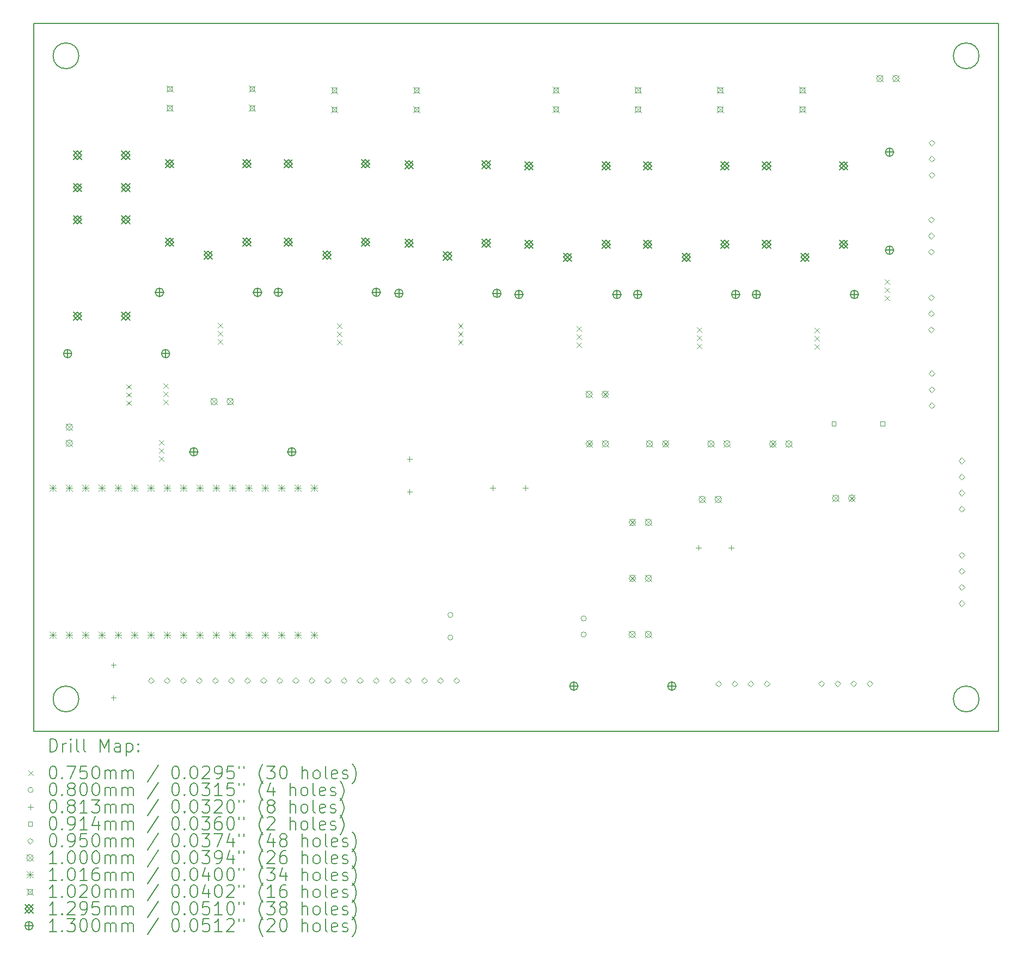
<source format=gbr>
%TF.GenerationSoftware,KiCad,Pcbnew,9.0.0*%
%TF.CreationDate,2025-04-08T11:49:49-04:00*%
%TF.ProjectId,PCB_control,5043425f-636f-46e7-9472-6f6c2e6b6963,rev?*%
%TF.SameCoordinates,Original*%
%TF.FileFunction,Drillmap*%
%TF.FilePolarity,Positive*%
%FSLAX45Y45*%
G04 Gerber Fmt 4.5, Leading zero omitted, Abs format (unit mm)*
G04 Created by KiCad (PCBNEW 9.0.0) date 2025-04-08 11:49:49*
%MOMM*%
%LPD*%
G01*
G04 APERTURE LIST*
%ADD10C,0.200000*%
%ADD11C,0.100000*%
%ADD12C,0.101600*%
%ADD13C,0.102000*%
%ADD14C,0.129540*%
%ADD15C,0.130000*%
G04 APERTURE END LIST*
D10*
X2700000Y-2500000D02*
G75*
G02*
X2300000Y-2500000I-200000J0D01*
G01*
X2300000Y-2500000D02*
G75*
G02*
X2700000Y-2500000I200000J0D01*
G01*
X2000000Y-2000000D02*
X17000000Y-2000000D01*
X17000000Y-13000000D01*
X2000000Y-13000000D01*
X2000000Y-2000000D01*
X2700000Y-12500000D02*
G75*
G02*
X2300000Y-12500000I-200000J0D01*
G01*
X2300000Y-12500000D02*
G75*
G02*
X2700000Y-12500000I200000J0D01*
G01*
X16700000Y-12500000D02*
G75*
G02*
X16300000Y-12500000I-200000J0D01*
G01*
X16300000Y-12500000D02*
G75*
G02*
X16700000Y-12500000I200000J0D01*
G01*
X16700000Y-2500000D02*
G75*
G02*
X16300000Y-2500000I-200000J0D01*
G01*
X16300000Y-2500000D02*
G75*
G02*
X16700000Y-2500000I200000J0D01*
G01*
D11*
X3437275Y-7606275D02*
X3512275Y-7681275D01*
X3512275Y-7606275D02*
X3437275Y-7681275D01*
X3437275Y-7733275D02*
X3512275Y-7808275D01*
X3512275Y-7733275D02*
X3437275Y-7808275D01*
X3437275Y-7860275D02*
X3512275Y-7935275D01*
X3512275Y-7860275D02*
X3437275Y-7935275D01*
X3944000Y-8473000D02*
X4019000Y-8548000D01*
X4019000Y-8473000D02*
X3944000Y-8548000D01*
X3944000Y-8600000D02*
X4019000Y-8675000D01*
X4019000Y-8600000D02*
X3944000Y-8675000D01*
X3944000Y-8727000D02*
X4019000Y-8802000D01*
X4019000Y-8727000D02*
X3944000Y-8802000D01*
X4011500Y-7595500D02*
X4086500Y-7670500D01*
X4086500Y-7595500D02*
X4011500Y-7670500D01*
X4011500Y-7722500D02*
X4086500Y-7797500D01*
X4086500Y-7722500D02*
X4011500Y-7797500D01*
X4011500Y-7849500D02*
X4086500Y-7924500D01*
X4086500Y-7849500D02*
X4011500Y-7924500D01*
X4860775Y-6655060D02*
X4935775Y-6730060D01*
X4935775Y-6655060D02*
X4860775Y-6730060D01*
X4860775Y-6782060D02*
X4935775Y-6857060D01*
X4935775Y-6782060D02*
X4860775Y-6857060D01*
X4860775Y-6909060D02*
X4935775Y-6984060D01*
X4935775Y-6909060D02*
X4860775Y-6984060D01*
X6712490Y-6659610D02*
X6787490Y-6734610D01*
X6787490Y-6659610D02*
X6712490Y-6734610D01*
X6712490Y-6786610D02*
X6787490Y-6861610D01*
X6787490Y-6786610D02*
X6712490Y-6861610D01*
X6712490Y-6913610D02*
X6787490Y-6988610D01*
X6787490Y-6913610D02*
X6712490Y-6988610D01*
X8600000Y-6665060D02*
X8675000Y-6740060D01*
X8675000Y-6665060D02*
X8600000Y-6740060D01*
X8600000Y-6792060D02*
X8675000Y-6867060D01*
X8675000Y-6792060D02*
X8600000Y-6867060D01*
X8600000Y-6919060D02*
X8675000Y-6994060D01*
X8675000Y-6919060D02*
X8600000Y-6994060D01*
X10443275Y-6706775D02*
X10518275Y-6781775D01*
X10518275Y-6706775D02*
X10443275Y-6781775D01*
X10443275Y-6833775D02*
X10518275Y-6908775D01*
X10518275Y-6833775D02*
X10443275Y-6908775D01*
X10443275Y-6960775D02*
X10518275Y-7035775D01*
X10518275Y-6960775D02*
X10443275Y-7035775D01*
X12314775Y-6718775D02*
X12389775Y-6793775D01*
X12389775Y-6718775D02*
X12314775Y-6793775D01*
X12314775Y-6845775D02*
X12389775Y-6920775D01*
X12389775Y-6845775D02*
X12314775Y-6920775D01*
X12314775Y-6972775D02*
X12389775Y-7047775D01*
X12389775Y-6972775D02*
X12314775Y-7047775D01*
X14142275Y-6728275D02*
X14217275Y-6803275D01*
X14217275Y-6728275D02*
X14142275Y-6803275D01*
X14142275Y-6855275D02*
X14217275Y-6930275D01*
X14217275Y-6855275D02*
X14142275Y-6930275D01*
X14142275Y-6982275D02*
X14217275Y-7057275D01*
X14217275Y-6982275D02*
X14142275Y-7057275D01*
X15230775Y-5978275D02*
X15305775Y-6053275D01*
X15305775Y-5978275D02*
X15230775Y-6053275D01*
X15230775Y-6105275D02*
X15305775Y-6180275D01*
X15305775Y-6105275D02*
X15230775Y-6180275D01*
X15230775Y-6232275D02*
X15305775Y-6307275D01*
X15305775Y-6232275D02*
X15230775Y-6307275D01*
X8519000Y-11194000D02*
G75*
G02*
X8439000Y-11194000I-40000J0D01*
G01*
X8439000Y-11194000D02*
G75*
G02*
X8519000Y-11194000I40000J0D01*
G01*
X8519000Y-11544000D02*
G75*
G02*
X8439000Y-11544000I-40000J0D01*
G01*
X8439000Y-11544000D02*
G75*
G02*
X8519000Y-11544000I40000J0D01*
G01*
X10591500Y-11248262D02*
G75*
G02*
X10511500Y-11248262I-40000J0D01*
G01*
X10511500Y-11248262D02*
G75*
G02*
X10591500Y-11248262I40000J0D01*
G01*
X10591500Y-11498262D02*
G75*
G02*
X10511500Y-11498262I-40000J0D01*
G01*
X10511500Y-11498262D02*
G75*
G02*
X10591500Y-11498262I40000J0D01*
G01*
X3239000Y-11932420D02*
X3239000Y-12013700D01*
X3198360Y-11973060D02*
X3279640Y-11973060D01*
X3239000Y-12440420D02*
X3239000Y-12521700D01*
X3198360Y-12481060D02*
X3279640Y-12481060D01*
X7844000Y-8728800D02*
X7844000Y-8810080D01*
X7803360Y-8769440D02*
X7884640Y-8769440D01*
X7844000Y-9236800D02*
X7844000Y-9318080D01*
X7803360Y-9277440D02*
X7884640Y-9277440D01*
X9137940Y-9179360D02*
X9137940Y-9260640D01*
X9097300Y-9220000D02*
X9178580Y-9220000D01*
X9645940Y-9179360D02*
X9645940Y-9260640D01*
X9605300Y-9220000D02*
X9686580Y-9220000D01*
X12339000Y-10105860D02*
X12339000Y-10187140D01*
X12298360Y-10146500D02*
X12379640Y-10146500D01*
X12847000Y-10105860D02*
X12847000Y-10187140D01*
X12806360Y-10146500D02*
X12887640Y-10146500D01*
X14472329Y-8249829D02*
X14472329Y-8185171D01*
X14407671Y-8185171D01*
X14407671Y-8249829D01*
X14472329Y-8249829D01*
X15232329Y-8249829D02*
X15232329Y-8185171D01*
X15167671Y-8185171D01*
X15167671Y-8249829D01*
X15232329Y-8249829D01*
X3821500Y-12259000D02*
X3869000Y-12211500D01*
X3821500Y-12164000D01*
X3774000Y-12211500D01*
X3821500Y-12259000D01*
X4071500Y-12259000D02*
X4119000Y-12211500D01*
X4071500Y-12164000D01*
X4024000Y-12211500D01*
X4071500Y-12259000D01*
X4321500Y-12259000D02*
X4369000Y-12211500D01*
X4321500Y-12164000D01*
X4274000Y-12211500D01*
X4321500Y-12259000D01*
X4571500Y-12259000D02*
X4619000Y-12211500D01*
X4571500Y-12164000D01*
X4524000Y-12211500D01*
X4571500Y-12259000D01*
X4821500Y-12259000D02*
X4869000Y-12211500D01*
X4821500Y-12164000D01*
X4774000Y-12211500D01*
X4821500Y-12259000D01*
X5071500Y-12259000D02*
X5119000Y-12211500D01*
X5071500Y-12164000D01*
X5024000Y-12211500D01*
X5071500Y-12259000D01*
X5321500Y-12259000D02*
X5369000Y-12211500D01*
X5321500Y-12164000D01*
X5274000Y-12211500D01*
X5321500Y-12259000D01*
X5571500Y-12259000D02*
X5619000Y-12211500D01*
X5571500Y-12164000D01*
X5524000Y-12211500D01*
X5571500Y-12259000D01*
X5821500Y-12259000D02*
X5869000Y-12211500D01*
X5821500Y-12164000D01*
X5774000Y-12211500D01*
X5821500Y-12259000D01*
X6071500Y-12259000D02*
X6119000Y-12211500D01*
X6071500Y-12164000D01*
X6024000Y-12211500D01*
X6071500Y-12259000D01*
X6321500Y-12259000D02*
X6369000Y-12211500D01*
X6321500Y-12164000D01*
X6274000Y-12211500D01*
X6321500Y-12259000D01*
X6571500Y-12259000D02*
X6619000Y-12211500D01*
X6571500Y-12164000D01*
X6524000Y-12211500D01*
X6571500Y-12259000D01*
X6821500Y-12259000D02*
X6869000Y-12211500D01*
X6821500Y-12164000D01*
X6774000Y-12211500D01*
X6821500Y-12259000D01*
X7071500Y-12259000D02*
X7119000Y-12211500D01*
X7071500Y-12164000D01*
X7024000Y-12211500D01*
X7071500Y-12259000D01*
X7321500Y-12259000D02*
X7369000Y-12211500D01*
X7321500Y-12164000D01*
X7274000Y-12211500D01*
X7321500Y-12259000D01*
X7571500Y-12259000D02*
X7619000Y-12211500D01*
X7571500Y-12164000D01*
X7524000Y-12211500D01*
X7571500Y-12259000D01*
X7821500Y-12259000D02*
X7869000Y-12211500D01*
X7821500Y-12164000D01*
X7774000Y-12211500D01*
X7821500Y-12259000D01*
X8071500Y-12259000D02*
X8119000Y-12211500D01*
X8071500Y-12164000D01*
X8024000Y-12211500D01*
X8071500Y-12259000D01*
X8321500Y-12259000D02*
X8369000Y-12211500D01*
X8321500Y-12164000D01*
X8274000Y-12211500D01*
X8321500Y-12259000D01*
X8571500Y-12259000D02*
X8619000Y-12211500D01*
X8571500Y-12164000D01*
X8524000Y-12211500D01*
X8571500Y-12259000D01*
X12649000Y-12311500D02*
X12696500Y-12264000D01*
X12649000Y-12216500D01*
X12601500Y-12264000D01*
X12649000Y-12311500D01*
X12899000Y-12311500D02*
X12946500Y-12264000D01*
X12899000Y-12216500D01*
X12851500Y-12264000D01*
X12899000Y-12311500D01*
X13149000Y-12311500D02*
X13196500Y-12264000D01*
X13149000Y-12216500D01*
X13101500Y-12264000D01*
X13149000Y-12311500D01*
X13399000Y-12311500D02*
X13446500Y-12264000D01*
X13399000Y-12216500D01*
X13351500Y-12264000D01*
X13399000Y-12311500D01*
X14249000Y-12306500D02*
X14296500Y-12259000D01*
X14249000Y-12211500D01*
X14201500Y-12259000D01*
X14249000Y-12306500D01*
X14499000Y-12306500D02*
X14546500Y-12259000D01*
X14499000Y-12211500D01*
X14451500Y-12259000D01*
X14499000Y-12306500D01*
X14749000Y-12306500D02*
X14796500Y-12259000D01*
X14749000Y-12211500D01*
X14701500Y-12259000D01*
X14749000Y-12306500D01*
X14999000Y-12306500D02*
X15046500Y-12259000D01*
X14999000Y-12211500D01*
X14951500Y-12259000D01*
X14999000Y-12306500D01*
X15955000Y-5095000D02*
X16002500Y-5047500D01*
X15955000Y-5000000D01*
X15907500Y-5047500D01*
X15955000Y-5095000D01*
X15955000Y-5345000D02*
X16002500Y-5297500D01*
X15955000Y-5250000D01*
X15907500Y-5297500D01*
X15955000Y-5345000D01*
X15955000Y-5595000D02*
X16002500Y-5547500D01*
X15955000Y-5500000D01*
X15907500Y-5547500D01*
X15955000Y-5595000D01*
X15955000Y-6305000D02*
X16002500Y-6257500D01*
X15955000Y-6210000D01*
X15907500Y-6257500D01*
X15955000Y-6305000D01*
X15955000Y-6555000D02*
X16002500Y-6507500D01*
X15955000Y-6460000D01*
X15907500Y-6507500D01*
X15955000Y-6555000D01*
X15955000Y-6805000D02*
X16002500Y-6757500D01*
X15955000Y-6710000D01*
X15907500Y-6757500D01*
X15955000Y-6805000D01*
X15962500Y-3900000D02*
X16010000Y-3852500D01*
X15962500Y-3805000D01*
X15915000Y-3852500D01*
X15962500Y-3900000D01*
X15962500Y-4150000D02*
X16010000Y-4102500D01*
X15962500Y-4055000D01*
X15915000Y-4102500D01*
X15962500Y-4150000D01*
X15962500Y-4400000D02*
X16010000Y-4352500D01*
X15962500Y-4305000D01*
X15915000Y-4352500D01*
X15962500Y-4400000D01*
X15962500Y-7485000D02*
X16010000Y-7437500D01*
X15962500Y-7390000D01*
X15915000Y-7437500D01*
X15962500Y-7485000D01*
X15962500Y-7735000D02*
X16010000Y-7687500D01*
X15962500Y-7640000D01*
X15915000Y-7687500D01*
X15962500Y-7735000D01*
X15962500Y-7985000D02*
X16010000Y-7937500D01*
X15962500Y-7890000D01*
X15915000Y-7937500D01*
X15962500Y-7985000D01*
X16430000Y-8842500D02*
X16477500Y-8795000D01*
X16430000Y-8747500D01*
X16382500Y-8795000D01*
X16430000Y-8842500D01*
X16430000Y-9092500D02*
X16477500Y-9045000D01*
X16430000Y-8997500D01*
X16382500Y-9045000D01*
X16430000Y-9092500D01*
X16430000Y-9342500D02*
X16477500Y-9295000D01*
X16430000Y-9247500D01*
X16382500Y-9295000D01*
X16430000Y-9342500D01*
X16430000Y-9592500D02*
X16477500Y-9545000D01*
X16430000Y-9497500D01*
X16382500Y-9545000D01*
X16430000Y-9592500D01*
X16430000Y-10310000D02*
X16477500Y-10262500D01*
X16430000Y-10215000D01*
X16382500Y-10262500D01*
X16430000Y-10310000D01*
X16430000Y-10560000D02*
X16477500Y-10512500D01*
X16430000Y-10465000D01*
X16382500Y-10512500D01*
X16430000Y-10560000D01*
X16430000Y-10810000D02*
X16477500Y-10762500D01*
X16430000Y-10715000D01*
X16382500Y-10762500D01*
X16430000Y-10810000D01*
X16430000Y-11060000D02*
X16477500Y-11012500D01*
X16430000Y-10965000D01*
X16382500Y-11012500D01*
X16430000Y-11060000D01*
X2502500Y-8222500D02*
X2602500Y-8322500D01*
X2602500Y-8222500D02*
X2502500Y-8322500D01*
X2602500Y-8272500D02*
G75*
G02*
X2502500Y-8272500I-50000J0D01*
G01*
X2502500Y-8272500D02*
G75*
G02*
X2602500Y-8272500I50000J0D01*
G01*
X2502500Y-8472500D02*
X2602500Y-8572500D01*
X2602500Y-8472500D02*
X2502500Y-8572500D01*
X2602500Y-8522500D02*
G75*
G02*
X2502500Y-8522500I-50000J0D01*
G01*
X2502500Y-8522500D02*
G75*
G02*
X2602500Y-8522500I50000J0D01*
G01*
X4752500Y-7825000D02*
X4852500Y-7925000D01*
X4852500Y-7825000D02*
X4752500Y-7925000D01*
X4852500Y-7875000D02*
G75*
G02*
X4752500Y-7875000I-50000J0D01*
G01*
X4752500Y-7875000D02*
G75*
G02*
X4852500Y-7875000I50000J0D01*
G01*
X5002500Y-7825000D02*
X5102500Y-7925000D01*
X5102500Y-7825000D02*
X5002500Y-7925000D01*
X5102500Y-7875000D02*
G75*
G02*
X5002500Y-7875000I-50000J0D01*
G01*
X5002500Y-7875000D02*
G75*
G02*
X5102500Y-7875000I50000J0D01*
G01*
X10585000Y-7712500D02*
X10685000Y-7812500D01*
X10685000Y-7712500D02*
X10585000Y-7812500D01*
X10685000Y-7762500D02*
G75*
G02*
X10585000Y-7762500I-50000J0D01*
G01*
X10585000Y-7762500D02*
G75*
G02*
X10685000Y-7762500I50000J0D01*
G01*
X10590000Y-8482500D02*
X10690000Y-8582500D01*
X10690000Y-8482500D02*
X10590000Y-8582500D01*
X10690000Y-8532500D02*
G75*
G02*
X10590000Y-8532500I-50000J0D01*
G01*
X10590000Y-8532500D02*
G75*
G02*
X10690000Y-8532500I50000J0D01*
G01*
X10835000Y-7712500D02*
X10935000Y-7812500D01*
X10935000Y-7712500D02*
X10835000Y-7812500D01*
X10935000Y-7762500D02*
G75*
G02*
X10835000Y-7762500I-50000J0D01*
G01*
X10835000Y-7762500D02*
G75*
G02*
X10935000Y-7762500I50000J0D01*
G01*
X10840000Y-8482500D02*
X10940000Y-8582500D01*
X10940000Y-8482500D02*
X10840000Y-8582500D01*
X10940000Y-8532500D02*
G75*
G02*
X10840000Y-8532500I-50000J0D01*
G01*
X10840000Y-8532500D02*
G75*
G02*
X10940000Y-8532500I50000J0D01*
G01*
X11256500Y-11446500D02*
X11356500Y-11546500D01*
X11356500Y-11446500D02*
X11256500Y-11546500D01*
X11356500Y-11496500D02*
G75*
G02*
X11256500Y-11496500I-50000J0D01*
G01*
X11256500Y-11496500D02*
G75*
G02*
X11356500Y-11496500I50000J0D01*
G01*
X11259000Y-9704000D02*
X11359000Y-9804000D01*
X11359000Y-9704000D02*
X11259000Y-9804000D01*
X11359000Y-9754000D02*
G75*
G02*
X11259000Y-9754000I-50000J0D01*
G01*
X11259000Y-9754000D02*
G75*
G02*
X11359000Y-9754000I50000J0D01*
G01*
X11259000Y-10574000D02*
X11359000Y-10674000D01*
X11359000Y-10574000D02*
X11259000Y-10674000D01*
X11359000Y-10624000D02*
G75*
G02*
X11259000Y-10624000I-50000J0D01*
G01*
X11259000Y-10624000D02*
G75*
G02*
X11359000Y-10624000I50000J0D01*
G01*
X11506500Y-11446500D02*
X11606500Y-11546500D01*
X11606500Y-11446500D02*
X11506500Y-11546500D01*
X11606500Y-11496500D02*
G75*
G02*
X11506500Y-11496500I-50000J0D01*
G01*
X11506500Y-11496500D02*
G75*
G02*
X11606500Y-11496500I50000J0D01*
G01*
X11509000Y-9704000D02*
X11609000Y-9804000D01*
X11609000Y-9704000D02*
X11509000Y-9804000D01*
X11609000Y-9754000D02*
G75*
G02*
X11509000Y-9754000I-50000J0D01*
G01*
X11509000Y-9754000D02*
G75*
G02*
X11609000Y-9754000I50000J0D01*
G01*
X11509000Y-10574000D02*
X11609000Y-10674000D01*
X11609000Y-10574000D02*
X11509000Y-10674000D01*
X11609000Y-10624000D02*
G75*
G02*
X11509000Y-10624000I-50000J0D01*
G01*
X11509000Y-10624000D02*
G75*
G02*
X11609000Y-10624000I50000J0D01*
G01*
X11525000Y-8482500D02*
X11625000Y-8582500D01*
X11625000Y-8482500D02*
X11525000Y-8582500D01*
X11625000Y-8532500D02*
G75*
G02*
X11525000Y-8532500I-50000J0D01*
G01*
X11525000Y-8532500D02*
G75*
G02*
X11625000Y-8532500I50000J0D01*
G01*
X11775000Y-8482500D02*
X11875000Y-8582500D01*
X11875000Y-8482500D02*
X11775000Y-8582500D01*
X11875000Y-8532500D02*
G75*
G02*
X11775000Y-8532500I-50000J0D01*
G01*
X11775000Y-8532500D02*
G75*
G02*
X11875000Y-8532500I50000J0D01*
G01*
X12344000Y-9346500D02*
X12444000Y-9446500D01*
X12444000Y-9346500D02*
X12344000Y-9446500D01*
X12444000Y-9396500D02*
G75*
G02*
X12344000Y-9396500I-50000J0D01*
G01*
X12344000Y-9396500D02*
G75*
G02*
X12444000Y-9396500I50000J0D01*
G01*
X12480000Y-8482500D02*
X12580000Y-8582500D01*
X12580000Y-8482500D02*
X12480000Y-8582500D01*
X12580000Y-8532500D02*
G75*
G02*
X12480000Y-8532500I-50000J0D01*
G01*
X12480000Y-8532500D02*
G75*
G02*
X12580000Y-8532500I50000J0D01*
G01*
X12594000Y-9346500D02*
X12694000Y-9446500D01*
X12694000Y-9346500D02*
X12594000Y-9446500D01*
X12694000Y-9396500D02*
G75*
G02*
X12594000Y-9396500I-50000J0D01*
G01*
X12594000Y-9396500D02*
G75*
G02*
X12694000Y-9396500I50000J0D01*
G01*
X12730000Y-8482500D02*
X12830000Y-8582500D01*
X12830000Y-8482500D02*
X12730000Y-8582500D01*
X12830000Y-8532500D02*
G75*
G02*
X12730000Y-8532500I-50000J0D01*
G01*
X12730000Y-8532500D02*
G75*
G02*
X12830000Y-8532500I50000J0D01*
G01*
X13442500Y-8485000D02*
X13542500Y-8585000D01*
X13542500Y-8485000D02*
X13442500Y-8585000D01*
X13542500Y-8535000D02*
G75*
G02*
X13442500Y-8535000I-50000J0D01*
G01*
X13442500Y-8535000D02*
G75*
G02*
X13542500Y-8535000I50000J0D01*
G01*
X13692500Y-8485000D02*
X13792500Y-8585000D01*
X13792500Y-8485000D02*
X13692500Y-8585000D01*
X13792500Y-8535000D02*
G75*
G02*
X13692500Y-8535000I-50000J0D01*
G01*
X13692500Y-8535000D02*
G75*
G02*
X13792500Y-8535000I50000J0D01*
G01*
X14420000Y-9327500D02*
X14520000Y-9427500D01*
X14520000Y-9327500D02*
X14420000Y-9427500D01*
X14520000Y-9377500D02*
G75*
G02*
X14420000Y-9377500I-50000J0D01*
G01*
X14420000Y-9377500D02*
G75*
G02*
X14520000Y-9377500I50000J0D01*
G01*
X14670000Y-9327500D02*
X14770000Y-9427500D01*
X14770000Y-9327500D02*
X14670000Y-9427500D01*
X14770000Y-9377500D02*
G75*
G02*
X14670000Y-9377500I-50000J0D01*
G01*
X14670000Y-9377500D02*
G75*
G02*
X14770000Y-9377500I50000J0D01*
G01*
X15107500Y-2802500D02*
X15207500Y-2902500D01*
X15207500Y-2802500D02*
X15107500Y-2902500D01*
X15207500Y-2852500D02*
G75*
G02*
X15107500Y-2852500I-50000J0D01*
G01*
X15107500Y-2852500D02*
G75*
G02*
X15207500Y-2852500I50000J0D01*
G01*
X15357500Y-2802500D02*
X15457500Y-2902500D01*
X15457500Y-2802500D02*
X15357500Y-2902500D01*
X15457500Y-2852500D02*
G75*
G02*
X15357500Y-2852500I-50000J0D01*
G01*
X15357500Y-2852500D02*
G75*
G02*
X15457500Y-2852500I50000J0D01*
G01*
D12*
X2248200Y-9168200D02*
X2349800Y-9269800D01*
X2349800Y-9168200D02*
X2248200Y-9269800D01*
X2299000Y-9168200D02*
X2299000Y-9269800D01*
X2248200Y-9219000D02*
X2349800Y-9219000D01*
X2248200Y-11454200D02*
X2349800Y-11555800D01*
X2349800Y-11454200D02*
X2248200Y-11555800D01*
X2299000Y-11454200D02*
X2299000Y-11555800D01*
X2248200Y-11505000D02*
X2349800Y-11505000D01*
X2502200Y-9168200D02*
X2603800Y-9269800D01*
X2603800Y-9168200D02*
X2502200Y-9269800D01*
X2553000Y-9168200D02*
X2553000Y-9269800D01*
X2502200Y-9219000D02*
X2603800Y-9219000D01*
X2502200Y-11454200D02*
X2603800Y-11555800D01*
X2603800Y-11454200D02*
X2502200Y-11555800D01*
X2553000Y-11454200D02*
X2553000Y-11555800D01*
X2502200Y-11505000D02*
X2603800Y-11505000D01*
X2756200Y-9168200D02*
X2857800Y-9269800D01*
X2857800Y-9168200D02*
X2756200Y-9269800D01*
X2807000Y-9168200D02*
X2807000Y-9269800D01*
X2756200Y-9219000D02*
X2857800Y-9219000D01*
X2756200Y-11454200D02*
X2857800Y-11555800D01*
X2857800Y-11454200D02*
X2756200Y-11555800D01*
X2807000Y-11454200D02*
X2807000Y-11555800D01*
X2756200Y-11505000D02*
X2857800Y-11505000D01*
X3010200Y-9168200D02*
X3111800Y-9269800D01*
X3111800Y-9168200D02*
X3010200Y-9269800D01*
X3061000Y-9168200D02*
X3061000Y-9269800D01*
X3010200Y-9219000D02*
X3111800Y-9219000D01*
X3010200Y-11454200D02*
X3111800Y-11555800D01*
X3111800Y-11454200D02*
X3010200Y-11555800D01*
X3061000Y-11454200D02*
X3061000Y-11555800D01*
X3010200Y-11505000D02*
X3111800Y-11505000D01*
X3264200Y-9168200D02*
X3365800Y-9269800D01*
X3365800Y-9168200D02*
X3264200Y-9269800D01*
X3315000Y-9168200D02*
X3315000Y-9269800D01*
X3264200Y-9219000D02*
X3365800Y-9219000D01*
X3264200Y-11454200D02*
X3365800Y-11555800D01*
X3365800Y-11454200D02*
X3264200Y-11555800D01*
X3315000Y-11454200D02*
X3315000Y-11555800D01*
X3264200Y-11505000D02*
X3365800Y-11505000D01*
X3518200Y-9168200D02*
X3619800Y-9269800D01*
X3619800Y-9168200D02*
X3518200Y-9269800D01*
X3569000Y-9168200D02*
X3569000Y-9269800D01*
X3518200Y-9219000D02*
X3619800Y-9219000D01*
X3518200Y-11454200D02*
X3619800Y-11555800D01*
X3619800Y-11454200D02*
X3518200Y-11555800D01*
X3569000Y-11454200D02*
X3569000Y-11555800D01*
X3518200Y-11505000D02*
X3619800Y-11505000D01*
X3772200Y-9168200D02*
X3873800Y-9269800D01*
X3873800Y-9168200D02*
X3772200Y-9269800D01*
X3823000Y-9168200D02*
X3823000Y-9269800D01*
X3772200Y-9219000D02*
X3873800Y-9219000D01*
X3772200Y-11454200D02*
X3873800Y-11555800D01*
X3873800Y-11454200D02*
X3772200Y-11555800D01*
X3823000Y-11454200D02*
X3823000Y-11555800D01*
X3772200Y-11505000D02*
X3873800Y-11505000D01*
X4026200Y-9168200D02*
X4127800Y-9269800D01*
X4127800Y-9168200D02*
X4026200Y-9269800D01*
X4077000Y-9168200D02*
X4077000Y-9269800D01*
X4026200Y-9219000D02*
X4127800Y-9219000D01*
X4026200Y-11454200D02*
X4127800Y-11555800D01*
X4127800Y-11454200D02*
X4026200Y-11555800D01*
X4077000Y-11454200D02*
X4077000Y-11555800D01*
X4026200Y-11505000D02*
X4127800Y-11505000D01*
X4280200Y-9168200D02*
X4381800Y-9269800D01*
X4381800Y-9168200D02*
X4280200Y-9269800D01*
X4331000Y-9168200D02*
X4331000Y-9269800D01*
X4280200Y-9219000D02*
X4381800Y-9219000D01*
X4280200Y-11454200D02*
X4381800Y-11555800D01*
X4381800Y-11454200D02*
X4280200Y-11555800D01*
X4331000Y-11454200D02*
X4331000Y-11555800D01*
X4280200Y-11505000D02*
X4381800Y-11505000D01*
X4534200Y-9168200D02*
X4635800Y-9269800D01*
X4635800Y-9168200D02*
X4534200Y-9269800D01*
X4585000Y-9168200D02*
X4585000Y-9269800D01*
X4534200Y-9219000D02*
X4635800Y-9219000D01*
X4534200Y-11454200D02*
X4635800Y-11555800D01*
X4635800Y-11454200D02*
X4534200Y-11555800D01*
X4585000Y-11454200D02*
X4585000Y-11555800D01*
X4534200Y-11505000D02*
X4635800Y-11505000D01*
X4788200Y-9168200D02*
X4889800Y-9269800D01*
X4889800Y-9168200D02*
X4788200Y-9269800D01*
X4839000Y-9168200D02*
X4839000Y-9269800D01*
X4788200Y-9219000D02*
X4889800Y-9219000D01*
X4788200Y-11454200D02*
X4889800Y-11555800D01*
X4889800Y-11454200D02*
X4788200Y-11555800D01*
X4839000Y-11454200D02*
X4839000Y-11555800D01*
X4788200Y-11505000D02*
X4889800Y-11505000D01*
X5042200Y-9168200D02*
X5143800Y-9269800D01*
X5143800Y-9168200D02*
X5042200Y-9269800D01*
X5093000Y-9168200D02*
X5093000Y-9269800D01*
X5042200Y-9219000D02*
X5143800Y-9219000D01*
X5042200Y-11454200D02*
X5143800Y-11555800D01*
X5143800Y-11454200D02*
X5042200Y-11555800D01*
X5093000Y-11454200D02*
X5093000Y-11555800D01*
X5042200Y-11505000D02*
X5143800Y-11505000D01*
X5296200Y-9168200D02*
X5397800Y-9269800D01*
X5397800Y-9168200D02*
X5296200Y-9269800D01*
X5347000Y-9168200D02*
X5347000Y-9269800D01*
X5296200Y-9219000D02*
X5397800Y-9219000D01*
X5296200Y-11454200D02*
X5397800Y-11555800D01*
X5397800Y-11454200D02*
X5296200Y-11555800D01*
X5347000Y-11454200D02*
X5347000Y-11555800D01*
X5296200Y-11505000D02*
X5397800Y-11505000D01*
X5550200Y-9168200D02*
X5651800Y-9269800D01*
X5651800Y-9168200D02*
X5550200Y-9269800D01*
X5601000Y-9168200D02*
X5601000Y-9269800D01*
X5550200Y-9219000D02*
X5651800Y-9219000D01*
X5550200Y-11454200D02*
X5651800Y-11555800D01*
X5651800Y-11454200D02*
X5550200Y-11555800D01*
X5601000Y-11454200D02*
X5601000Y-11555800D01*
X5550200Y-11505000D02*
X5651800Y-11505000D01*
X5804200Y-9168200D02*
X5905800Y-9269800D01*
X5905800Y-9168200D02*
X5804200Y-9269800D01*
X5855000Y-9168200D02*
X5855000Y-9269800D01*
X5804200Y-9219000D02*
X5905800Y-9219000D01*
X5804200Y-11454200D02*
X5905800Y-11555800D01*
X5905800Y-11454200D02*
X5804200Y-11555800D01*
X5855000Y-11454200D02*
X5855000Y-11555800D01*
X5804200Y-11505000D02*
X5905800Y-11505000D01*
X6058200Y-9168200D02*
X6159800Y-9269800D01*
X6159800Y-9168200D02*
X6058200Y-9269800D01*
X6109000Y-9168200D02*
X6109000Y-9269800D01*
X6058200Y-9219000D02*
X6159800Y-9219000D01*
X6058200Y-11454200D02*
X6159800Y-11555800D01*
X6159800Y-11454200D02*
X6058200Y-11555800D01*
X6109000Y-11454200D02*
X6109000Y-11555800D01*
X6058200Y-11505000D02*
X6159800Y-11505000D01*
X6312200Y-9168200D02*
X6413800Y-9269800D01*
X6413800Y-9168200D02*
X6312200Y-9269800D01*
X6363000Y-9168200D02*
X6363000Y-9269800D01*
X6312200Y-9219000D02*
X6413800Y-9219000D01*
X6312200Y-11454200D02*
X6413800Y-11555800D01*
X6413800Y-11454200D02*
X6312200Y-11555800D01*
X6363000Y-11454200D02*
X6363000Y-11555800D01*
X6312200Y-11505000D02*
X6413800Y-11505000D01*
D13*
X4062000Y-2961000D02*
X4164000Y-3063000D01*
X4164000Y-2961000D02*
X4062000Y-3063000D01*
X4149063Y-3048063D02*
X4149063Y-2975937D01*
X4076937Y-2975937D01*
X4076937Y-3048063D01*
X4149063Y-3048063D01*
X4062000Y-3261000D02*
X4164000Y-3363000D01*
X4164000Y-3261000D02*
X4062000Y-3363000D01*
X4149063Y-3348063D02*
X4149063Y-3275937D01*
X4076937Y-3275937D01*
X4076937Y-3348063D01*
X4149063Y-3348063D01*
X5343589Y-2960000D02*
X5445589Y-3062000D01*
X5445589Y-2960000D02*
X5343589Y-3062000D01*
X5430652Y-3047063D02*
X5430652Y-2974937D01*
X5358527Y-2974937D01*
X5358527Y-3047063D01*
X5430652Y-3047063D01*
X5343589Y-3260000D02*
X5445589Y-3362000D01*
X5445589Y-3260000D02*
X5343589Y-3362000D01*
X5430652Y-3347063D02*
X5430652Y-3274937D01*
X5358527Y-3274937D01*
X5358527Y-3347063D01*
X5430652Y-3347063D01*
X6621500Y-2983500D02*
X6723500Y-3085500D01*
X6723500Y-2983500D02*
X6621500Y-3085500D01*
X6708563Y-3070563D02*
X6708563Y-2998437D01*
X6636437Y-2998437D01*
X6636437Y-3070563D01*
X6708563Y-3070563D01*
X6621500Y-3283500D02*
X6723500Y-3385500D01*
X6723500Y-3283500D02*
X6621500Y-3385500D01*
X6708563Y-3370563D02*
X6708563Y-3298437D01*
X6636437Y-3298437D01*
X6636437Y-3370563D01*
X6708563Y-3370563D01*
X7899411Y-2983500D02*
X8001411Y-3085500D01*
X8001411Y-2983500D02*
X7899411Y-3085500D01*
X7986473Y-3070563D02*
X7986473Y-2998437D01*
X7914348Y-2998437D01*
X7914348Y-3070563D01*
X7986473Y-3070563D01*
X7899411Y-3283500D02*
X8001411Y-3385500D01*
X8001411Y-3283500D02*
X7899411Y-3385500D01*
X7986473Y-3370563D02*
X7986473Y-3298437D01*
X7914348Y-3298437D01*
X7914348Y-3370563D01*
X7986473Y-3370563D01*
X10066500Y-2981000D02*
X10168500Y-3083000D01*
X10168500Y-2981000D02*
X10066500Y-3083000D01*
X10153563Y-3068063D02*
X10153563Y-2995937D01*
X10081437Y-2995937D01*
X10081437Y-3068063D01*
X10153563Y-3068063D01*
X10066500Y-3281000D02*
X10168500Y-3383000D01*
X10168500Y-3281000D02*
X10066500Y-3383000D01*
X10153563Y-3368063D02*
X10153563Y-3295937D01*
X10081437Y-3295937D01*
X10081437Y-3368063D01*
X10153563Y-3368063D01*
X11344411Y-2981000D02*
X11446411Y-3083000D01*
X11446411Y-2981000D02*
X11344411Y-3083000D01*
X11431473Y-3068063D02*
X11431473Y-2995937D01*
X11359348Y-2995937D01*
X11359348Y-3068063D01*
X11431473Y-3068063D01*
X11344411Y-3281000D02*
X11446411Y-3383000D01*
X11446411Y-3281000D02*
X11344411Y-3383000D01*
X11431473Y-3368063D02*
X11431473Y-3295937D01*
X11359348Y-3295937D01*
X11359348Y-3368063D01*
X11431473Y-3368063D01*
X12622321Y-2981000D02*
X12724321Y-3083000D01*
X12724321Y-2981000D02*
X12622321Y-3083000D01*
X12709384Y-3068063D02*
X12709384Y-2995937D01*
X12637259Y-2995937D01*
X12637259Y-3068063D01*
X12709384Y-3068063D01*
X12622321Y-3281000D02*
X12724321Y-3383000D01*
X12724321Y-3281000D02*
X12622321Y-3383000D01*
X12709384Y-3368063D02*
X12709384Y-3295937D01*
X12637259Y-3295937D01*
X12637259Y-3368063D01*
X12709384Y-3368063D01*
X13900232Y-2981000D02*
X14002232Y-3083000D01*
X14002232Y-2981000D02*
X13900232Y-3083000D01*
X13987295Y-3068063D02*
X13987295Y-2995937D01*
X13915169Y-2995937D01*
X13915169Y-3068063D01*
X13987295Y-3068063D01*
X13900232Y-3281000D02*
X14002232Y-3383000D01*
X14002232Y-3281000D02*
X13900232Y-3383000D01*
X13987295Y-3368063D02*
X13987295Y-3295937D01*
X13915169Y-3295937D01*
X13915169Y-3368063D01*
X13987295Y-3368063D01*
D14*
X2614755Y-3981525D02*
X2744295Y-4111065D01*
X2744295Y-3981525D02*
X2614755Y-4111065D01*
X2679525Y-4111065D02*
X2744295Y-4046295D01*
X2679525Y-3981525D01*
X2614755Y-4046295D01*
X2679525Y-4111065D01*
X2614755Y-4481525D02*
X2744295Y-4611065D01*
X2744295Y-4481525D02*
X2614755Y-4611065D01*
X2679525Y-4611065D02*
X2744295Y-4546295D01*
X2679525Y-4481525D01*
X2614755Y-4546295D01*
X2679525Y-4611065D01*
X2614755Y-4981525D02*
X2744295Y-5111065D01*
X2744295Y-4981525D02*
X2614755Y-5111065D01*
X2679525Y-5111065D02*
X2744295Y-5046295D01*
X2679525Y-4981525D01*
X2614755Y-5046295D01*
X2679525Y-5111065D01*
X2614755Y-6481525D02*
X2744295Y-6611065D01*
X2744295Y-6481525D02*
X2614755Y-6611065D01*
X2679525Y-6611065D02*
X2744295Y-6546295D01*
X2679525Y-6481525D01*
X2614755Y-6546295D01*
X2679525Y-6611065D01*
X3364755Y-3981525D02*
X3494295Y-4111065D01*
X3494295Y-3981525D02*
X3364755Y-4111065D01*
X3429525Y-4111065D02*
X3494295Y-4046295D01*
X3429525Y-3981525D01*
X3364755Y-4046295D01*
X3429525Y-4111065D01*
X3364755Y-4481525D02*
X3494295Y-4611065D01*
X3494295Y-4481525D02*
X3364755Y-4611065D01*
X3429525Y-4611065D02*
X3494295Y-4546295D01*
X3429525Y-4481525D01*
X3364755Y-4546295D01*
X3429525Y-4611065D01*
X3364755Y-4981525D02*
X3494295Y-5111065D01*
X3494295Y-4981525D02*
X3364755Y-5111065D01*
X3429525Y-5111065D02*
X3494295Y-5046295D01*
X3429525Y-4981525D01*
X3364755Y-5046295D01*
X3429525Y-5111065D01*
X3364755Y-6481525D02*
X3494295Y-6611065D01*
X3494295Y-6481525D02*
X3364755Y-6611065D01*
X3429525Y-6611065D02*
X3494295Y-6546295D01*
X3429525Y-6481525D01*
X3364755Y-6546295D01*
X3429525Y-6611065D01*
X4048290Y-4112930D02*
X4177830Y-4242470D01*
X4177830Y-4112930D02*
X4048290Y-4242470D01*
X4113060Y-4242470D02*
X4177830Y-4177700D01*
X4113060Y-4112930D01*
X4048290Y-4177700D01*
X4113060Y-4242470D01*
X4048290Y-5332130D02*
X4177830Y-5461670D01*
X4177830Y-5332130D02*
X4048290Y-5461670D01*
X4113060Y-5461670D02*
X4177830Y-5396900D01*
X4113060Y-5332130D01*
X4048290Y-5396900D01*
X4113060Y-5461670D01*
X4647730Y-5532790D02*
X4777270Y-5662330D01*
X4777270Y-5532790D02*
X4647730Y-5662330D01*
X4712500Y-5662330D02*
X4777270Y-5597560D01*
X4712500Y-5532790D01*
X4647730Y-5597560D01*
X4712500Y-5662330D01*
X5247170Y-4112930D02*
X5376710Y-4242470D01*
X5376710Y-4112930D02*
X5247170Y-4242470D01*
X5311940Y-4242470D02*
X5376710Y-4177700D01*
X5311940Y-4112930D01*
X5247170Y-4177700D01*
X5311940Y-4242470D01*
X5247170Y-5332130D02*
X5376710Y-5461670D01*
X5376710Y-5332130D02*
X5247170Y-5461670D01*
X5311940Y-5461670D02*
X5376710Y-5396900D01*
X5311940Y-5332130D01*
X5247170Y-5396900D01*
X5311940Y-5461670D01*
X5895230Y-4111980D02*
X6024770Y-4241520D01*
X6024770Y-4111980D02*
X5895230Y-4241520D01*
X5960000Y-4241520D02*
X6024770Y-4176750D01*
X5960000Y-4111980D01*
X5895230Y-4176750D01*
X5960000Y-4241520D01*
X5895230Y-5331180D02*
X6024770Y-5460720D01*
X6024770Y-5331180D02*
X5895230Y-5460720D01*
X5960000Y-5460720D02*
X6024770Y-5395950D01*
X5960000Y-5331180D01*
X5895230Y-5395950D01*
X5960000Y-5460720D01*
X6494670Y-5531840D02*
X6624210Y-5661380D01*
X6624210Y-5531840D02*
X6494670Y-5661380D01*
X6559440Y-5661380D02*
X6624210Y-5596610D01*
X6559440Y-5531840D01*
X6494670Y-5596610D01*
X6559440Y-5661380D01*
X7094110Y-4111980D02*
X7223650Y-4241520D01*
X7223650Y-4111980D02*
X7094110Y-4241520D01*
X7158880Y-4241520D02*
X7223650Y-4176750D01*
X7158880Y-4111980D01*
X7094110Y-4176750D01*
X7158880Y-4241520D01*
X7094110Y-5331180D02*
X7223650Y-5460720D01*
X7223650Y-5331180D02*
X7094110Y-5460720D01*
X7158880Y-5460720D02*
X7223650Y-5395950D01*
X7158880Y-5331180D01*
X7094110Y-5395950D01*
X7158880Y-5460720D01*
X7770790Y-4127930D02*
X7900330Y-4257470D01*
X7900330Y-4127930D02*
X7770790Y-4257470D01*
X7835560Y-4257470D02*
X7900330Y-4192700D01*
X7835560Y-4127930D01*
X7770790Y-4192700D01*
X7835560Y-4257470D01*
X7770790Y-5347130D02*
X7900330Y-5476670D01*
X7900330Y-5347130D02*
X7770790Y-5476670D01*
X7835560Y-5476670D02*
X7900330Y-5411900D01*
X7835560Y-5347130D01*
X7770790Y-5411900D01*
X7835560Y-5476670D01*
X8370230Y-5547790D02*
X8499770Y-5677330D01*
X8499770Y-5547790D02*
X8370230Y-5677330D01*
X8435000Y-5677330D02*
X8499770Y-5612560D01*
X8435000Y-5547790D01*
X8370230Y-5612560D01*
X8435000Y-5677330D01*
X8969670Y-4127930D02*
X9099210Y-4257470D01*
X9099210Y-4127930D02*
X8969670Y-4257470D01*
X9034440Y-4257470D02*
X9099210Y-4192700D01*
X9034440Y-4127930D01*
X8969670Y-4192700D01*
X9034440Y-4257470D01*
X8969670Y-5347130D02*
X9099210Y-5476670D01*
X9099210Y-5347130D02*
X8969670Y-5476670D01*
X9034440Y-5476670D02*
X9099210Y-5411900D01*
X9034440Y-5347130D01*
X8969670Y-5411900D01*
X9034440Y-5476670D01*
X9636740Y-4146145D02*
X9766280Y-4275685D01*
X9766280Y-4146145D02*
X9636740Y-4275685D01*
X9701510Y-4275685D02*
X9766280Y-4210915D01*
X9701510Y-4146145D01*
X9636740Y-4210915D01*
X9701510Y-4275685D01*
X9636740Y-5365345D02*
X9766280Y-5494885D01*
X9766280Y-5365345D02*
X9636740Y-5494885D01*
X9701510Y-5494885D02*
X9766280Y-5430115D01*
X9701510Y-5365345D01*
X9636740Y-5430115D01*
X9701510Y-5494885D01*
X10236180Y-5566005D02*
X10365720Y-5695545D01*
X10365720Y-5566005D02*
X10236180Y-5695545D01*
X10300950Y-5695545D02*
X10365720Y-5630775D01*
X10300950Y-5566005D01*
X10236180Y-5630775D01*
X10300950Y-5695545D01*
X10835620Y-4146145D02*
X10965160Y-4275685D01*
X10965160Y-4146145D02*
X10835620Y-4275685D01*
X10900390Y-4275685D02*
X10965160Y-4210915D01*
X10900390Y-4146145D01*
X10835620Y-4210915D01*
X10900390Y-4275685D01*
X10835620Y-5365345D02*
X10965160Y-5494885D01*
X10965160Y-5365345D02*
X10835620Y-5494885D01*
X10900390Y-5494885D02*
X10965160Y-5430115D01*
X10900390Y-5365345D01*
X10835620Y-5430115D01*
X10900390Y-5494885D01*
X11483465Y-4146145D02*
X11613005Y-4275685D01*
X11613005Y-4146145D02*
X11483465Y-4275685D01*
X11548235Y-4275685D02*
X11613005Y-4210915D01*
X11548235Y-4146145D01*
X11483465Y-4210915D01*
X11548235Y-4275685D01*
X11483465Y-5365345D02*
X11613005Y-5494885D01*
X11613005Y-5365345D02*
X11483465Y-5494885D01*
X11548235Y-5494885D02*
X11613005Y-5430115D01*
X11548235Y-5365345D01*
X11483465Y-5430115D01*
X11548235Y-5494885D01*
X12082905Y-5566005D02*
X12212445Y-5695545D01*
X12212445Y-5566005D02*
X12082905Y-5695545D01*
X12147675Y-5695545D02*
X12212445Y-5630775D01*
X12147675Y-5566005D01*
X12082905Y-5630775D01*
X12147675Y-5695545D01*
X12682345Y-4146145D02*
X12811885Y-4275685D01*
X12811885Y-4146145D02*
X12682345Y-4275685D01*
X12747115Y-4275685D02*
X12811885Y-4210915D01*
X12747115Y-4146145D01*
X12682345Y-4210915D01*
X12747115Y-4275685D01*
X12682345Y-5365345D02*
X12811885Y-5494885D01*
X12811885Y-5365345D02*
X12682345Y-5494885D01*
X12747115Y-5494885D02*
X12811885Y-5430115D01*
X12747115Y-5365345D01*
X12682345Y-5430115D01*
X12747115Y-5494885D01*
X13330190Y-4146145D02*
X13459730Y-4275685D01*
X13459730Y-4146145D02*
X13330190Y-4275685D01*
X13394960Y-4275685D02*
X13459730Y-4210915D01*
X13394960Y-4146145D01*
X13330190Y-4210915D01*
X13394960Y-4275685D01*
X13330190Y-5365345D02*
X13459730Y-5494885D01*
X13459730Y-5365345D02*
X13330190Y-5494885D01*
X13394960Y-5494885D02*
X13459730Y-5430115D01*
X13394960Y-5365345D01*
X13330190Y-5430115D01*
X13394960Y-5494885D01*
X13929630Y-5566005D02*
X14059170Y-5695545D01*
X14059170Y-5566005D02*
X13929630Y-5695545D01*
X13994400Y-5695545D02*
X14059170Y-5630775D01*
X13994400Y-5566005D01*
X13929630Y-5630775D01*
X13994400Y-5695545D01*
X14529070Y-4146145D02*
X14658610Y-4275685D01*
X14658610Y-4146145D02*
X14529070Y-4275685D01*
X14593840Y-4275685D02*
X14658610Y-4210915D01*
X14593840Y-4146145D01*
X14529070Y-4210915D01*
X14593840Y-4275685D01*
X14529070Y-5365345D02*
X14658610Y-5494885D01*
X14658610Y-5365345D02*
X14529070Y-5494885D01*
X14593840Y-5494885D02*
X14658610Y-5430115D01*
X14593840Y-5365345D01*
X14529070Y-5430115D01*
X14593840Y-5494885D01*
D15*
X2526275Y-7065775D02*
X2526275Y-7195775D01*
X2461275Y-7130775D02*
X2591275Y-7130775D01*
X2591275Y-7130775D02*
G75*
G02*
X2461275Y-7130775I-65000J0D01*
G01*
X2461275Y-7130775D02*
G75*
G02*
X2591275Y-7130775I65000J0D01*
G01*
X3955500Y-6112560D02*
X3955500Y-6242560D01*
X3890500Y-6177560D02*
X4020500Y-6177560D01*
X4020500Y-6177560D02*
G75*
G02*
X3890500Y-6177560I-65000J0D01*
G01*
X3890500Y-6177560D02*
G75*
G02*
X4020500Y-6177560I65000J0D01*
G01*
X4050275Y-7065775D02*
X4050275Y-7195775D01*
X3985275Y-7130775D02*
X4115275Y-7130775D01*
X4115275Y-7130775D02*
G75*
G02*
X3985275Y-7130775I-65000J0D01*
G01*
X3985275Y-7130775D02*
G75*
G02*
X4115275Y-7130775I65000J0D01*
G01*
X4488000Y-8592500D02*
X4488000Y-8722500D01*
X4423000Y-8657500D02*
X4553000Y-8657500D01*
X4553000Y-8657500D02*
G75*
G02*
X4423000Y-8657500I-65000J0D01*
G01*
X4423000Y-8657500D02*
G75*
G02*
X4553000Y-8657500I65000J0D01*
G01*
X5479500Y-6112560D02*
X5479500Y-6242560D01*
X5414500Y-6177560D02*
X5544500Y-6177560D01*
X5544500Y-6177560D02*
G75*
G02*
X5414500Y-6177560I-65000J0D01*
G01*
X5414500Y-6177560D02*
G75*
G02*
X5544500Y-6177560I65000J0D01*
G01*
X5802440Y-6111610D02*
X5802440Y-6241610D01*
X5737440Y-6176610D02*
X5867440Y-6176610D01*
X5867440Y-6176610D02*
G75*
G02*
X5737440Y-6176610I-65000J0D01*
G01*
X5737440Y-6176610D02*
G75*
G02*
X5867440Y-6176610I65000J0D01*
G01*
X6012000Y-8592500D02*
X6012000Y-8722500D01*
X5947000Y-8657500D02*
X6077000Y-8657500D01*
X6077000Y-8657500D02*
G75*
G02*
X5947000Y-8657500I-65000J0D01*
G01*
X5947000Y-8657500D02*
G75*
G02*
X6077000Y-8657500I65000J0D01*
G01*
X7326440Y-6111610D02*
X7326440Y-6241610D01*
X7261440Y-6176610D02*
X7391440Y-6176610D01*
X7391440Y-6176610D02*
G75*
G02*
X7261440Y-6176610I-65000J0D01*
G01*
X7261440Y-6176610D02*
G75*
G02*
X7391440Y-6176610I65000J0D01*
G01*
X7678000Y-6127560D02*
X7678000Y-6257560D01*
X7613000Y-6192560D02*
X7743000Y-6192560D01*
X7743000Y-6192560D02*
G75*
G02*
X7613000Y-6192560I-65000J0D01*
G01*
X7613000Y-6192560D02*
G75*
G02*
X7743000Y-6192560I65000J0D01*
G01*
X9202000Y-6127560D02*
X9202000Y-6257560D01*
X9137000Y-6192560D02*
X9267000Y-6192560D01*
X9267000Y-6192560D02*
G75*
G02*
X9137000Y-6192560I-65000J0D01*
G01*
X9137000Y-6192560D02*
G75*
G02*
X9267000Y-6192560I65000J0D01*
G01*
X9543950Y-6145775D02*
X9543950Y-6275775D01*
X9478950Y-6210775D02*
X9608950Y-6210775D01*
X9608950Y-6210775D02*
G75*
G02*
X9478950Y-6210775I-65000J0D01*
G01*
X9478950Y-6210775D02*
G75*
G02*
X9608950Y-6210775I65000J0D01*
G01*
X10398500Y-12235000D02*
X10398500Y-12365000D01*
X10333500Y-12300000D02*
X10463500Y-12300000D01*
X10463500Y-12300000D02*
G75*
G02*
X10333500Y-12300000I-65000J0D01*
G01*
X10333500Y-12300000D02*
G75*
G02*
X10463500Y-12300000I65000J0D01*
G01*
X11067950Y-6145775D02*
X11067950Y-6275775D01*
X11002950Y-6210775D02*
X11132950Y-6210775D01*
X11132950Y-6210775D02*
G75*
G02*
X11002950Y-6210775I-65000J0D01*
G01*
X11002950Y-6210775D02*
G75*
G02*
X11132950Y-6210775I65000J0D01*
G01*
X11390675Y-6145775D02*
X11390675Y-6275775D01*
X11325675Y-6210775D02*
X11455675Y-6210775D01*
X11455675Y-6210775D02*
G75*
G02*
X11325675Y-6210775I-65000J0D01*
G01*
X11325675Y-6210775D02*
G75*
G02*
X11455675Y-6210775I65000J0D01*
G01*
X11922500Y-12235000D02*
X11922500Y-12365000D01*
X11857500Y-12300000D02*
X11987500Y-12300000D01*
X11987500Y-12300000D02*
G75*
G02*
X11857500Y-12300000I-65000J0D01*
G01*
X11857500Y-12300000D02*
G75*
G02*
X11987500Y-12300000I65000J0D01*
G01*
X12914675Y-6145775D02*
X12914675Y-6275775D01*
X12849675Y-6210775D02*
X12979675Y-6210775D01*
X12979675Y-6210775D02*
G75*
G02*
X12849675Y-6210775I-65000J0D01*
G01*
X12849675Y-6210775D02*
G75*
G02*
X12979675Y-6210775I65000J0D01*
G01*
X13237400Y-6145775D02*
X13237400Y-6275775D01*
X13172400Y-6210775D02*
X13302400Y-6210775D01*
X13302400Y-6210775D02*
G75*
G02*
X13172400Y-6210775I-65000J0D01*
G01*
X13172400Y-6210775D02*
G75*
G02*
X13302400Y-6210775I65000J0D01*
G01*
X14761400Y-6145775D02*
X14761400Y-6275775D01*
X14696400Y-6210775D02*
X14826400Y-6210775D01*
X14826400Y-6210775D02*
G75*
G02*
X14696400Y-6210775I-65000J0D01*
G01*
X14696400Y-6210775D02*
G75*
G02*
X14826400Y-6210775I65000J0D01*
G01*
X15308275Y-3933775D02*
X15308275Y-4063775D01*
X15243275Y-3998775D02*
X15373275Y-3998775D01*
X15373275Y-3998775D02*
G75*
G02*
X15243275Y-3998775I-65000J0D01*
G01*
X15243275Y-3998775D02*
G75*
G02*
X15373275Y-3998775I65000J0D01*
G01*
X15308275Y-5457775D02*
X15308275Y-5587775D01*
X15243275Y-5522775D02*
X15373275Y-5522775D01*
X15373275Y-5522775D02*
G75*
G02*
X15243275Y-5522775I-65000J0D01*
G01*
X15243275Y-5522775D02*
G75*
G02*
X15373275Y-5522775I65000J0D01*
G01*
D10*
X2250777Y-13321484D02*
X2250777Y-13121484D01*
X2250777Y-13121484D02*
X2298396Y-13121484D01*
X2298396Y-13121484D02*
X2326967Y-13131008D01*
X2326967Y-13131008D02*
X2346015Y-13150055D01*
X2346015Y-13150055D02*
X2355539Y-13169103D01*
X2355539Y-13169103D02*
X2365063Y-13207198D01*
X2365063Y-13207198D02*
X2365063Y-13235769D01*
X2365063Y-13235769D02*
X2355539Y-13273865D01*
X2355539Y-13273865D02*
X2346015Y-13292912D01*
X2346015Y-13292912D02*
X2326967Y-13311960D01*
X2326967Y-13311960D02*
X2298396Y-13321484D01*
X2298396Y-13321484D02*
X2250777Y-13321484D01*
X2450777Y-13321484D02*
X2450777Y-13188150D01*
X2450777Y-13226246D02*
X2460301Y-13207198D01*
X2460301Y-13207198D02*
X2469824Y-13197674D01*
X2469824Y-13197674D02*
X2488872Y-13188150D01*
X2488872Y-13188150D02*
X2507920Y-13188150D01*
X2574586Y-13321484D02*
X2574586Y-13188150D01*
X2574586Y-13121484D02*
X2565063Y-13131008D01*
X2565063Y-13131008D02*
X2574586Y-13140531D01*
X2574586Y-13140531D02*
X2584110Y-13131008D01*
X2584110Y-13131008D02*
X2574586Y-13121484D01*
X2574586Y-13121484D02*
X2574586Y-13140531D01*
X2698396Y-13321484D02*
X2679348Y-13311960D01*
X2679348Y-13311960D02*
X2669824Y-13292912D01*
X2669824Y-13292912D02*
X2669824Y-13121484D01*
X2803158Y-13321484D02*
X2784110Y-13311960D01*
X2784110Y-13311960D02*
X2774586Y-13292912D01*
X2774586Y-13292912D02*
X2774586Y-13121484D01*
X3031729Y-13321484D02*
X3031729Y-13121484D01*
X3031729Y-13121484D02*
X3098396Y-13264341D01*
X3098396Y-13264341D02*
X3165062Y-13121484D01*
X3165062Y-13121484D02*
X3165062Y-13321484D01*
X3346015Y-13321484D02*
X3346015Y-13216722D01*
X3346015Y-13216722D02*
X3336491Y-13197674D01*
X3336491Y-13197674D02*
X3317443Y-13188150D01*
X3317443Y-13188150D02*
X3279348Y-13188150D01*
X3279348Y-13188150D02*
X3260301Y-13197674D01*
X3346015Y-13311960D02*
X3326967Y-13321484D01*
X3326967Y-13321484D02*
X3279348Y-13321484D01*
X3279348Y-13321484D02*
X3260301Y-13311960D01*
X3260301Y-13311960D02*
X3250777Y-13292912D01*
X3250777Y-13292912D02*
X3250777Y-13273865D01*
X3250777Y-13273865D02*
X3260301Y-13254817D01*
X3260301Y-13254817D02*
X3279348Y-13245293D01*
X3279348Y-13245293D02*
X3326967Y-13245293D01*
X3326967Y-13245293D02*
X3346015Y-13235769D01*
X3441253Y-13188150D02*
X3441253Y-13388150D01*
X3441253Y-13197674D02*
X3460301Y-13188150D01*
X3460301Y-13188150D02*
X3498396Y-13188150D01*
X3498396Y-13188150D02*
X3517443Y-13197674D01*
X3517443Y-13197674D02*
X3526967Y-13207198D01*
X3526967Y-13207198D02*
X3536491Y-13226246D01*
X3536491Y-13226246D02*
X3536491Y-13283388D01*
X3536491Y-13283388D02*
X3526967Y-13302436D01*
X3526967Y-13302436D02*
X3517443Y-13311960D01*
X3517443Y-13311960D02*
X3498396Y-13321484D01*
X3498396Y-13321484D02*
X3460301Y-13321484D01*
X3460301Y-13321484D02*
X3441253Y-13311960D01*
X3622205Y-13302436D02*
X3631729Y-13311960D01*
X3631729Y-13311960D02*
X3622205Y-13321484D01*
X3622205Y-13321484D02*
X3612682Y-13311960D01*
X3612682Y-13311960D02*
X3622205Y-13302436D01*
X3622205Y-13302436D02*
X3622205Y-13321484D01*
X3622205Y-13197674D02*
X3631729Y-13207198D01*
X3631729Y-13207198D02*
X3622205Y-13216722D01*
X3622205Y-13216722D02*
X3612682Y-13207198D01*
X3612682Y-13207198D02*
X3622205Y-13197674D01*
X3622205Y-13197674D02*
X3622205Y-13216722D01*
D11*
X1915000Y-13612500D02*
X1990000Y-13687500D01*
X1990000Y-13612500D02*
X1915000Y-13687500D01*
D10*
X2288872Y-13541484D02*
X2307920Y-13541484D01*
X2307920Y-13541484D02*
X2326967Y-13551008D01*
X2326967Y-13551008D02*
X2336491Y-13560531D01*
X2336491Y-13560531D02*
X2346015Y-13579579D01*
X2346015Y-13579579D02*
X2355539Y-13617674D01*
X2355539Y-13617674D02*
X2355539Y-13665293D01*
X2355539Y-13665293D02*
X2346015Y-13703388D01*
X2346015Y-13703388D02*
X2336491Y-13722436D01*
X2336491Y-13722436D02*
X2326967Y-13731960D01*
X2326967Y-13731960D02*
X2307920Y-13741484D01*
X2307920Y-13741484D02*
X2288872Y-13741484D01*
X2288872Y-13741484D02*
X2269824Y-13731960D01*
X2269824Y-13731960D02*
X2260301Y-13722436D01*
X2260301Y-13722436D02*
X2250777Y-13703388D01*
X2250777Y-13703388D02*
X2241253Y-13665293D01*
X2241253Y-13665293D02*
X2241253Y-13617674D01*
X2241253Y-13617674D02*
X2250777Y-13579579D01*
X2250777Y-13579579D02*
X2260301Y-13560531D01*
X2260301Y-13560531D02*
X2269824Y-13551008D01*
X2269824Y-13551008D02*
X2288872Y-13541484D01*
X2441253Y-13722436D02*
X2450777Y-13731960D01*
X2450777Y-13731960D02*
X2441253Y-13741484D01*
X2441253Y-13741484D02*
X2431729Y-13731960D01*
X2431729Y-13731960D02*
X2441253Y-13722436D01*
X2441253Y-13722436D02*
X2441253Y-13741484D01*
X2517444Y-13541484D02*
X2650777Y-13541484D01*
X2650777Y-13541484D02*
X2565063Y-13741484D01*
X2822205Y-13541484D02*
X2726967Y-13541484D01*
X2726967Y-13541484D02*
X2717444Y-13636722D01*
X2717444Y-13636722D02*
X2726967Y-13627198D01*
X2726967Y-13627198D02*
X2746015Y-13617674D01*
X2746015Y-13617674D02*
X2793634Y-13617674D01*
X2793634Y-13617674D02*
X2812682Y-13627198D01*
X2812682Y-13627198D02*
X2822205Y-13636722D01*
X2822205Y-13636722D02*
X2831729Y-13655769D01*
X2831729Y-13655769D02*
X2831729Y-13703388D01*
X2831729Y-13703388D02*
X2822205Y-13722436D01*
X2822205Y-13722436D02*
X2812682Y-13731960D01*
X2812682Y-13731960D02*
X2793634Y-13741484D01*
X2793634Y-13741484D02*
X2746015Y-13741484D01*
X2746015Y-13741484D02*
X2726967Y-13731960D01*
X2726967Y-13731960D02*
X2717444Y-13722436D01*
X2955539Y-13541484D02*
X2974586Y-13541484D01*
X2974586Y-13541484D02*
X2993634Y-13551008D01*
X2993634Y-13551008D02*
X3003158Y-13560531D01*
X3003158Y-13560531D02*
X3012682Y-13579579D01*
X3012682Y-13579579D02*
X3022205Y-13617674D01*
X3022205Y-13617674D02*
X3022205Y-13665293D01*
X3022205Y-13665293D02*
X3012682Y-13703388D01*
X3012682Y-13703388D02*
X3003158Y-13722436D01*
X3003158Y-13722436D02*
X2993634Y-13731960D01*
X2993634Y-13731960D02*
X2974586Y-13741484D01*
X2974586Y-13741484D02*
X2955539Y-13741484D01*
X2955539Y-13741484D02*
X2936491Y-13731960D01*
X2936491Y-13731960D02*
X2926967Y-13722436D01*
X2926967Y-13722436D02*
X2917443Y-13703388D01*
X2917443Y-13703388D02*
X2907920Y-13665293D01*
X2907920Y-13665293D02*
X2907920Y-13617674D01*
X2907920Y-13617674D02*
X2917443Y-13579579D01*
X2917443Y-13579579D02*
X2926967Y-13560531D01*
X2926967Y-13560531D02*
X2936491Y-13551008D01*
X2936491Y-13551008D02*
X2955539Y-13541484D01*
X3107920Y-13741484D02*
X3107920Y-13608150D01*
X3107920Y-13627198D02*
X3117443Y-13617674D01*
X3117443Y-13617674D02*
X3136491Y-13608150D01*
X3136491Y-13608150D02*
X3165063Y-13608150D01*
X3165063Y-13608150D02*
X3184110Y-13617674D01*
X3184110Y-13617674D02*
X3193634Y-13636722D01*
X3193634Y-13636722D02*
X3193634Y-13741484D01*
X3193634Y-13636722D02*
X3203158Y-13617674D01*
X3203158Y-13617674D02*
X3222205Y-13608150D01*
X3222205Y-13608150D02*
X3250777Y-13608150D01*
X3250777Y-13608150D02*
X3269824Y-13617674D01*
X3269824Y-13617674D02*
X3279348Y-13636722D01*
X3279348Y-13636722D02*
X3279348Y-13741484D01*
X3374586Y-13741484D02*
X3374586Y-13608150D01*
X3374586Y-13627198D02*
X3384110Y-13617674D01*
X3384110Y-13617674D02*
X3403158Y-13608150D01*
X3403158Y-13608150D02*
X3431729Y-13608150D01*
X3431729Y-13608150D02*
X3450777Y-13617674D01*
X3450777Y-13617674D02*
X3460301Y-13636722D01*
X3460301Y-13636722D02*
X3460301Y-13741484D01*
X3460301Y-13636722D02*
X3469824Y-13617674D01*
X3469824Y-13617674D02*
X3488872Y-13608150D01*
X3488872Y-13608150D02*
X3517443Y-13608150D01*
X3517443Y-13608150D02*
X3536491Y-13617674D01*
X3536491Y-13617674D02*
X3546015Y-13636722D01*
X3546015Y-13636722D02*
X3546015Y-13741484D01*
X3936491Y-13531960D02*
X3765063Y-13789103D01*
X4193634Y-13541484D02*
X4212682Y-13541484D01*
X4212682Y-13541484D02*
X4231729Y-13551008D01*
X4231729Y-13551008D02*
X4241253Y-13560531D01*
X4241253Y-13560531D02*
X4250777Y-13579579D01*
X4250777Y-13579579D02*
X4260301Y-13617674D01*
X4260301Y-13617674D02*
X4260301Y-13665293D01*
X4260301Y-13665293D02*
X4250777Y-13703388D01*
X4250777Y-13703388D02*
X4241253Y-13722436D01*
X4241253Y-13722436D02*
X4231729Y-13731960D01*
X4231729Y-13731960D02*
X4212682Y-13741484D01*
X4212682Y-13741484D02*
X4193634Y-13741484D01*
X4193634Y-13741484D02*
X4174586Y-13731960D01*
X4174586Y-13731960D02*
X4165063Y-13722436D01*
X4165063Y-13722436D02*
X4155539Y-13703388D01*
X4155539Y-13703388D02*
X4146015Y-13665293D01*
X4146015Y-13665293D02*
X4146015Y-13617674D01*
X4146015Y-13617674D02*
X4155539Y-13579579D01*
X4155539Y-13579579D02*
X4165063Y-13560531D01*
X4165063Y-13560531D02*
X4174586Y-13551008D01*
X4174586Y-13551008D02*
X4193634Y-13541484D01*
X4346015Y-13722436D02*
X4355539Y-13731960D01*
X4355539Y-13731960D02*
X4346015Y-13741484D01*
X4346015Y-13741484D02*
X4336491Y-13731960D01*
X4336491Y-13731960D02*
X4346015Y-13722436D01*
X4346015Y-13722436D02*
X4346015Y-13741484D01*
X4479348Y-13541484D02*
X4498396Y-13541484D01*
X4498396Y-13541484D02*
X4517444Y-13551008D01*
X4517444Y-13551008D02*
X4526968Y-13560531D01*
X4526968Y-13560531D02*
X4536491Y-13579579D01*
X4536491Y-13579579D02*
X4546015Y-13617674D01*
X4546015Y-13617674D02*
X4546015Y-13665293D01*
X4546015Y-13665293D02*
X4536491Y-13703388D01*
X4536491Y-13703388D02*
X4526968Y-13722436D01*
X4526968Y-13722436D02*
X4517444Y-13731960D01*
X4517444Y-13731960D02*
X4498396Y-13741484D01*
X4498396Y-13741484D02*
X4479348Y-13741484D01*
X4479348Y-13741484D02*
X4460301Y-13731960D01*
X4460301Y-13731960D02*
X4450777Y-13722436D01*
X4450777Y-13722436D02*
X4441253Y-13703388D01*
X4441253Y-13703388D02*
X4431729Y-13665293D01*
X4431729Y-13665293D02*
X4431729Y-13617674D01*
X4431729Y-13617674D02*
X4441253Y-13579579D01*
X4441253Y-13579579D02*
X4450777Y-13560531D01*
X4450777Y-13560531D02*
X4460301Y-13551008D01*
X4460301Y-13551008D02*
X4479348Y-13541484D01*
X4622206Y-13560531D02*
X4631729Y-13551008D01*
X4631729Y-13551008D02*
X4650777Y-13541484D01*
X4650777Y-13541484D02*
X4698396Y-13541484D01*
X4698396Y-13541484D02*
X4717444Y-13551008D01*
X4717444Y-13551008D02*
X4726968Y-13560531D01*
X4726968Y-13560531D02*
X4736491Y-13579579D01*
X4736491Y-13579579D02*
X4736491Y-13598627D01*
X4736491Y-13598627D02*
X4726968Y-13627198D01*
X4726968Y-13627198D02*
X4612682Y-13741484D01*
X4612682Y-13741484D02*
X4736491Y-13741484D01*
X4831729Y-13741484D02*
X4869825Y-13741484D01*
X4869825Y-13741484D02*
X4888872Y-13731960D01*
X4888872Y-13731960D02*
X4898396Y-13722436D01*
X4898396Y-13722436D02*
X4917444Y-13693865D01*
X4917444Y-13693865D02*
X4926968Y-13655769D01*
X4926968Y-13655769D02*
X4926968Y-13579579D01*
X4926968Y-13579579D02*
X4917444Y-13560531D01*
X4917444Y-13560531D02*
X4907920Y-13551008D01*
X4907920Y-13551008D02*
X4888872Y-13541484D01*
X4888872Y-13541484D02*
X4850777Y-13541484D01*
X4850777Y-13541484D02*
X4831729Y-13551008D01*
X4831729Y-13551008D02*
X4822206Y-13560531D01*
X4822206Y-13560531D02*
X4812682Y-13579579D01*
X4812682Y-13579579D02*
X4812682Y-13627198D01*
X4812682Y-13627198D02*
X4822206Y-13646246D01*
X4822206Y-13646246D02*
X4831729Y-13655769D01*
X4831729Y-13655769D02*
X4850777Y-13665293D01*
X4850777Y-13665293D02*
X4888872Y-13665293D01*
X4888872Y-13665293D02*
X4907920Y-13655769D01*
X4907920Y-13655769D02*
X4917444Y-13646246D01*
X4917444Y-13646246D02*
X4926968Y-13627198D01*
X5107920Y-13541484D02*
X5012682Y-13541484D01*
X5012682Y-13541484D02*
X5003158Y-13636722D01*
X5003158Y-13636722D02*
X5012682Y-13627198D01*
X5012682Y-13627198D02*
X5031729Y-13617674D01*
X5031729Y-13617674D02*
X5079349Y-13617674D01*
X5079349Y-13617674D02*
X5098396Y-13627198D01*
X5098396Y-13627198D02*
X5107920Y-13636722D01*
X5107920Y-13636722D02*
X5117444Y-13655769D01*
X5117444Y-13655769D02*
X5117444Y-13703388D01*
X5117444Y-13703388D02*
X5107920Y-13722436D01*
X5107920Y-13722436D02*
X5098396Y-13731960D01*
X5098396Y-13731960D02*
X5079349Y-13741484D01*
X5079349Y-13741484D02*
X5031729Y-13741484D01*
X5031729Y-13741484D02*
X5012682Y-13731960D01*
X5012682Y-13731960D02*
X5003158Y-13722436D01*
X5193634Y-13541484D02*
X5193634Y-13579579D01*
X5269825Y-13541484D02*
X5269825Y-13579579D01*
X5565063Y-13817674D02*
X5555539Y-13808150D01*
X5555539Y-13808150D02*
X5536491Y-13779579D01*
X5536491Y-13779579D02*
X5526968Y-13760531D01*
X5526968Y-13760531D02*
X5517444Y-13731960D01*
X5517444Y-13731960D02*
X5507920Y-13684341D01*
X5507920Y-13684341D02*
X5507920Y-13646246D01*
X5507920Y-13646246D02*
X5517444Y-13598627D01*
X5517444Y-13598627D02*
X5526968Y-13570055D01*
X5526968Y-13570055D02*
X5536491Y-13551008D01*
X5536491Y-13551008D02*
X5555539Y-13522436D01*
X5555539Y-13522436D02*
X5565063Y-13512912D01*
X5622206Y-13541484D02*
X5746015Y-13541484D01*
X5746015Y-13541484D02*
X5679348Y-13617674D01*
X5679348Y-13617674D02*
X5707920Y-13617674D01*
X5707920Y-13617674D02*
X5726968Y-13627198D01*
X5726968Y-13627198D02*
X5736491Y-13636722D01*
X5736491Y-13636722D02*
X5746015Y-13655769D01*
X5746015Y-13655769D02*
X5746015Y-13703388D01*
X5746015Y-13703388D02*
X5736491Y-13722436D01*
X5736491Y-13722436D02*
X5726968Y-13731960D01*
X5726968Y-13731960D02*
X5707920Y-13741484D01*
X5707920Y-13741484D02*
X5650777Y-13741484D01*
X5650777Y-13741484D02*
X5631729Y-13731960D01*
X5631729Y-13731960D02*
X5622206Y-13722436D01*
X5869825Y-13541484D02*
X5888872Y-13541484D01*
X5888872Y-13541484D02*
X5907920Y-13551008D01*
X5907920Y-13551008D02*
X5917444Y-13560531D01*
X5917444Y-13560531D02*
X5926968Y-13579579D01*
X5926968Y-13579579D02*
X5936491Y-13617674D01*
X5936491Y-13617674D02*
X5936491Y-13665293D01*
X5936491Y-13665293D02*
X5926968Y-13703388D01*
X5926968Y-13703388D02*
X5917444Y-13722436D01*
X5917444Y-13722436D02*
X5907920Y-13731960D01*
X5907920Y-13731960D02*
X5888872Y-13741484D01*
X5888872Y-13741484D02*
X5869825Y-13741484D01*
X5869825Y-13741484D02*
X5850777Y-13731960D01*
X5850777Y-13731960D02*
X5841253Y-13722436D01*
X5841253Y-13722436D02*
X5831729Y-13703388D01*
X5831729Y-13703388D02*
X5822206Y-13665293D01*
X5822206Y-13665293D02*
X5822206Y-13617674D01*
X5822206Y-13617674D02*
X5831729Y-13579579D01*
X5831729Y-13579579D02*
X5841253Y-13560531D01*
X5841253Y-13560531D02*
X5850777Y-13551008D01*
X5850777Y-13551008D02*
X5869825Y-13541484D01*
X6174587Y-13741484D02*
X6174587Y-13541484D01*
X6260301Y-13741484D02*
X6260301Y-13636722D01*
X6260301Y-13636722D02*
X6250777Y-13617674D01*
X6250777Y-13617674D02*
X6231730Y-13608150D01*
X6231730Y-13608150D02*
X6203158Y-13608150D01*
X6203158Y-13608150D02*
X6184110Y-13617674D01*
X6184110Y-13617674D02*
X6174587Y-13627198D01*
X6384110Y-13741484D02*
X6365063Y-13731960D01*
X6365063Y-13731960D02*
X6355539Y-13722436D01*
X6355539Y-13722436D02*
X6346015Y-13703388D01*
X6346015Y-13703388D02*
X6346015Y-13646246D01*
X6346015Y-13646246D02*
X6355539Y-13627198D01*
X6355539Y-13627198D02*
X6365063Y-13617674D01*
X6365063Y-13617674D02*
X6384110Y-13608150D01*
X6384110Y-13608150D02*
X6412682Y-13608150D01*
X6412682Y-13608150D02*
X6431730Y-13617674D01*
X6431730Y-13617674D02*
X6441253Y-13627198D01*
X6441253Y-13627198D02*
X6450777Y-13646246D01*
X6450777Y-13646246D02*
X6450777Y-13703388D01*
X6450777Y-13703388D02*
X6441253Y-13722436D01*
X6441253Y-13722436D02*
X6431730Y-13731960D01*
X6431730Y-13731960D02*
X6412682Y-13741484D01*
X6412682Y-13741484D02*
X6384110Y-13741484D01*
X6565063Y-13741484D02*
X6546015Y-13731960D01*
X6546015Y-13731960D02*
X6536491Y-13712912D01*
X6536491Y-13712912D02*
X6536491Y-13541484D01*
X6717444Y-13731960D02*
X6698396Y-13741484D01*
X6698396Y-13741484D02*
X6660301Y-13741484D01*
X6660301Y-13741484D02*
X6641253Y-13731960D01*
X6641253Y-13731960D02*
X6631730Y-13712912D01*
X6631730Y-13712912D02*
X6631730Y-13636722D01*
X6631730Y-13636722D02*
X6641253Y-13617674D01*
X6641253Y-13617674D02*
X6660301Y-13608150D01*
X6660301Y-13608150D02*
X6698396Y-13608150D01*
X6698396Y-13608150D02*
X6717444Y-13617674D01*
X6717444Y-13617674D02*
X6726968Y-13636722D01*
X6726968Y-13636722D02*
X6726968Y-13655769D01*
X6726968Y-13655769D02*
X6631730Y-13674817D01*
X6803158Y-13731960D02*
X6822206Y-13741484D01*
X6822206Y-13741484D02*
X6860301Y-13741484D01*
X6860301Y-13741484D02*
X6879349Y-13731960D01*
X6879349Y-13731960D02*
X6888872Y-13712912D01*
X6888872Y-13712912D02*
X6888872Y-13703388D01*
X6888872Y-13703388D02*
X6879349Y-13684341D01*
X6879349Y-13684341D02*
X6860301Y-13674817D01*
X6860301Y-13674817D02*
X6831730Y-13674817D01*
X6831730Y-13674817D02*
X6812682Y-13665293D01*
X6812682Y-13665293D02*
X6803158Y-13646246D01*
X6803158Y-13646246D02*
X6803158Y-13636722D01*
X6803158Y-13636722D02*
X6812682Y-13617674D01*
X6812682Y-13617674D02*
X6831730Y-13608150D01*
X6831730Y-13608150D02*
X6860301Y-13608150D01*
X6860301Y-13608150D02*
X6879349Y-13617674D01*
X6955539Y-13817674D02*
X6965063Y-13808150D01*
X6965063Y-13808150D02*
X6984111Y-13779579D01*
X6984111Y-13779579D02*
X6993634Y-13760531D01*
X6993634Y-13760531D02*
X7003158Y-13731960D01*
X7003158Y-13731960D02*
X7012682Y-13684341D01*
X7012682Y-13684341D02*
X7012682Y-13646246D01*
X7012682Y-13646246D02*
X7003158Y-13598627D01*
X7003158Y-13598627D02*
X6993634Y-13570055D01*
X6993634Y-13570055D02*
X6984111Y-13551008D01*
X6984111Y-13551008D02*
X6965063Y-13522436D01*
X6965063Y-13522436D02*
X6955539Y-13512912D01*
D11*
X1990000Y-13914000D02*
G75*
G02*
X1910000Y-13914000I-40000J0D01*
G01*
X1910000Y-13914000D02*
G75*
G02*
X1990000Y-13914000I40000J0D01*
G01*
D10*
X2288872Y-13805484D02*
X2307920Y-13805484D01*
X2307920Y-13805484D02*
X2326967Y-13815008D01*
X2326967Y-13815008D02*
X2336491Y-13824531D01*
X2336491Y-13824531D02*
X2346015Y-13843579D01*
X2346015Y-13843579D02*
X2355539Y-13881674D01*
X2355539Y-13881674D02*
X2355539Y-13929293D01*
X2355539Y-13929293D02*
X2346015Y-13967388D01*
X2346015Y-13967388D02*
X2336491Y-13986436D01*
X2336491Y-13986436D02*
X2326967Y-13995960D01*
X2326967Y-13995960D02*
X2307920Y-14005484D01*
X2307920Y-14005484D02*
X2288872Y-14005484D01*
X2288872Y-14005484D02*
X2269824Y-13995960D01*
X2269824Y-13995960D02*
X2260301Y-13986436D01*
X2260301Y-13986436D02*
X2250777Y-13967388D01*
X2250777Y-13967388D02*
X2241253Y-13929293D01*
X2241253Y-13929293D02*
X2241253Y-13881674D01*
X2241253Y-13881674D02*
X2250777Y-13843579D01*
X2250777Y-13843579D02*
X2260301Y-13824531D01*
X2260301Y-13824531D02*
X2269824Y-13815008D01*
X2269824Y-13815008D02*
X2288872Y-13805484D01*
X2441253Y-13986436D02*
X2450777Y-13995960D01*
X2450777Y-13995960D02*
X2441253Y-14005484D01*
X2441253Y-14005484D02*
X2431729Y-13995960D01*
X2431729Y-13995960D02*
X2441253Y-13986436D01*
X2441253Y-13986436D02*
X2441253Y-14005484D01*
X2565063Y-13891198D02*
X2546015Y-13881674D01*
X2546015Y-13881674D02*
X2536491Y-13872150D01*
X2536491Y-13872150D02*
X2526967Y-13853103D01*
X2526967Y-13853103D02*
X2526967Y-13843579D01*
X2526967Y-13843579D02*
X2536491Y-13824531D01*
X2536491Y-13824531D02*
X2546015Y-13815008D01*
X2546015Y-13815008D02*
X2565063Y-13805484D01*
X2565063Y-13805484D02*
X2603158Y-13805484D01*
X2603158Y-13805484D02*
X2622205Y-13815008D01*
X2622205Y-13815008D02*
X2631729Y-13824531D01*
X2631729Y-13824531D02*
X2641253Y-13843579D01*
X2641253Y-13843579D02*
X2641253Y-13853103D01*
X2641253Y-13853103D02*
X2631729Y-13872150D01*
X2631729Y-13872150D02*
X2622205Y-13881674D01*
X2622205Y-13881674D02*
X2603158Y-13891198D01*
X2603158Y-13891198D02*
X2565063Y-13891198D01*
X2565063Y-13891198D02*
X2546015Y-13900722D01*
X2546015Y-13900722D02*
X2536491Y-13910246D01*
X2536491Y-13910246D02*
X2526967Y-13929293D01*
X2526967Y-13929293D02*
X2526967Y-13967388D01*
X2526967Y-13967388D02*
X2536491Y-13986436D01*
X2536491Y-13986436D02*
X2546015Y-13995960D01*
X2546015Y-13995960D02*
X2565063Y-14005484D01*
X2565063Y-14005484D02*
X2603158Y-14005484D01*
X2603158Y-14005484D02*
X2622205Y-13995960D01*
X2622205Y-13995960D02*
X2631729Y-13986436D01*
X2631729Y-13986436D02*
X2641253Y-13967388D01*
X2641253Y-13967388D02*
X2641253Y-13929293D01*
X2641253Y-13929293D02*
X2631729Y-13910246D01*
X2631729Y-13910246D02*
X2622205Y-13900722D01*
X2622205Y-13900722D02*
X2603158Y-13891198D01*
X2765063Y-13805484D02*
X2784110Y-13805484D01*
X2784110Y-13805484D02*
X2803158Y-13815008D01*
X2803158Y-13815008D02*
X2812682Y-13824531D01*
X2812682Y-13824531D02*
X2822205Y-13843579D01*
X2822205Y-13843579D02*
X2831729Y-13881674D01*
X2831729Y-13881674D02*
X2831729Y-13929293D01*
X2831729Y-13929293D02*
X2822205Y-13967388D01*
X2822205Y-13967388D02*
X2812682Y-13986436D01*
X2812682Y-13986436D02*
X2803158Y-13995960D01*
X2803158Y-13995960D02*
X2784110Y-14005484D01*
X2784110Y-14005484D02*
X2765063Y-14005484D01*
X2765063Y-14005484D02*
X2746015Y-13995960D01*
X2746015Y-13995960D02*
X2736491Y-13986436D01*
X2736491Y-13986436D02*
X2726967Y-13967388D01*
X2726967Y-13967388D02*
X2717444Y-13929293D01*
X2717444Y-13929293D02*
X2717444Y-13881674D01*
X2717444Y-13881674D02*
X2726967Y-13843579D01*
X2726967Y-13843579D02*
X2736491Y-13824531D01*
X2736491Y-13824531D02*
X2746015Y-13815008D01*
X2746015Y-13815008D02*
X2765063Y-13805484D01*
X2955539Y-13805484D02*
X2974586Y-13805484D01*
X2974586Y-13805484D02*
X2993634Y-13815008D01*
X2993634Y-13815008D02*
X3003158Y-13824531D01*
X3003158Y-13824531D02*
X3012682Y-13843579D01*
X3012682Y-13843579D02*
X3022205Y-13881674D01*
X3022205Y-13881674D02*
X3022205Y-13929293D01*
X3022205Y-13929293D02*
X3012682Y-13967388D01*
X3012682Y-13967388D02*
X3003158Y-13986436D01*
X3003158Y-13986436D02*
X2993634Y-13995960D01*
X2993634Y-13995960D02*
X2974586Y-14005484D01*
X2974586Y-14005484D02*
X2955539Y-14005484D01*
X2955539Y-14005484D02*
X2936491Y-13995960D01*
X2936491Y-13995960D02*
X2926967Y-13986436D01*
X2926967Y-13986436D02*
X2917443Y-13967388D01*
X2917443Y-13967388D02*
X2907920Y-13929293D01*
X2907920Y-13929293D02*
X2907920Y-13881674D01*
X2907920Y-13881674D02*
X2917443Y-13843579D01*
X2917443Y-13843579D02*
X2926967Y-13824531D01*
X2926967Y-13824531D02*
X2936491Y-13815008D01*
X2936491Y-13815008D02*
X2955539Y-13805484D01*
X3107920Y-14005484D02*
X3107920Y-13872150D01*
X3107920Y-13891198D02*
X3117443Y-13881674D01*
X3117443Y-13881674D02*
X3136491Y-13872150D01*
X3136491Y-13872150D02*
X3165063Y-13872150D01*
X3165063Y-13872150D02*
X3184110Y-13881674D01*
X3184110Y-13881674D02*
X3193634Y-13900722D01*
X3193634Y-13900722D02*
X3193634Y-14005484D01*
X3193634Y-13900722D02*
X3203158Y-13881674D01*
X3203158Y-13881674D02*
X3222205Y-13872150D01*
X3222205Y-13872150D02*
X3250777Y-13872150D01*
X3250777Y-13872150D02*
X3269824Y-13881674D01*
X3269824Y-13881674D02*
X3279348Y-13900722D01*
X3279348Y-13900722D02*
X3279348Y-14005484D01*
X3374586Y-14005484D02*
X3374586Y-13872150D01*
X3374586Y-13891198D02*
X3384110Y-13881674D01*
X3384110Y-13881674D02*
X3403158Y-13872150D01*
X3403158Y-13872150D02*
X3431729Y-13872150D01*
X3431729Y-13872150D02*
X3450777Y-13881674D01*
X3450777Y-13881674D02*
X3460301Y-13900722D01*
X3460301Y-13900722D02*
X3460301Y-14005484D01*
X3460301Y-13900722D02*
X3469824Y-13881674D01*
X3469824Y-13881674D02*
X3488872Y-13872150D01*
X3488872Y-13872150D02*
X3517443Y-13872150D01*
X3517443Y-13872150D02*
X3536491Y-13881674D01*
X3536491Y-13881674D02*
X3546015Y-13900722D01*
X3546015Y-13900722D02*
X3546015Y-14005484D01*
X3936491Y-13795960D02*
X3765063Y-14053103D01*
X4193634Y-13805484D02*
X4212682Y-13805484D01*
X4212682Y-13805484D02*
X4231729Y-13815008D01*
X4231729Y-13815008D02*
X4241253Y-13824531D01*
X4241253Y-13824531D02*
X4250777Y-13843579D01*
X4250777Y-13843579D02*
X4260301Y-13881674D01*
X4260301Y-13881674D02*
X4260301Y-13929293D01*
X4260301Y-13929293D02*
X4250777Y-13967388D01*
X4250777Y-13967388D02*
X4241253Y-13986436D01*
X4241253Y-13986436D02*
X4231729Y-13995960D01*
X4231729Y-13995960D02*
X4212682Y-14005484D01*
X4212682Y-14005484D02*
X4193634Y-14005484D01*
X4193634Y-14005484D02*
X4174586Y-13995960D01*
X4174586Y-13995960D02*
X4165063Y-13986436D01*
X4165063Y-13986436D02*
X4155539Y-13967388D01*
X4155539Y-13967388D02*
X4146015Y-13929293D01*
X4146015Y-13929293D02*
X4146015Y-13881674D01*
X4146015Y-13881674D02*
X4155539Y-13843579D01*
X4155539Y-13843579D02*
X4165063Y-13824531D01*
X4165063Y-13824531D02*
X4174586Y-13815008D01*
X4174586Y-13815008D02*
X4193634Y-13805484D01*
X4346015Y-13986436D02*
X4355539Y-13995960D01*
X4355539Y-13995960D02*
X4346015Y-14005484D01*
X4346015Y-14005484D02*
X4336491Y-13995960D01*
X4336491Y-13995960D02*
X4346015Y-13986436D01*
X4346015Y-13986436D02*
X4346015Y-14005484D01*
X4479348Y-13805484D02*
X4498396Y-13805484D01*
X4498396Y-13805484D02*
X4517444Y-13815008D01*
X4517444Y-13815008D02*
X4526968Y-13824531D01*
X4526968Y-13824531D02*
X4536491Y-13843579D01*
X4536491Y-13843579D02*
X4546015Y-13881674D01*
X4546015Y-13881674D02*
X4546015Y-13929293D01*
X4546015Y-13929293D02*
X4536491Y-13967388D01*
X4536491Y-13967388D02*
X4526968Y-13986436D01*
X4526968Y-13986436D02*
X4517444Y-13995960D01*
X4517444Y-13995960D02*
X4498396Y-14005484D01*
X4498396Y-14005484D02*
X4479348Y-14005484D01*
X4479348Y-14005484D02*
X4460301Y-13995960D01*
X4460301Y-13995960D02*
X4450777Y-13986436D01*
X4450777Y-13986436D02*
X4441253Y-13967388D01*
X4441253Y-13967388D02*
X4431729Y-13929293D01*
X4431729Y-13929293D02*
X4431729Y-13881674D01*
X4431729Y-13881674D02*
X4441253Y-13843579D01*
X4441253Y-13843579D02*
X4450777Y-13824531D01*
X4450777Y-13824531D02*
X4460301Y-13815008D01*
X4460301Y-13815008D02*
X4479348Y-13805484D01*
X4612682Y-13805484D02*
X4736491Y-13805484D01*
X4736491Y-13805484D02*
X4669825Y-13881674D01*
X4669825Y-13881674D02*
X4698396Y-13881674D01*
X4698396Y-13881674D02*
X4717444Y-13891198D01*
X4717444Y-13891198D02*
X4726968Y-13900722D01*
X4726968Y-13900722D02*
X4736491Y-13919769D01*
X4736491Y-13919769D02*
X4736491Y-13967388D01*
X4736491Y-13967388D02*
X4726968Y-13986436D01*
X4726968Y-13986436D02*
X4717444Y-13995960D01*
X4717444Y-13995960D02*
X4698396Y-14005484D01*
X4698396Y-14005484D02*
X4641253Y-14005484D01*
X4641253Y-14005484D02*
X4622206Y-13995960D01*
X4622206Y-13995960D02*
X4612682Y-13986436D01*
X4926968Y-14005484D02*
X4812682Y-14005484D01*
X4869825Y-14005484D02*
X4869825Y-13805484D01*
X4869825Y-13805484D02*
X4850777Y-13834055D01*
X4850777Y-13834055D02*
X4831729Y-13853103D01*
X4831729Y-13853103D02*
X4812682Y-13862627D01*
X5107920Y-13805484D02*
X5012682Y-13805484D01*
X5012682Y-13805484D02*
X5003158Y-13900722D01*
X5003158Y-13900722D02*
X5012682Y-13891198D01*
X5012682Y-13891198D02*
X5031729Y-13881674D01*
X5031729Y-13881674D02*
X5079349Y-13881674D01*
X5079349Y-13881674D02*
X5098396Y-13891198D01*
X5098396Y-13891198D02*
X5107920Y-13900722D01*
X5107920Y-13900722D02*
X5117444Y-13919769D01*
X5117444Y-13919769D02*
X5117444Y-13967388D01*
X5117444Y-13967388D02*
X5107920Y-13986436D01*
X5107920Y-13986436D02*
X5098396Y-13995960D01*
X5098396Y-13995960D02*
X5079349Y-14005484D01*
X5079349Y-14005484D02*
X5031729Y-14005484D01*
X5031729Y-14005484D02*
X5012682Y-13995960D01*
X5012682Y-13995960D02*
X5003158Y-13986436D01*
X5193634Y-13805484D02*
X5193634Y-13843579D01*
X5269825Y-13805484D02*
X5269825Y-13843579D01*
X5565063Y-14081674D02*
X5555539Y-14072150D01*
X5555539Y-14072150D02*
X5536491Y-14043579D01*
X5536491Y-14043579D02*
X5526968Y-14024531D01*
X5526968Y-14024531D02*
X5517444Y-13995960D01*
X5517444Y-13995960D02*
X5507920Y-13948341D01*
X5507920Y-13948341D02*
X5507920Y-13910246D01*
X5507920Y-13910246D02*
X5517444Y-13862627D01*
X5517444Y-13862627D02*
X5526968Y-13834055D01*
X5526968Y-13834055D02*
X5536491Y-13815008D01*
X5536491Y-13815008D02*
X5555539Y-13786436D01*
X5555539Y-13786436D02*
X5565063Y-13776912D01*
X5726968Y-13872150D02*
X5726968Y-14005484D01*
X5679348Y-13795960D02*
X5631729Y-13938817D01*
X5631729Y-13938817D02*
X5755539Y-13938817D01*
X5984110Y-14005484D02*
X5984110Y-13805484D01*
X6069825Y-14005484D02*
X6069825Y-13900722D01*
X6069825Y-13900722D02*
X6060301Y-13881674D01*
X6060301Y-13881674D02*
X6041253Y-13872150D01*
X6041253Y-13872150D02*
X6012682Y-13872150D01*
X6012682Y-13872150D02*
X5993634Y-13881674D01*
X5993634Y-13881674D02*
X5984110Y-13891198D01*
X6193634Y-14005484D02*
X6174587Y-13995960D01*
X6174587Y-13995960D02*
X6165063Y-13986436D01*
X6165063Y-13986436D02*
X6155539Y-13967388D01*
X6155539Y-13967388D02*
X6155539Y-13910246D01*
X6155539Y-13910246D02*
X6165063Y-13891198D01*
X6165063Y-13891198D02*
X6174587Y-13881674D01*
X6174587Y-13881674D02*
X6193634Y-13872150D01*
X6193634Y-13872150D02*
X6222206Y-13872150D01*
X6222206Y-13872150D02*
X6241253Y-13881674D01*
X6241253Y-13881674D02*
X6250777Y-13891198D01*
X6250777Y-13891198D02*
X6260301Y-13910246D01*
X6260301Y-13910246D02*
X6260301Y-13967388D01*
X6260301Y-13967388D02*
X6250777Y-13986436D01*
X6250777Y-13986436D02*
X6241253Y-13995960D01*
X6241253Y-13995960D02*
X6222206Y-14005484D01*
X6222206Y-14005484D02*
X6193634Y-14005484D01*
X6374587Y-14005484D02*
X6355539Y-13995960D01*
X6355539Y-13995960D02*
X6346015Y-13976912D01*
X6346015Y-13976912D02*
X6346015Y-13805484D01*
X6526968Y-13995960D02*
X6507920Y-14005484D01*
X6507920Y-14005484D02*
X6469825Y-14005484D01*
X6469825Y-14005484D02*
X6450777Y-13995960D01*
X6450777Y-13995960D02*
X6441253Y-13976912D01*
X6441253Y-13976912D02*
X6441253Y-13900722D01*
X6441253Y-13900722D02*
X6450777Y-13881674D01*
X6450777Y-13881674D02*
X6469825Y-13872150D01*
X6469825Y-13872150D02*
X6507920Y-13872150D01*
X6507920Y-13872150D02*
X6526968Y-13881674D01*
X6526968Y-13881674D02*
X6536491Y-13900722D01*
X6536491Y-13900722D02*
X6536491Y-13919769D01*
X6536491Y-13919769D02*
X6441253Y-13938817D01*
X6612682Y-13995960D02*
X6631730Y-14005484D01*
X6631730Y-14005484D02*
X6669825Y-14005484D01*
X6669825Y-14005484D02*
X6688872Y-13995960D01*
X6688872Y-13995960D02*
X6698396Y-13976912D01*
X6698396Y-13976912D02*
X6698396Y-13967388D01*
X6698396Y-13967388D02*
X6688872Y-13948341D01*
X6688872Y-13948341D02*
X6669825Y-13938817D01*
X6669825Y-13938817D02*
X6641253Y-13938817D01*
X6641253Y-13938817D02*
X6622206Y-13929293D01*
X6622206Y-13929293D02*
X6612682Y-13910246D01*
X6612682Y-13910246D02*
X6612682Y-13900722D01*
X6612682Y-13900722D02*
X6622206Y-13881674D01*
X6622206Y-13881674D02*
X6641253Y-13872150D01*
X6641253Y-13872150D02*
X6669825Y-13872150D01*
X6669825Y-13872150D02*
X6688872Y-13881674D01*
X6765063Y-14081674D02*
X6774587Y-14072150D01*
X6774587Y-14072150D02*
X6793634Y-14043579D01*
X6793634Y-14043579D02*
X6803158Y-14024531D01*
X6803158Y-14024531D02*
X6812682Y-13995960D01*
X6812682Y-13995960D02*
X6822206Y-13948341D01*
X6822206Y-13948341D02*
X6822206Y-13910246D01*
X6822206Y-13910246D02*
X6812682Y-13862627D01*
X6812682Y-13862627D02*
X6803158Y-13834055D01*
X6803158Y-13834055D02*
X6793634Y-13815008D01*
X6793634Y-13815008D02*
X6774587Y-13786436D01*
X6774587Y-13786436D02*
X6765063Y-13776912D01*
D11*
X1949360Y-14137360D02*
X1949360Y-14218640D01*
X1908720Y-14178000D02*
X1990000Y-14178000D01*
D10*
X2288872Y-14069484D02*
X2307920Y-14069484D01*
X2307920Y-14069484D02*
X2326967Y-14079008D01*
X2326967Y-14079008D02*
X2336491Y-14088531D01*
X2336491Y-14088531D02*
X2346015Y-14107579D01*
X2346015Y-14107579D02*
X2355539Y-14145674D01*
X2355539Y-14145674D02*
X2355539Y-14193293D01*
X2355539Y-14193293D02*
X2346015Y-14231388D01*
X2346015Y-14231388D02*
X2336491Y-14250436D01*
X2336491Y-14250436D02*
X2326967Y-14259960D01*
X2326967Y-14259960D02*
X2307920Y-14269484D01*
X2307920Y-14269484D02*
X2288872Y-14269484D01*
X2288872Y-14269484D02*
X2269824Y-14259960D01*
X2269824Y-14259960D02*
X2260301Y-14250436D01*
X2260301Y-14250436D02*
X2250777Y-14231388D01*
X2250777Y-14231388D02*
X2241253Y-14193293D01*
X2241253Y-14193293D02*
X2241253Y-14145674D01*
X2241253Y-14145674D02*
X2250777Y-14107579D01*
X2250777Y-14107579D02*
X2260301Y-14088531D01*
X2260301Y-14088531D02*
X2269824Y-14079008D01*
X2269824Y-14079008D02*
X2288872Y-14069484D01*
X2441253Y-14250436D02*
X2450777Y-14259960D01*
X2450777Y-14259960D02*
X2441253Y-14269484D01*
X2441253Y-14269484D02*
X2431729Y-14259960D01*
X2431729Y-14259960D02*
X2441253Y-14250436D01*
X2441253Y-14250436D02*
X2441253Y-14269484D01*
X2565063Y-14155198D02*
X2546015Y-14145674D01*
X2546015Y-14145674D02*
X2536491Y-14136150D01*
X2536491Y-14136150D02*
X2526967Y-14117103D01*
X2526967Y-14117103D02*
X2526967Y-14107579D01*
X2526967Y-14107579D02*
X2536491Y-14088531D01*
X2536491Y-14088531D02*
X2546015Y-14079008D01*
X2546015Y-14079008D02*
X2565063Y-14069484D01*
X2565063Y-14069484D02*
X2603158Y-14069484D01*
X2603158Y-14069484D02*
X2622205Y-14079008D01*
X2622205Y-14079008D02*
X2631729Y-14088531D01*
X2631729Y-14088531D02*
X2641253Y-14107579D01*
X2641253Y-14107579D02*
X2641253Y-14117103D01*
X2641253Y-14117103D02*
X2631729Y-14136150D01*
X2631729Y-14136150D02*
X2622205Y-14145674D01*
X2622205Y-14145674D02*
X2603158Y-14155198D01*
X2603158Y-14155198D02*
X2565063Y-14155198D01*
X2565063Y-14155198D02*
X2546015Y-14164722D01*
X2546015Y-14164722D02*
X2536491Y-14174246D01*
X2536491Y-14174246D02*
X2526967Y-14193293D01*
X2526967Y-14193293D02*
X2526967Y-14231388D01*
X2526967Y-14231388D02*
X2536491Y-14250436D01*
X2536491Y-14250436D02*
X2546015Y-14259960D01*
X2546015Y-14259960D02*
X2565063Y-14269484D01*
X2565063Y-14269484D02*
X2603158Y-14269484D01*
X2603158Y-14269484D02*
X2622205Y-14259960D01*
X2622205Y-14259960D02*
X2631729Y-14250436D01*
X2631729Y-14250436D02*
X2641253Y-14231388D01*
X2641253Y-14231388D02*
X2641253Y-14193293D01*
X2641253Y-14193293D02*
X2631729Y-14174246D01*
X2631729Y-14174246D02*
X2622205Y-14164722D01*
X2622205Y-14164722D02*
X2603158Y-14155198D01*
X2831729Y-14269484D02*
X2717444Y-14269484D01*
X2774586Y-14269484D02*
X2774586Y-14069484D01*
X2774586Y-14069484D02*
X2755539Y-14098055D01*
X2755539Y-14098055D02*
X2736491Y-14117103D01*
X2736491Y-14117103D02*
X2717444Y-14126627D01*
X2898396Y-14069484D02*
X3022205Y-14069484D01*
X3022205Y-14069484D02*
X2955539Y-14145674D01*
X2955539Y-14145674D02*
X2984110Y-14145674D01*
X2984110Y-14145674D02*
X3003158Y-14155198D01*
X3003158Y-14155198D02*
X3012682Y-14164722D01*
X3012682Y-14164722D02*
X3022205Y-14183769D01*
X3022205Y-14183769D02*
X3022205Y-14231388D01*
X3022205Y-14231388D02*
X3012682Y-14250436D01*
X3012682Y-14250436D02*
X3003158Y-14259960D01*
X3003158Y-14259960D02*
X2984110Y-14269484D01*
X2984110Y-14269484D02*
X2926967Y-14269484D01*
X2926967Y-14269484D02*
X2907920Y-14259960D01*
X2907920Y-14259960D02*
X2898396Y-14250436D01*
X3107920Y-14269484D02*
X3107920Y-14136150D01*
X3107920Y-14155198D02*
X3117443Y-14145674D01*
X3117443Y-14145674D02*
X3136491Y-14136150D01*
X3136491Y-14136150D02*
X3165063Y-14136150D01*
X3165063Y-14136150D02*
X3184110Y-14145674D01*
X3184110Y-14145674D02*
X3193634Y-14164722D01*
X3193634Y-14164722D02*
X3193634Y-14269484D01*
X3193634Y-14164722D02*
X3203158Y-14145674D01*
X3203158Y-14145674D02*
X3222205Y-14136150D01*
X3222205Y-14136150D02*
X3250777Y-14136150D01*
X3250777Y-14136150D02*
X3269824Y-14145674D01*
X3269824Y-14145674D02*
X3279348Y-14164722D01*
X3279348Y-14164722D02*
X3279348Y-14269484D01*
X3374586Y-14269484D02*
X3374586Y-14136150D01*
X3374586Y-14155198D02*
X3384110Y-14145674D01*
X3384110Y-14145674D02*
X3403158Y-14136150D01*
X3403158Y-14136150D02*
X3431729Y-14136150D01*
X3431729Y-14136150D02*
X3450777Y-14145674D01*
X3450777Y-14145674D02*
X3460301Y-14164722D01*
X3460301Y-14164722D02*
X3460301Y-14269484D01*
X3460301Y-14164722D02*
X3469824Y-14145674D01*
X3469824Y-14145674D02*
X3488872Y-14136150D01*
X3488872Y-14136150D02*
X3517443Y-14136150D01*
X3517443Y-14136150D02*
X3536491Y-14145674D01*
X3536491Y-14145674D02*
X3546015Y-14164722D01*
X3546015Y-14164722D02*
X3546015Y-14269484D01*
X3936491Y-14059960D02*
X3765063Y-14317103D01*
X4193634Y-14069484D02*
X4212682Y-14069484D01*
X4212682Y-14069484D02*
X4231729Y-14079008D01*
X4231729Y-14079008D02*
X4241253Y-14088531D01*
X4241253Y-14088531D02*
X4250777Y-14107579D01*
X4250777Y-14107579D02*
X4260301Y-14145674D01*
X4260301Y-14145674D02*
X4260301Y-14193293D01*
X4260301Y-14193293D02*
X4250777Y-14231388D01*
X4250777Y-14231388D02*
X4241253Y-14250436D01*
X4241253Y-14250436D02*
X4231729Y-14259960D01*
X4231729Y-14259960D02*
X4212682Y-14269484D01*
X4212682Y-14269484D02*
X4193634Y-14269484D01*
X4193634Y-14269484D02*
X4174586Y-14259960D01*
X4174586Y-14259960D02*
X4165063Y-14250436D01*
X4165063Y-14250436D02*
X4155539Y-14231388D01*
X4155539Y-14231388D02*
X4146015Y-14193293D01*
X4146015Y-14193293D02*
X4146015Y-14145674D01*
X4146015Y-14145674D02*
X4155539Y-14107579D01*
X4155539Y-14107579D02*
X4165063Y-14088531D01*
X4165063Y-14088531D02*
X4174586Y-14079008D01*
X4174586Y-14079008D02*
X4193634Y-14069484D01*
X4346015Y-14250436D02*
X4355539Y-14259960D01*
X4355539Y-14259960D02*
X4346015Y-14269484D01*
X4346015Y-14269484D02*
X4336491Y-14259960D01*
X4336491Y-14259960D02*
X4346015Y-14250436D01*
X4346015Y-14250436D02*
X4346015Y-14269484D01*
X4479348Y-14069484D02*
X4498396Y-14069484D01*
X4498396Y-14069484D02*
X4517444Y-14079008D01*
X4517444Y-14079008D02*
X4526968Y-14088531D01*
X4526968Y-14088531D02*
X4536491Y-14107579D01*
X4536491Y-14107579D02*
X4546015Y-14145674D01*
X4546015Y-14145674D02*
X4546015Y-14193293D01*
X4546015Y-14193293D02*
X4536491Y-14231388D01*
X4536491Y-14231388D02*
X4526968Y-14250436D01*
X4526968Y-14250436D02*
X4517444Y-14259960D01*
X4517444Y-14259960D02*
X4498396Y-14269484D01*
X4498396Y-14269484D02*
X4479348Y-14269484D01*
X4479348Y-14269484D02*
X4460301Y-14259960D01*
X4460301Y-14259960D02*
X4450777Y-14250436D01*
X4450777Y-14250436D02*
X4441253Y-14231388D01*
X4441253Y-14231388D02*
X4431729Y-14193293D01*
X4431729Y-14193293D02*
X4431729Y-14145674D01*
X4431729Y-14145674D02*
X4441253Y-14107579D01*
X4441253Y-14107579D02*
X4450777Y-14088531D01*
X4450777Y-14088531D02*
X4460301Y-14079008D01*
X4460301Y-14079008D02*
X4479348Y-14069484D01*
X4612682Y-14069484D02*
X4736491Y-14069484D01*
X4736491Y-14069484D02*
X4669825Y-14145674D01*
X4669825Y-14145674D02*
X4698396Y-14145674D01*
X4698396Y-14145674D02*
X4717444Y-14155198D01*
X4717444Y-14155198D02*
X4726968Y-14164722D01*
X4726968Y-14164722D02*
X4736491Y-14183769D01*
X4736491Y-14183769D02*
X4736491Y-14231388D01*
X4736491Y-14231388D02*
X4726968Y-14250436D01*
X4726968Y-14250436D02*
X4717444Y-14259960D01*
X4717444Y-14259960D02*
X4698396Y-14269484D01*
X4698396Y-14269484D02*
X4641253Y-14269484D01*
X4641253Y-14269484D02*
X4622206Y-14259960D01*
X4622206Y-14259960D02*
X4612682Y-14250436D01*
X4812682Y-14088531D02*
X4822206Y-14079008D01*
X4822206Y-14079008D02*
X4841253Y-14069484D01*
X4841253Y-14069484D02*
X4888872Y-14069484D01*
X4888872Y-14069484D02*
X4907920Y-14079008D01*
X4907920Y-14079008D02*
X4917444Y-14088531D01*
X4917444Y-14088531D02*
X4926968Y-14107579D01*
X4926968Y-14107579D02*
X4926968Y-14126627D01*
X4926968Y-14126627D02*
X4917444Y-14155198D01*
X4917444Y-14155198D02*
X4803158Y-14269484D01*
X4803158Y-14269484D02*
X4926968Y-14269484D01*
X5050777Y-14069484D02*
X5069825Y-14069484D01*
X5069825Y-14069484D02*
X5088872Y-14079008D01*
X5088872Y-14079008D02*
X5098396Y-14088531D01*
X5098396Y-14088531D02*
X5107920Y-14107579D01*
X5107920Y-14107579D02*
X5117444Y-14145674D01*
X5117444Y-14145674D02*
X5117444Y-14193293D01*
X5117444Y-14193293D02*
X5107920Y-14231388D01*
X5107920Y-14231388D02*
X5098396Y-14250436D01*
X5098396Y-14250436D02*
X5088872Y-14259960D01*
X5088872Y-14259960D02*
X5069825Y-14269484D01*
X5069825Y-14269484D02*
X5050777Y-14269484D01*
X5050777Y-14269484D02*
X5031729Y-14259960D01*
X5031729Y-14259960D02*
X5022206Y-14250436D01*
X5022206Y-14250436D02*
X5012682Y-14231388D01*
X5012682Y-14231388D02*
X5003158Y-14193293D01*
X5003158Y-14193293D02*
X5003158Y-14145674D01*
X5003158Y-14145674D02*
X5012682Y-14107579D01*
X5012682Y-14107579D02*
X5022206Y-14088531D01*
X5022206Y-14088531D02*
X5031729Y-14079008D01*
X5031729Y-14079008D02*
X5050777Y-14069484D01*
X5193634Y-14069484D02*
X5193634Y-14107579D01*
X5269825Y-14069484D02*
X5269825Y-14107579D01*
X5565063Y-14345674D02*
X5555539Y-14336150D01*
X5555539Y-14336150D02*
X5536491Y-14307579D01*
X5536491Y-14307579D02*
X5526968Y-14288531D01*
X5526968Y-14288531D02*
X5517444Y-14259960D01*
X5517444Y-14259960D02*
X5507920Y-14212341D01*
X5507920Y-14212341D02*
X5507920Y-14174246D01*
X5507920Y-14174246D02*
X5517444Y-14126627D01*
X5517444Y-14126627D02*
X5526968Y-14098055D01*
X5526968Y-14098055D02*
X5536491Y-14079008D01*
X5536491Y-14079008D02*
X5555539Y-14050436D01*
X5555539Y-14050436D02*
X5565063Y-14040912D01*
X5669825Y-14155198D02*
X5650777Y-14145674D01*
X5650777Y-14145674D02*
X5641253Y-14136150D01*
X5641253Y-14136150D02*
X5631729Y-14117103D01*
X5631729Y-14117103D02*
X5631729Y-14107579D01*
X5631729Y-14107579D02*
X5641253Y-14088531D01*
X5641253Y-14088531D02*
X5650777Y-14079008D01*
X5650777Y-14079008D02*
X5669825Y-14069484D01*
X5669825Y-14069484D02*
X5707920Y-14069484D01*
X5707920Y-14069484D02*
X5726968Y-14079008D01*
X5726968Y-14079008D02*
X5736491Y-14088531D01*
X5736491Y-14088531D02*
X5746015Y-14107579D01*
X5746015Y-14107579D02*
X5746015Y-14117103D01*
X5746015Y-14117103D02*
X5736491Y-14136150D01*
X5736491Y-14136150D02*
X5726968Y-14145674D01*
X5726968Y-14145674D02*
X5707920Y-14155198D01*
X5707920Y-14155198D02*
X5669825Y-14155198D01*
X5669825Y-14155198D02*
X5650777Y-14164722D01*
X5650777Y-14164722D02*
X5641253Y-14174246D01*
X5641253Y-14174246D02*
X5631729Y-14193293D01*
X5631729Y-14193293D02*
X5631729Y-14231388D01*
X5631729Y-14231388D02*
X5641253Y-14250436D01*
X5641253Y-14250436D02*
X5650777Y-14259960D01*
X5650777Y-14259960D02*
X5669825Y-14269484D01*
X5669825Y-14269484D02*
X5707920Y-14269484D01*
X5707920Y-14269484D02*
X5726968Y-14259960D01*
X5726968Y-14259960D02*
X5736491Y-14250436D01*
X5736491Y-14250436D02*
X5746015Y-14231388D01*
X5746015Y-14231388D02*
X5746015Y-14193293D01*
X5746015Y-14193293D02*
X5736491Y-14174246D01*
X5736491Y-14174246D02*
X5726968Y-14164722D01*
X5726968Y-14164722D02*
X5707920Y-14155198D01*
X5984110Y-14269484D02*
X5984110Y-14069484D01*
X6069825Y-14269484D02*
X6069825Y-14164722D01*
X6069825Y-14164722D02*
X6060301Y-14145674D01*
X6060301Y-14145674D02*
X6041253Y-14136150D01*
X6041253Y-14136150D02*
X6012682Y-14136150D01*
X6012682Y-14136150D02*
X5993634Y-14145674D01*
X5993634Y-14145674D02*
X5984110Y-14155198D01*
X6193634Y-14269484D02*
X6174587Y-14259960D01*
X6174587Y-14259960D02*
X6165063Y-14250436D01*
X6165063Y-14250436D02*
X6155539Y-14231388D01*
X6155539Y-14231388D02*
X6155539Y-14174246D01*
X6155539Y-14174246D02*
X6165063Y-14155198D01*
X6165063Y-14155198D02*
X6174587Y-14145674D01*
X6174587Y-14145674D02*
X6193634Y-14136150D01*
X6193634Y-14136150D02*
X6222206Y-14136150D01*
X6222206Y-14136150D02*
X6241253Y-14145674D01*
X6241253Y-14145674D02*
X6250777Y-14155198D01*
X6250777Y-14155198D02*
X6260301Y-14174246D01*
X6260301Y-14174246D02*
X6260301Y-14231388D01*
X6260301Y-14231388D02*
X6250777Y-14250436D01*
X6250777Y-14250436D02*
X6241253Y-14259960D01*
X6241253Y-14259960D02*
X6222206Y-14269484D01*
X6222206Y-14269484D02*
X6193634Y-14269484D01*
X6374587Y-14269484D02*
X6355539Y-14259960D01*
X6355539Y-14259960D02*
X6346015Y-14240912D01*
X6346015Y-14240912D02*
X6346015Y-14069484D01*
X6526968Y-14259960D02*
X6507920Y-14269484D01*
X6507920Y-14269484D02*
X6469825Y-14269484D01*
X6469825Y-14269484D02*
X6450777Y-14259960D01*
X6450777Y-14259960D02*
X6441253Y-14240912D01*
X6441253Y-14240912D02*
X6441253Y-14164722D01*
X6441253Y-14164722D02*
X6450777Y-14145674D01*
X6450777Y-14145674D02*
X6469825Y-14136150D01*
X6469825Y-14136150D02*
X6507920Y-14136150D01*
X6507920Y-14136150D02*
X6526968Y-14145674D01*
X6526968Y-14145674D02*
X6536491Y-14164722D01*
X6536491Y-14164722D02*
X6536491Y-14183769D01*
X6536491Y-14183769D02*
X6441253Y-14202817D01*
X6612682Y-14259960D02*
X6631730Y-14269484D01*
X6631730Y-14269484D02*
X6669825Y-14269484D01*
X6669825Y-14269484D02*
X6688872Y-14259960D01*
X6688872Y-14259960D02*
X6698396Y-14240912D01*
X6698396Y-14240912D02*
X6698396Y-14231388D01*
X6698396Y-14231388D02*
X6688872Y-14212341D01*
X6688872Y-14212341D02*
X6669825Y-14202817D01*
X6669825Y-14202817D02*
X6641253Y-14202817D01*
X6641253Y-14202817D02*
X6622206Y-14193293D01*
X6622206Y-14193293D02*
X6612682Y-14174246D01*
X6612682Y-14174246D02*
X6612682Y-14164722D01*
X6612682Y-14164722D02*
X6622206Y-14145674D01*
X6622206Y-14145674D02*
X6641253Y-14136150D01*
X6641253Y-14136150D02*
X6669825Y-14136150D01*
X6669825Y-14136150D02*
X6688872Y-14145674D01*
X6765063Y-14345674D02*
X6774587Y-14336150D01*
X6774587Y-14336150D02*
X6793634Y-14307579D01*
X6793634Y-14307579D02*
X6803158Y-14288531D01*
X6803158Y-14288531D02*
X6812682Y-14259960D01*
X6812682Y-14259960D02*
X6822206Y-14212341D01*
X6822206Y-14212341D02*
X6822206Y-14174246D01*
X6822206Y-14174246D02*
X6812682Y-14126627D01*
X6812682Y-14126627D02*
X6803158Y-14098055D01*
X6803158Y-14098055D02*
X6793634Y-14079008D01*
X6793634Y-14079008D02*
X6774587Y-14050436D01*
X6774587Y-14050436D02*
X6765063Y-14040912D01*
D11*
X1976609Y-14474329D02*
X1976609Y-14409671D01*
X1911951Y-14409671D01*
X1911951Y-14474329D01*
X1976609Y-14474329D01*
D10*
X2288872Y-14333484D02*
X2307920Y-14333484D01*
X2307920Y-14333484D02*
X2326967Y-14343008D01*
X2326967Y-14343008D02*
X2336491Y-14352531D01*
X2336491Y-14352531D02*
X2346015Y-14371579D01*
X2346015Y-14371579D02*
X2355539Y-14409674D01*
X2355539Y-14409674D02*
X2355539Y-14457293D01*
X2355539Y-14457293D02*
X2346015Y-14495388D01*
X2346015Y-14495388D02*
X2336491Y-14514436D01*
X2336491Y-14514436D02*
X2326967Y-14523960D01*
X2326967Y-14523960D02*
X2307920Y-14533484D01*
X2307920Y-14533484D02*
X2288872Y-14533484D01*
X2288872Y-14533484D02*
X2269824Y-14523960D01*
X2269824Y-14523960D02*
X2260301Y-14514436D01*
X2260301Y-14514436D02*
X2250777Y-14495388D01*
X2250777Y-14495388D02*
X2241253Y-14457293D01*
X2241253Y-14457293D02*
X2241253Y-14409674D01*
X2241253Y-14409674D02*
X2250777Y-14371579D01*
X2250777Y-14371579D02*
X2260301Y-14352531D01*
X2260301Y-14352531D02*
X2269824Y-14343008D01*
X2269824Y-14343008D02*
X2288872Y-14333484D01*
X2441253Y-14514436D02*
X2450777Y-14523960D01*
X2450777Y-14523960D02*
X2441253Y-14533484D01*
X2441253Y-14533484D02*
X2431729Y-14523960D01*
X2431729Y-14523960D02*
X2441253Y-14514436D01*
X2441253Y-14514436D02*
X2441253Y-14533484D01*
X2546015Y-14533484D02*
X2584110Y-14533484D01*
X2584110Y-14533484D02*
X2603158Y-14523960D01*
X2603158Y-14523960D02*
X2612682Y-14514436D01*
X2612682Y-14514436D02*
X2631729Y-14485865D01*
X2631729Y-14485865D02*
X2641253Y-14447769D01*
X2641253Y-14447769D02*
X2641253Y-14371579D01*
X2641253Y-14371579D02*
X2631729Y-14352531D01*
X2631729Y-14352531D02*
X2622205Y-14343008D01*
X2622205Y-14343008D02*
X2603158Y-14333484D01*
X2603158Y-14333484D02*
X2565063Y-14333484D01*
X2565063Y-14333484D02*
X2546015Y-14343008D01*
X2546015Y-14343008D02*
X2536491Y-14352531D01*
X2536491Y-14352531D02*
X2526967Y-14371579D01*
X2526967Y-14371579D02*
X2526967Y-14419198D01*
X2526967Y-14419198D02*
X2536491Y-14438246D01*
X2536491Y-14438246D02*
X2546015Y-14447769D01*
X2546015Y-14447769D02*
X2565063Y-14457293D01*
X2565063Y-14457293D02*
X2603158Y-14457293D01*
X2603158Y-14457293D02*
X2622205Y-14447769D01*
X2622205Y-14447769D02*
X2631729Y-14438246D01*
X2631729Y-14438246D02*
X2641253Y-14419198D01*
X2831729Y-14533484D02*
X2717444Y-14533484D01*
X2774586Y-14533484D02*
X2774586Y-14333484D01*
X2774586Y-14333484D02*
X2755539Y-14362055D01*
X2755539Y-14362055D02*
X2736491Y-14381103D01*
X2736491Y-14381103D02*
X2717444Y-14390627D01*
X3003158Y-14400150D02*
X3003158Y-14533484D01*
X2955539Y-14323960D02*
X2907920Y-14466817D01*
X2907920Y-14466817D02*
X3031729Y-14466817D01*
X3107920Y-14533484D02*
X3107920Y-14400150D01*
X3107920Y-14419198D02*
X3117443Y-14409674D01*
X3117443Y-14409674D02*
X3136491Y-14400150D01*
X3136491Y-14400150D02*
X3165063Y-14400150D01*
X3165063Y-14400150D02*
X3184110Y-14409674D01*
X3184110Y-14409674D02*
X3193634Y-14428722D01*
X3193634Y-14428722D02*
X3193634Y-14533484D01*
X3193634Y-14428722D02*
X3203158Y-14409674D01*
X3203158Y-14409674D02*
X3222205Y-14400150D01*
X3222205Y-14400150D02*
X3250777Y-14400150D01*
X3250777Y-14400150D02*
X3269824Y-14409674D01*
X3269824Y-14409674D02*
X3279348Y-14428722D01*
X3279348Y-14428722D02*
X3279348Y-14533484D01*
X3374586Y-14533484D02*
X3374586Y-14400150D01*
X3374586Y-14419198D02*
X3384110Y-14409674D01*
X3384110Y-14409674D02*
X3403158Y-14400150D01*
X3403158Y-14400150D02*
X3431729Y-14400150D01*
X3431729Y-14400150D02*
X3450777Y-14409674D01*
X3450777Y-14409674D02*
X3460301Y-14428722D01*
X3460301Y-14428722D02*
X3460301Y-14533484D01*
X3460301Y-14428722D02*
X3469824Y-14409674D01*
X3469824Y-14409674D02*
X3488872Y-14400150D01*
X3488872Y-14400150D02*
X3517443Y-14400150D01*
X3517443Y-14400150D02*
X3536491Y-14409674D01*
X3536491Y-14409674D02*
X3546015Y-14428722D01*
X3546015Y-14428722D02*
X3546015Y-14533484D01*
X3936491Y-14323960D02*
X3765063Y-14581103D01*
X4193634Y-14333484D02*
X4212682Y-14333484D01*
X4212682Y-14333484D02*
X4231729Y-14343008D01*
X4231729Y-14343008D02*
X4241253Y-14352531D01*
X4241253Y-14352531D02*
X4250777Y-14371579D01*
X4250777Y-14371579D02*
X4260301Y-14409674D01*
X4260301Y-14409674D02*
X4260301Y-14457293D01*
X4260301Y-14457293D02*
X4250777Y-14495388D01*
X4250777Y-14495388D02*
X4241253Y-14514436D01*
X4241253Y-14514436D02*
X4231729Y-14523960D01*
X4231729Y-14523960D02*
X4212682Y-14533484D01*
X4212682Y-14533484D02*
X4193634Y-14533484D01*
X4193634Y-14533484D02*
X4174586Y-14523960D01*
X4174586Y-14523960D02*
X4165063Y-14514436D01*
X4165063Y-14514436D02*
X4155539Y-14495388D01*
X4155539Y-14495388D02*
X4146015Y-14457293D01*
X4146015Y-14457293D02*
X4146015Y-14409674D01*
X4146015Y-14409674D02*
X4155539Y-14371579D01*
X4155539Y-14371579D02*
X4165063Y-14352531D01*
X4165063Y-14352531D02*
X4174586Y-14343008D01*
X4174586Y-14343008D02*
X4193634Y-14333484D01*
X4346015Y-14514436D02*
X4355539Y-14523960D01*
X4355539Y-14523960D02*
X4346015Y-14533484D01*
X4346015Y-14533484D02*
X4336491Y-14523960D01*
X4336491Y-14523960D02*
X4346015Y-14514436D01*
X4346015Y-14514436D02*
X4346015Y-14533484D01*
X4479348Y-14333484D02*
X4498396Y-14333484D01*
X4498396Y-14333484D02*
X4517444Y-14343008D01*
X4517444Y-14343008D02*
X4526968Y-14352531D01*
X4526968Y-14352531D02*
X4536491Y-14371579D01*
X4536491Y-14371579D02*
X4546015Y-14409674D01*
X4546015Y-14409674D02*
X4546015Y-14457293D01*
X4546015Y-14457293D02*
X4536491Y-14495388D01*
X4536491Y-14495388D02*
X4526968Y-14514436D01*
X4526968Y-14514436D02*
X4517444Y-14523960D01*
X4517444Y-14523960D02*
X4498396Y-14533484D01*
X4498396Y-14533484D02*
X4479348Y-14533484D01*
X4479348Y-14533484D02*
X4460301Y-14523960D01*
X4460301Y-14523960D02*
X4450777Y-14514436D01*
X4450777Y-14514436D02*
X4441253Y-14495388D01*
X4441253Y-14495388D02*
X4431729Y-14457293D01*
X4431729Y-14457293D02*
X4431729Y-14409674D01*
X4431729Y-14409674D02*
X4441253Y-14371579D01*
X4441253Y-14371579D02*
X4450777Y-14352531D01*
X4450777Y-14352531D02*
X4460301Y-14343008D01*
X4460301Y-14343008D02*
X4479348Y-14333484D01*
X4612682Y-14333484D02*
X4736491Y-14333484D01*
X4736491Y-14333484D02*
X4669825Y-14409674D01*
X4669825Y-14409674D02*
X4698396Y-14409674D01*
X4698396Y-14409674D02*
X4717444Y-14419198D01*
X4717444Y-14419198D02*
X4726968Y-14428722D01*
X4726968Y-14428722D02*
X4736491Y-14447769D01*
X4736491Y-14447769D02*
X4736491Y-14495388D01*
X4736491Y-14495388D02*
X4726968Y-14514436D01*
X4726968Y-14514436D02*
X4717444Y-14523960D01*
X4717444Y-14523960D02*
X4698396Y-14533484D01*
X4698396Y-14533484D02*
X4641253Y-14533484D01*
X4641253Y-14533484D02*
X4622206Y-14523960D01*
X4622206Y-14523960D02*
X4612682Y-14514436D01*
X4907920Y-14333484D02*
X4869825Y-14333484D01*
X4869825Y-14333484D02*
X4850777Y-14343008D01*
X4850777Y-14343008D02*
X4841253Y-14352531D01*
X4841253Y-14352531D02*
X4822206Y-14381103D01*
X4822206Y-14381103D02*
X4812682Y-14419198D01*
X4812682Y-14419198D02*
X4812682Y-14495388D01*
X4812682Y-14495388D02*
X4822206Y-14514436D01*
X4822206Y-14514436D02*
X4831729Y-14523960D01*
X4831729Y-14523960D02*
X4850777Y-14533484D01*
X4850777Y-14533484D02*
X4888872Y-14533484D01*
X4888872Y-14533484D02*
X4907920Y-14523960D01*
X4907920Y-14523960D02*
X4917444Y-14514436D01*
X4917444Y-14514436D02*
X4926968Y-14495388D01*
X4926968Y-14495388D02*
X4926968Y-14447769D01*
X4926968Y-14447769D02*
X4917444Y-14428722D01*
X4917444Y-14428722D02*
X4907920Y-14419198D01*
X4907920Y-14419198D02*
X4888872Y-14409674D01*
X4888872Y-14409674D02*
X4850777Y-14409674D01*
X4850777Y-14409674D02*
X4831729Y-14419198D01*
X4831729Y-14419198D02*
X4822206Y-14428722D01*
X4822206Y-14428722D02*
X4812682Y-14447769D01*
X5050777Y-14333484D02*
X5069825Y-14333484D01*
X5069825Y-14333484D02*
X5088872Y-14343008D01*
X5088872Y-14343008D02*
X5098396Y-14352531D01*
X5098396Y-14352531D02*
X5107920Y-14371579D01*
X5107920Y-14371579D02*
X5117444Y-14409674D01*
X5117444Y-14409674D02*
X5117444Y-14457293D01*
X5117444Y-14457293D02*
X5107920Y-14495388D01*
X5107920Y-14495388D02*
X5098396Y-14514436D01*
X5098396Y-14514436D02*
X5088872Y-14523960D01*
X5088872Y-14523960D02*
X5069825Y-14533484D01*
X5069825Y-14533484D02*
X5050777Y-14533484D01*
X5050777Y-14533484D02*
X5031729Y-14523960D01*
X5031729Y-14523960D02*
X5022206Y-14514436D01*
X5022206Y-14514436D02*
X5012682Y-14495388D01*
X5012682Y-14495388D02*
X5003158Y-14457293D01*
X5003158Y-14457293D02*
X5003158Y-14409674D01*
X5003158Y-14409674D02*
X5012682Y-14371579D01*
X5012682Y-14371579D02*
X5022206Y-14352531D01*
X5022206Y-14352531D02*
X5031729Y-14343008D01*
X5031729Y-14343008D02*
X5050777Y-14333484D01*
X5193634Y-14333484D02*
X5193634Y-14371579D01*
X5269825Y-14333484D02*
X5269825Y-14371579D01*
X5565063Y-14609674D02*
X5555539Y-14600150D01*
X5555539Y-14600150D02*
X5536491Y-14571579D01*
X5536491Y-14571579D02*
X5526968Y-14552531D01*
X5526968Y-14552531D02*
X5517444Y-14523960D01*
X5517444Y-14523960D02*
X5507920Y-14476341D01*
X5507920Y-14476341D02*
X5507920Y-14438246D01*
X5507920Y-14438246D02*
X5517444Y-14390627D01*
X5517444Y-14390627D02*
X5526968Y-14362055D01*
X5526968Y-14362055D02*
X5536491Y-14343008D01*
X5536491Y-14343008D02*
X5555539Y-14314436D01*
X5555539Y-14314436D02*
X5565063Y-14304912D01*
X5631729Y-14352531D02*
X5641253Y-14343008D01*
X5641253Y-14343008D02*
X5660301Y-14333484D01*
X5660301Y-14333484D02*
X5707920Y-14333484D01*
X5707920Y-14333484D02*
X5726968Y-14343008D01*
X5726968Y-14343008D02*
X5736491Y-14352531D01*
X5736491Y-14352531D02*
X5746015Y-14371579D01*
X5746015Y-14371579D02*
X5746015Y-14390627D01*
X5746015Y-14390627D02*
X5736491Y-14419198D01*
X5736491Y-14419198D02*
X5622206Y-14533484D01*
X5622206Y-14533484D02*
X5746015Y-14533484D01*
X5984110Y-14533484D02*
X5984110Y-14333484D01*
X6069825Y-14533484D02*
X6069825Y-14428722D01*
X6069825Y-14428722D02*
X6060301Y-14409674D01*
X6060301Y-14409674D02*
X6041253Y-14400150D01*
X6041253Y-14400150D02*
X6012682Y-14400150D01*
X6012682Y-14400150D02*
X5993634Y-14409674D01*
X5993634Y-14409674D02*
X5984110Y-14419198D01*
X6193634Y-14533484D02*
X6174587Y-14523960D01*
X6174587Y-14523960D02*
X6165063Y-14514436D01*
X6165063Y-14514436D02*
X6155539Y-14495388D01*
X6155539Y-14495388D02*
X6155539Y-14438246D01*
X6155539Y-14438246D02*
X6165063Y-14419198D01*
X6165063Y-14419198D02*
X6174587Y-14409674D01*
X6174587Y-14409674D02*
X6193634Y-14400150D01*
X6193634Y-14400150D02*
X6222206Y-14400150D01*
X6222206Y-14400150D02*
X6241253Y-14409674D01*
X6241253Y-14409674D02*
X6250777Y-14419198D01*
X6250777Y-14419198D02*
X6260301Y-14438246D01*
X6260301Y-14438246D02*
X6260301Y-14495388D01*
X6260301Y-14495388D02*
X6250777Y-14514436D01*
X6250777Y-14514436D02*
X6241253Y-14523960D01*
X6241253Y-14523960D02*
X6222206Y-14533484D01*
X6222206Y-14533484D02*
X6193634Y-14533484D01*
X6374587Y-14533484D02*
X6355539Y-14523960D01*
X6355539Y-14523960D02*
X6346015Y-14504912D01*
X6346015Y-14504912D02*
X6346015Y-14333484D01*
X6526968Y-14523960D02*
X6507920Y-14533484D01*
X6507920Y-14533484D02*
X6469825Y-14533484D01*
X6469825Y-14533484D02*
X6450777Y-14523960D01*
X6450777Y-14523960D02*
X6441253Y-14504912D01*
X6441253Y-14504912D02*
X6441253Y-14428722D01*
X6441253Y-14428722D02*
X6450777Y-14409674D01*
X6450777Y-14409674D02*
X6469825Y-14400150D01*
X6469825Y-14400150D02*
X6507920Y-14400150D01*
X6507920Y-14400150D02*
X6526968Y-14409674D01*
X6526968Y-14409674D02*
X6536491Y-14428722D01*
X6536491Y-14428722D02*
X6536491Y-14447769D01*
X6536491Y-14447769D02*
X6441253Y-14466817D01*
X6612682Y-14523960D02*
X6631730Y-14533484D01*
X6631730Y-14533484D02*
X6669825Y-14533484D01*
X6669825Y-14533484D02*
X6688872Y-14523960D01*
X6688872Y-14523960D02*
X6698396Y-14504912D01*
X6698396Y-14504912D02*
X6698396Y-14495388D01*
X6698396Y-14495388D02*
X6688872Y-14476341D01*
X6688872Y-14476341D02*
X6669825Y-14466817D01*
X6669825Y-14466817D02*
X6641253Y-14466817D01*
X6641253Y-14466817D02*
X6622206Y-14457293D01*
X6622206Y-14457293D02*
X6612682Y-14438246D01*
X6612682Y-14438246D02*
X6612682Y-14428722D01*
X6612682Y-14428722D02*
X6622206Y-14409674D01*
X6622206Y-14409674D02*
X6641253Y-14400150D01*
X6641253Y-14400150D02*
X6669825Y-14400150D01*
X6669825Y-14400150D02*
X6688872Y-14409674D01*
X6765063Y-14609674D02*
X6774587Y-14600150D01*
X6774587Y-14600150D02*
X6793634Y-14571579D01*
X6793634Y-14571579D02*
X6803158Y-14552531D01*
X6803158Y-14552531D02*
X6812682Y-14523960D01*
X6812682Y-14523960D02*
X6822206Y-14476341D01*
X6822206Y-14476341D02*
X6822206Y-14438246D01*
X6822206Y-14438246D02*
X6812682Y-14390627D01*
X6812682Y-14390627D02*
X6803158Y-14362055D01*
X6803158Y-14362055D02*
X6793634Y-14343008D01*
X6793634Y-14343008D02*
X6774587Y-14314436D01*
X6774587Y-14314436D02*
X6765063Y-14304912D01*
D11*
X1942500Y-14753500D02*
X1990000Y-14706000D01*
X1942500Y-14658500D01*
X1895000Y-14706000D01*
X1942500Y-14753500D01*
D10*
X2288872Y-14597484D02*
X2307920Y-14597484D01*
X2307920Y-14597484D02*
X2326967Y-14607008D01*
X2326967Y-14607008D02*
X2336491Y-14616531D01*
X2336491Y-14616531D02*
X2346015Y-14635579D01*
X2346015Y-14635579D02*
X2355539Y-14673674D01*
X2355539Y-14673674D02*
X2355539Y-14721293D01*
X2355539Y-14721293D02*
X2346015Y-14759388D01*
X2346015Y-14759388D02*
X2336491Y-14778436D01*
X2336491Y-14778436D02*
X2326967Y-14787960D01*
X2326967Y-14787960D02*
X2307920Y-14797484D01*
X2307920Y-14797484D02*
X2288872Y-14797484D01*
X2288872Y-14797484D02*
X2269824Y-14787960D01*
X2269824Y-14787960D02*
X2260301Y-14778436D01*
X2260301Y-14778436D02*
X2250777Y-14759388D01*
X2250777Y-14759388D02*
X2241253Y-14721293D01*
X2241253Y-14721293D02*
X2241253Y-14673674D01*
X2241253Y-14673674D02*
X2250777Y-14635579D01*
X2250777Y-14635579D02*
X2260301Y-14616531D01*
X2260301Y-14616531D02*
X2269824Y-14607008D01*
X2269824Y-14607008D02*
X2288872Y-14597484D01*
X2441253Y-14778436D02*
X2450777Y-14787960D01*
X2450777Y-14787960D02*
X2441253Y-14797484D01*
X2441253Y-14797484D02*
X2431729Y-14787960D01*
X2431729Y-14787960D02*
X2441253Y-14778436D01*
X2441253Y-14778436D02*
X2441253Y-14797484D01*
X2546015Y-14797484D02*
X2584110Y-14797484D01*
X2584110Y-14797484D02*
X2603158Y-14787960D01*
X2603158Y-14787960D02*
X2612682Y-14778436D01*
X2612682Y-14778436D02*
X2631729Y-14749865D01*
X2631729Y-14749865D02*
X2641253Y-14711769D01*
X2641253Y-14711769D02*
X2641253Y-14635579D01*
X2641253Y-14635579D02*
X2631729Y-14616531D01*
X2631729Y-14616531D02*
X2622205Y-14607008D01*
X2622205Y-14607008D02*
X2603158Y-14597484D01*
X2603158Y-14597484D02*
X2565063Y-14597484D01*
X2565063Y-14597484D02*
X2546015Y-14607008D01*
X2546015Y-14607008D02*
X2536491Y-14616531D01*
X2536491Y-14616531D02*
X2526967Y-14635579D01*
X2526967Y-14635579D02*
X2526967Y-14683198D01*
X2526967Y-14683198D02*
X2536491Y-14702246D01*
X2536491Y-14702246D02*
X2546015Y-14711769D01*
X2546015Y-14711769D02*
X2565063Y-14721293D01*
X2565063Y-14721293D02*
X2603158Y-14721293D01*
X2603158Y-14721293D02*
X2622205Y-14711769D01*
X2622205Y-14711769D02*
X2631729Y-14702246D01*
X2631729Y-14702246D02*
X2641253Y-14683198D01*
X2822205Y-14597484D02*
X2726967Y-14597484D01*
X2726967Y-14597484D02*
X2717444Y-14692722D01*
X2717444Y-14692722D02*
X2726967Y-14683198D01*
X2726967Y-14683198D02*
X2746015Y-14673674D01*
X2746015Y-14673674D02*
X2793634Y-14673674D01*
X2793634Y-14673674D02*
X2812682Y-14683198D01*
X2812682Y-14683198D02*
X2822205Y-14692722D01*
X2822205Y-14692722D02*
X2831729Y-14711769D01*
X2831729Y-14711769D02*
X2831729Y-14759388D01*
X2831729Y-14759388D02*
X2822205Y-14778436D01*
X2822205Y-14778436D02*
X2812682Y-14787960D01*
X2812682Y-14787960D02*
X2793634Y-14797484D01*
X2793634Y-14797484D02*
X2746015Y-14797484D01*
X2746015Y-14797484D02*
X2726967Y-14787960D01*
X2726967Y-14787960D02*
X2717444Y-14778436D01*
X2955539Y-14597484D02*
X2974586Y-14597484D01*
X2974586Y-14597484D02*
X2993634Y-14607008D01*
X2993634Y-14607008D02*
X3003158Y-14616531D01*
X3003158Y-14616531D02*
X3012682Y-14635579D01*
X3012682Y-14635579D02*
X3022205Y-14673674D01*
X3022205Y-14673674D02*
X3022205Y-14721293D01*
X3022205Y-14721293D02*
X3012682Y-14759388D01*
X3012682Y-14759388D02*
X3003158Y-14778436D01*
X3003158Y-14778436D02*
X2993634Y-14787960D01*
X2993634Y-14787960D02*
X2974586Y-14797484D01*
X2974586Y-14797484D02*
X2955539Y-14797484D01*
X2955539Y-14797484D02*
X2936491Y-14787960D01*
X2936491Y-14787960D02*
X2926967Y-14778436D01*
X2926967Y-14778436D02*
X2917443Y-14759388D01*
X2917443Y-14759388D02*
X2907920Y-14721293D01*
X2907920Y-14721293D02*
X2907920Y-14673674D01*
X2907920Y-14673674D02*
X2917443Y-14635579D01*
X2917443Y-14635579D02*
X2926967Y-14616531D01*
X2926967Y-14616531D02*
X2936491Y-14607008D01*
X2936491Y-14607008D02*
X2955539Y-14597484D01*
X3107920Y-14797484D02*
X3107920Y-14664150D01*
X3107920Y-14683198D02*
X3117443Y-14673674D01*
X3117443Y-14673674D02*
X3136491Y-14664150D01*
X3136491Y-14664150D02*
X3165063Y-14664150D01*
X3165063Y-14664150D02*
X3184110Y-14673674D01*
X3184110Y-14673674D02*
X3193634Y-14692722D01*
X3193634Y-14692722D02*
X3193634Y-14797484D01*
X3193634Y-14692722D02*
X3203158Y-14673674D01*
X3203158Y-14673674D02*
X3222205Y-14664150D01*
X3222205Y-14664150D02*
X3250777Y-14664150D01*
X3250777Y-14664150D02*
X3269824Y-14673674D01*
X3269824Y-14673674D02*
X3279348Y-14692722D01*
X3279348Y-14692722D02*
X3279348Y-14797484D01*
X3374586Y-14797484D02*
X3374586Y-14664150D01*
X3374586Y-14683198D02*
X3384110Y-14673674D01*
X3384110Y-14673674D02*
X3403158Y-14664150D01*
X3403158Y-14664150D02*
X3431729Y-14664150D01*
X3431729Y-14664150D02*
X3450777Y-14673674D01*
X3450777Y-14673674D02*
X3460301Y-14692722D01*
X3460301Y-14692722D02*
X3460301Y-14797484D01*
X3460301Y-14692722D02*
X3469824Y-14673674D01*
X3469824Y-14673674D02*
X3488872Y-14664150D01*
X3488872Y-14664150D02*
X3517443Y-14664150D01*
X3517443Y-14664150D02*
X3536491Y-14673674D01*
X3536491Y-14673674D02*
X3546015Y-14692722D01*
X3546015Y-14692722D02*
X3546015Y-14797484D01*
X3936491Y-14587960D02*
X3765063Y-14845103D01*
X4193634Y-14597484D02*
X4212682Y-14597484D01*
X4212682Y-14597484D02*
X4231729Y-14607008D01*
X4231729Y-14607008D02*
X4241253Y-14616531D01*
X4241253Y-14616531D02*
X4250777Y-14635579D01*
X4250777Y-14635579D02*
X4260301Y-14673674D01*
X4260301Y-14673674D02*
X4260301Y-14721293D01*
X4260301Y-14721293D02*
X4250777Y-14759388D01*
X4250777Y-14759388D02*
X4241253Y-14778436D01*
X4241253Y-14778436D02*
X4231729Y-14787960D01*
X4231729Y-14787960D02*
X4212682Y-14797484D01*
X4212682Y-14797484D02*
X4193634Y-14797484D01*
X4193634Y-14797484D02*
X4174586Y-14787960D01*
X4174586Y-14787960D02*
X4165063Y-14778436D01*
X4165063Y-14778436D02*
X4155539Y-14759388D01*
X4155539Y-14759388D02*
X4146015Y-14721293D01*
X4146015Y-14721293D02*
X4146015Y-14673674D01*
X4146015Y-14673674D02*
X4155539Y-14635579D01*
X4155539Y-14635579D02*
X4165063Y-14616531D01*
X4165063Y-14616531D02*
X4174586Y-14607008D01*
X4174586Y-14607008D02*
X4193634Y-14597484D01*
X4346015Y-14778436D02*
X4355539Y-14787960D01*
X4355539Y-14787960D02*
X4346015Y-14797484D01*
X4346015Y-14797484D02*
X4336491Y-14787960D01*
X4336491Y-14787960D02*
X4346015Y-14778436D01*
X4346015Y-14778436D02*
X4346015Y-14797484D01*
X4479348Y-14597484D02*
X4498396Y-14597484D01*
X4498396Y-14597484D02*
X4517444Y-14607008D01*
X4517444Y-14607008D02*
X4526968Y-14616531D01*
X4526968Y-14616531D02*
X4536491Y-14635579D01*
X4536491Y-14635579D02*
X4546015Y-14673674D01*
X4546015Y-14673674D02*
X4546015Y-14721293D01*
X4546015Y-14721293D02*
X4536491Y-14759388D01*
X4536491Y-14759388D02*
X4526968Y-14778436D01*
X4526968Y-14778436D02*
X4517444Y-14787960D01*
X4517444Y-14787960D02*
X4498396Y-14797484D01*
X4498396Y-14797484D02*
X4479348Y-14797484D01*
X4479348Y-14797484D02*
X4460301Y-14787960D01*
X4460301Y-14787960D02*
X4450777Y-14778436D01*
X4450777Y-14778436D02*
X4441253Y-14759388D01*
X4441253Y-14759388D02*
X4431729Y-14721293D01*
X4431729Y-14721293D02*
X4431729Y-14673674D01*
X4431729Y-14673674D02*
X4441253Y-14635579D01*
X4441253Y-14635579D02*
X4450777Y-14616531D01*
X4450777Y-14616531D02*
X4460301Y-14607008D01*
X4460301Y-14607008D02*
X4479348Y-14597484D01*
X4612682Y-14597484D02*
X4736491Y-14597484D01*
X4736491Y-14597484D02*
X4669825Y-14673674D01*
X4669825Y-14673674D02*
X4698396Y-14673674D01*
X4698396Y-14673674D02*
X4717444Y-14683198D01*
X4717444Y-14683198D02*
X4726968Y-14692722D01*
X4726968Y-14692722D02*
X4736491Y-14711769D01*
X4736491Y-14711769D02*
X4736491Y-14759388D01*
X4736491Y-14759388D02*
X4726968Y-14778436D01*
X4726968Y-14778436D02*
X4717444Y-14787960D01*
X4717444Y-14787960D02*
X4698396Y-14797484D01*
X4698396Y-14797484D02*
X4641253Y-14797484D01*
X4641253Y-14797484D02*
X4622206Y-14787960D01*
X4622206Y-14787960D02*
X4612682Y-14778436D01*
X4803158Y-14597484D02*
X4936491Y-14597484D01*
X4936491Y-14597484D02*
X4850777Y-14797484D01*
X5098396Y-14664150D02*
X5098396Y-14797484D01*
X5050777Y-14587960D02*
X5003158Y-14730817D01*
X5003158Y-14730817D02*
X5126968Y-14730817D01*
X5193634Y-14597484D02*
X5193634Y-14635579D01*
X5269825Y-14597484D02*
X5269825Y-14635579D01*
X5565063Y-14873674D02*
X5555539Y-14864150D01*
X5555539Y-14864150D02*
X5536491Y-14835579D01*
X5536491Y-14835579D02*
X5526968Y-14816531D01*
X5526968Y-14816531D02*
X5517444Y-14787960D01*
X5517444Y-14787960D02*
X5507920Y-14740341D01*
X5507920Y-14740341D02*
X5507920Y-14702246D01*
X5507920Y-14702246D02*
X5517444Y-14654627D01*
X5517444Y-14654627D02*
X5526968Y-14626055D01*
X5526968Y-14626055D02*
X5536491Y-14607008D01*
X5536491Y-14607008D02*
X5555539Y-14578436D01*
X5555539Y-14578436D02*
X5565063Y-14568912D01*
X5726968Y-14664150D02*
X5726968Y-14797484D01*
X5679348Y-14587960D02*
X5631729Y-14730817D01*
X5631729Y-14730817D02*
X5755539Y-14730817D01*
X5860301Y-14683198D02*
X5841253Y-14673674D01*
X5841253Y-14673674D02*
X5831729Y-14664150D01*
X5831729Y-14664150D02*
X5822206Y-14645103D01*
X5822206Y-14645103D02*
X5822206Y-14635579D01*
X5822206Y-14635579D02*
X5831729Y-14616531D01*
X5831729Y-14616531D02*
X5841253Y-14607008D01*
X5841253Y-14607008D02*
X5860301Y-14597484D01*
X5860301Y-14597484D02*
X5898396Y-14597484D01*
X5898396Y-14597484D02*
X5917444Y-14607008D01*
X5917444Y-14607008D02*
X5926968Y-14616531D01*
X5926968Y-14616531D02*
X5936491Y-14635579D01*
X5936491Y-14635579D02*
X5936491Y-14645103D01*
X5936491Y-14645103D02*
X5926968Y-14664150D01*
X5926968Y-14664150D02*
X5917444Y-14673674D01*
X5917444Y-14673674D02*
X5898396Y-14683198D01*
X5898396Y-14683198D02*
X5860301Y-14683198D01*
X5860301Y-14683198D02*
X5841253Y-14692722D01*
X5841253Y-14692722D02*
X5831729Y-14702246D01*
X5831729Y-14702246D02*
X5822206Y-14721293D01*
X5822206Y-14721293D02*
X5822206Y-14759388D01*
X5822206Y-14759388D02*
X5831729Y-14778436D01*
X5831729Y-14778436D02*
X5841253Y-14787960D01*
X5841253Y-14787960D02*
X5860301Y-14797484D01*
X5860301Y-14797484D02*
X5898396Y-14797484D01*
X5898396Y-14797484D02*
X5917444Y-14787960D01*
X5917444Y-14787960D02*
X5926968Y-14778436D01*
X5926968Y-14778436D02*
X5936491Y-14759388D01*
X5936491Y-14759388D02*
X5936491Y-14721293D01*
X5936491Y-14721293D02*
X5926968Y-14702246D01*
X5926968Y-14702246D02*
X5917444Y-14692722D01*
X5917444Y-14692722D02*
X5898396Y-14683198D01*
X6174587Y-14797484D02*
X6174587Y-14597484D01*
X6260301Y-14797484D02*
X6260301Y-14692722D01*
X6260301Y-14692722D02*
X6250777Y-14673674D01*
X6250777Y-14673674D02*
X6231730Y-14664150D01*
X6231730Y-14664150D02*
X6203158Y-14664150D01*
X6203158Y-14664150D02*
X6184110Y-14673674D01*
X6184110Y-14673674D02*
X6174587Y-14683198D01*
X6384110Y-14797484D02*
X6365063Y-14787960D01*
X6365063Y-14787960D02*
X6355539Y-14778436D01*
X6355539Y-14778436D02*
X6346015Y-14759388D01*
X6346015Y-14759388D02*
X6346015Y-14702246D01*
X6346015Y-14702246D02*
X6355539Y-14683198D01*
X6355539Y-14683198D02*
X6365063Y-14673674D01*
X6365063Y-14673674D02*
X6384110Y-14664150D01*
X6384110Y-14664150D02*
X6412682Y-14664150D01*
X6412682Y-14664150D02*
X6431730Y-14673674D01*
X6431730Y-14673674D02*
X6441253Y-14683198D01*
X6441253Y-14683198D02*
X6450777Y-14702246D01*
X6450777Y-14702246D02*
X6450777Y-14759388D01*
X6450777Y-14759388D02*
X6441253Y-14778436D01*
X6441253Y-14778436D02*
X6431730Y-14787960D01*
X6431730Y-14787960D02*
X6412682Y-14797484D01*
X6412682Y-14797484D02*
X6384110Y-14797484D01*
X6565063Y-14797484D02*
X6546015Y-14787960D01*
X6546015Y-14787960D02*
X6536491Y-14768912D01*
X6536491Y-14768912D02*
X6536491Y-14597484D01*
X6717444Y-14787960D02*
X6698396Y-14797484D01*
X6698396Y-14797484D02*
X6660301Y-14797484D01*
X6660301Y-14797484D02*
X6641253Y-14787960D01*
X6641253Y-14787960D02*
X6631730Y-14768912D01*
X6631730Y-14768912D02*
X6631730Y-14692722D01*
X6631730Y-14692722D02*
X6641253Y-14673674D01*
X6641253Y-14673674D02*
X6660301Y-14664150D01*
X6660301Y-14664150D02*
X6698396Y-14664150D01*
X6698396Y-14664150D02*
X6717444Y-14673674D01*
X6717444Y-14673674D02*
X6726968Y-14692722D01*
X6726968Y-14692722D02*
X6726968Y-14711769D01*
X6726968Y-14711769D02*
X6631730Y-14730817D01*
X6803158Y-14787960D02*
X6822206Y-14797484D01*
X6822206Y-14797484D02*
X6860301Y-14797484D01*
X6860301Y-14797484D02*
X6879349Y-14787960D01*
X6879349Y-14787960D02*
X6888872Y-14768912D01*
X6888872Y-14768912D02*
X6888872Y-14759388D01*
X6888872Y-14759388D02*
X6879349Y-14740341D01*
X6879349Y-14740341D02*
X6860301Y-14730817D01*
X6860301Y-14730817D02*
X6831730Y-14730817D01*
X6831730Y-14730817D02*
X6812682Y-14721293D01*
X6812682Y-14721293D02*
X6803158Y-14702246D01*
X6803158Y-14702246D02*
X6803158Y-14692722D01*
X6803158Y-14692722D02*
X6812682Y-14673674D01*
X6812682Y-14673674D02*
X6831730Y-14664150D01*
X6831730Y-14664150D02*
X6860301Y-14664150D01*
X6860301Y-14664150D02*
X6879349Y-14673674D01*
X6955539Y-14873674D02*
X6965063Y-14864150D01*
X6965063Y-14864150D02*
X6984111Y-14835579D01*
X6984111Y-14835579D02*
X6993634Y-14816531D01*
X6993634Y-14816531D02*
X7003158Y-14787960D01*
X7003158Y-14787960D02*
X7012682Y-14740341D01*
X7012682Y-14740341D02*
X7012682Y-14702246D01*
X7012682Y-14702246D02*
X7003158Y-14654627D01*
X7003158Y-14654627D02*
X6993634Y-14626055D01*
X6993634Y-14626055D02*
X6984111Y-14607008D01*
X6984111Y-14607008D02*
X6965063Y-14578436D01*
X6965063Y-14578436D02*
X6955539Y-14568912D01*
D11*
X1890000Y-14920000D02*
X1990000Y-15020000D01*
X1990000Y-14920000D02*
X1890000Y-15020000D01*
X1990000Y-14970000D02*
G75*
G02*
X1890000Y-14970000I-50000J0D01*
G01*
X1890000Y-14970000D02*
G75*
G02*
X1990000Y-14970000I50000J0D01*
G01*
D10*
X2355539Y-15061484D02*
X2241253Y-15061484D01*
X2298396Y-15061484D02*
X2298396Y-14861484D01*
X2298396Y-14861484D02*
X2279348Y-14890055D01*
X2279348Y-14890055D02*
X2260301Y-14909103D01*
X2260301Y-14909103D02*
X2241253Y-14918627D01*
X2441253Y-15042436D02*
X2450777Y-15051960D01*
X2450777Y-15051960D02*
X2441253Y-15061484D01*
X2441253Y-15061484D02*
X2431729Y-15051960D01*
X2431729Y-15051960D02*
X2441253Y-15042436D01*
X2441253Y-15042436D02*
X2441253Y-15061484D01*
X2574586Y-14861484D02*
X2593634Y-14861484D01*
X2593634Y-14861484D02*
X2612682Y-14871008D01*
X2612682Y-14871008D02*
X2622205Y-14880531D01*
X2622205Y-14880531D02*
X2631729Y-14899579D01*
X2631729Y-14899579D02*
X2641253Y-14937674D01*
X2641253Y-14937674D02*
X2641253Y-14985293D01*
X2641253Y-14985293D02*
X2631729Y-15023388D01*
X2631729Y-15023388D02*
X2622205Y-15042436D01*
X2622205Y-15042436D02*
X2612682Y-15051960D01*
X2612682Y-15051960D02*
X2593634Y-15061484D01*
X2593634Y-15061484D02*
X2574586Y-15061484D01*
X2574586Y-15061484D02*
X2555539Y-15051960D01*
X2555539Y-15051960D02*
X2546015Y-15042436D01*
X2546015Y-15042436D02*
X2536491Y-15023388D01*
X2536491Y-15023388D02*
X2526967Y-14985293D01*
X2526967Y-14985293D02*
X2526967Y-14937674D01*
X2526967Y-14937674D02*
X2536491Y-14899579D01*
X2536491Y-14899579D02*
X2546015Y-14880531D01*
X2546015Y-14880531D02*
X2555539Y-14871008D01*
X2555539Y-14871008D02*
X2574586Y-14861484D01*
X2765063Y-14861484D02*
X2784110Y-14861484D01*
X2784110Y-14861484D02*
X2803158Y-14871008D01*
X2803158Y-14871008D02*
X2812682Y-14880531D01*
X2812682Y-14880531D02*
X2822205Y-14899579D01*
X2822205Y-14899579D02*
X2831729Y-14937674D01*
X2831729Y-14937674D02*
X2831729Y-14985293D01*
X2831729Y-14985293D02*
X2822205Y-15023388D01*
X2822205Y-15023388D02*
X2812682Y-15042436D01*
X2812682Y-15042436D02*
X2803158Y-15051960D01*
X2803158Y-15051960D02*
X2784110Y-15061484D01*
X2784110Y-15061484D02*
X2765063Y-15061484D01*
X2765063Y-15061484D02*
X2746015Y-15051960D01*
X2746015Y-15051960D02*
X2736491Y-15042436D01*
X2736491Y-15042436D02*
X2726967Y-15023388D01*
X2726967Y-15023388D02*
X2717444Y-14985293D01*
X2717444Y-14985293D02*
X2717444Y-14937674D01*
X2717444Y-14937674D02*
X2726967Y-14899579D01*
X2726967Y-14899579D02*
X2736491Y-14880531D01*
X2736491Y-14880531D02*
X2746015Y-14871008D01*
X2746015Y-14871008D02*
X2765063Y-14861484D01*
X2955539Y-14861484D02*
X2974586Y-14861484D01*
X2974586Y-14861484D02*
X2993634Y-14871008D01*
X2993634Y-14871008D02*
X3003158Y-14880531D01*
X3003158Y-14880531D02*
X3012682Y-14899579D01*
X3012682Y-14899579D02*
X3022205Y-14937674D01*
X3022205Y-14937674D02*
X3022205Y-14985293D01*
X3022205Y-14985293D02*
X3012682Y-15023388D01*
X3012682Y-15023388D02*
X3003158Y-15042436D01*
X3003158Y-15042436D02*
X2993634Y-15051960D01*
X2993634Y-15051960D02*
X2974586Y-15061484D01*
X2974586Y-15061484D02*
X2955539Y-15061484D01*
X2955539Y-15061484D02*
X2936491Y-15051960D01*
X2936491Y-15051960D02*
X2926967Y-15042436D01*
X2926967Y-15042436D02*
X2917443Y-15023388D01*
X2917443Y-15023388D02*
X2907920Y-14985293D01*
X2907920Y-14985293D02*
X2907920Y-14937674D01*
X2907920Y-14937674D02*
X2917443Y-14899579D01*
X2917443Y-14899579D02*
X2926967Y-14880531D01*
X2926967Y-14880531D02*
X2936491Y-14871008D01*
X2936491Y-14871008D02*
X2955539Y-14861484D01*
X3107920Y-15061484D02*
X3107920Y-14928150D01*
X3107920Y-14947198D02*
X3117443Y-14937674D01*
X3117443Y-14937674D02*
X3136491Y-14928150D01*
X3136491Y-14928150D02*
X3165063Y-14928150D01*
X3165063Y-14928150D02*
X3184110Y-14937674D01*
X3184110Y-14937674D02*
X3193634Y-14956722D01*
X3193634Y-14956722D02*
X3193634Y-15061484D01*
X3193634Y-14956722D02*
X3203158Y-14937674D01*
X3203158Y-14937674D02*
X3222205Y-14928150D01*
X3222205Y-14928150D02*
X3250777Y-14928150D01*
X3250777Y-14928150D02*
X3269824Y-14937674D01*
X3269824Y-14937674D02*
X3279348Y-14956722D01*
X3279348Y-14956722D02*
X3279348Y-15061484D01*
X3374586Y-15061484D02*
X3374586Y-14928150D01*
X3374586Y-14947198D02*
X3384110Y-14937674D01*
X3384110Y-14937674D02*
X3403158Y-14928150D01*
X3403158Y-14928150D02*
X3431729Y-14928150D01*
X3431729Y-14928150D02*
X3450777Y-14937674D01*
X3450777Y-14937674D02*
X3460301Y-14956722D01*
X3460301Y-14956722D02*
X3460301Y-15061484D01*
X3460301Y-14956722D02*
X3469824Y-14937674D01*
X3469824Y-14937674D02*
X3488872Y-14928150D01*
X3488872Y-14928150D02*
X3517443Y-14928150D01*
X3517443Y-14928150D02*
X3536491Y-14937674D01*
X3536491Y-14937674D02*
X3546015Y-14956722D01*
X3546015Y-14956722D02*
X3546015Y-15061484D01*
X3936491Y-14851960D02*
X3765063Y-15109103D01*
X4193634Y-14861484D02*
X4212682Y-14861484D01*
X4212682Y-14861484D02*
X4231729Y-14871008D01*
X4231729Y-14871008D02*
X4241253Y-14880531D01*
X4241253Y-14880531D02*
X4250777Y-14899579D01*
X4250777Y-14899579D02*
X4260301Y-14937674D01*
X4260301Y-14937674D02*
X4260301Y-14985293D01*
X4260301Y-14985293D02*
X4250777Y-15023388D01*
X4250777Y-15023388D02*
X4241253Y-15042436D01*
X4241253Y-15042436D02*
X4231729Y-15051960D01*
X4231729Y-15051960D02*
X4212682Y-15061484D01*
X4212682Y-15061484D02*
X4193634Y-15061484D01*
X4193634Y-15061484D02*
X4174586Y-15051960D01*
X4174586Y-15051960D02*
X4165063Y-15042436D01*
X4165063Y-15042436D02*
X4155539Y-15023388D01*
X4155539Y-15023388D02*
X4146015Y-14985293D01*
X4146015Y-14985293D02*
X4146015Y-14937674D01*
X4146015Y-14937674D02*
X4155539Y-14899579D01*
X4155539Y-14899579D02*
X4165063Y-14880531D01*
X4165063Y-14880531D02*
X4174586Y-14871008D01*
X4174586Y-14871008D02*
X4193634Y-14861484D01*
X4346015Y-15042436D02*
X4355539Y-15051960D01*
X4355539Y-15051960D02*
X4346015Y-15061484D01*
X4346015Y-15061484D02*
X4336491Y-15051960D01*
X4336491Y-15051960D02*
X4346015Y-15042436D01*
X4346015Y-15042436D02*
X4346015Y-15061484D01*
X4479348Y-14861484D02*
X4498396Y-14861484D01*
X4498396Y-14861484D02*
X4517444Y-14871008D01*
X4517444Y-14871008D02*
X4526968Y-14880531D01*
X4526968Y-14880531D02*
X4536491Y-14899579D01*
X4536491Y-14899579D02*
X4546015Y-14937674D01*
X4546015Y-14937674D02*
X4546015Y-14985293D01*
X4546015Y-14985293D02*
X4536491Y-15023388D01*
X4536491Y-15023388D02*
X4526968Y-15042436D01*
X4526968Y-15042436D02*
X4517444Y-15051960D01*
X4517444Y-15051960D02*
X4498396Y-15061484D01*
X4498396Y-15061484D02*
X4479348Y-15061484D01*
X4479348Y-15061484D02*
X4460301Y-15051960D01*
X4460301Y-15051960D02*
X4450777Y-15042436D01*
X4450777Y-15042436D02*
X4441253Y-15023388D01*
X4441253Y-15023388D02*
X4431729Y-14985293D01*
X4431729Y-14985293D02*
X4431729Y-14937674D01*
X4431729Y-14937674D02*
X4441253Y-14899579D01*
X4441253Y-14899579D02*
X4450777Y-14880531D01*
X4450777Y-14880531D02*
X4460301Y-14871008D01*
X4460301Y-14871008D02*
X4479348Y-14861484D01*
X4612682Y-14861484D02*
X4736491Y-14861484D01*
X4736491Y-14861484D02*
X4669825Y-14937674D01*
X4669825Y-14937674D02*
X4698396Y-14937674D01*
X4698396Y-14937674D02*
X4717444Y-14947198D01*
X4717444Y-14947198D02*
X4726968Y-14956722D01*
X4726968Y-14956722D02*
X4736491Y-14975769D01*
X4736491Y-14975769D02*
X4736491Y-15023388D01*
X4736491Y-15023388D02*
X4726968Y-15042436D01*
X4726968Y-15042436D02*
X4717444Y-15051960D01*
X4717444Y-15051960D02*
X4698396Y-15061484D01*
X4698396Y-15061484D02*
X4641253Y-15061484D01*
X4641253Y-15061484D02*
X4622206Y-15051960D01*
X4622206Y-15051960D02*
X4612682Y-15042436D01*
X4831729Y-15061484D02*
X4869825Y-15061484D01*
X4869825Y-15061484D02*
X4888872Y-15051960D01*
X4888872Y-15051960D02*
X4898396Y-15042436D01*
X4898396Y-15042436D02*
X4917444Y-15013865D01*
X4917444Y-15013865D02*
X4926968Y-14975769D01*
X4926968Y-14975769D02*
X4926968Y-14899579D01*
X4926968Y-14899579D02*
X4917444Y-14880531D01*
X4917444Y-14880531D02*
X4907920Y-14871008D01*
X4907920Y-14871008D02*
X4888872Y-14861484D01*
X4888872Y-14861484D02*
X4850777Y-14861484D01*
X4850777Y-14861484D02*
X4831729Y-14871008D01*
X4831729Y-14871008D02*
X4822206Y-14880531D01*
X4822206Y-14880531D02*
X4812682Y-14899579D01*
X4812682Y-14899579D02*
X4812682Y-14947198D01*
X4812682Y-14947198D02*
X4822206Y-14966246D01*
X4822206Y-14966246D02*
X4831729Y-14975769D01*
X4831729Y-14975769D02*
X4850777Y-14985293D01*
X4850777Y-14985293D02*
X4888872Y-14985293D01*
X4888872Y-14985293D02*
X4907920Y-14975769D01*
X4907920Y-14975769D02*
X4917444Y-14966246D01*
X4917444Y-14966246D02*
X4926968Y-14947198D01*
X5098396Y-14928150D02*
X5098396Y-15061484D01*
X5050777Y-14851960D02*
X5003158Y-14994817D01*
X5003158Y-14994817D02*
X5126968Y-14994817D01*
X5193634Y-14861484D02*
X5193634Y-14899579D01*
X5269825Y-14861484D02*
X5269825Y-14899579D01*
X5565063Y-15137674D02*
X5555539Y-15128150D01*
X5555539Y-15128150D02*
X5536491Y-15099579D01*
X5536491Y-15099579D02*
X5526968Y-15080531D01*
X5526968Y-15080531D02*
X5517444Y-15051960D01*
X5517444Y-15051960D02*
X5507920Y-15004341D01*
X5507920Y-15004341D02*
X5507920Y-14966246D01*
X5507920Y-14966246D02*
X5517444Y-14918627D01*
X5517444Y-14918627D02*
X5526968Y-14890055D01*
X5526968Y-14890055D02*
X5536491Y-14871008D01*
X5536491Y-14871008D02*
X5555539Y-14842436D01*
X5555539Y-14842436D02*
X5565063Y-14832912D01*
X5631729Y-14880531D02*
X5641253Y-14871008D01*
X5641253Y-14871008D02*
X5660301Y-14861484D01*
X5660301Y-14861484D02*
X5707920Y-14861484D01*
X5707920Y-14861484D02*
X5726968Y-14871008D01*
X5726968Y-14871008D02*
X5736491Y-14880531D01*
X5736491Y-14880531D02*
X5746015Y-14899579D01*
X5746015Y-14899579D02*
X5746015Y-14918627D01*
X5746015Y-14918627D02*
X5736491Y-14947198D01*
X5736491Y-14947198D02*
X5622206Y-15061484D01*
X5622206Y-15061484D02*
X5746015Y-15061484D01*
X5917444Y-14861484D02*
X5879348Y-14861484D01*
X5879348Y-14861484D02*
X5860301Y-14871008D01*
X5860301Y-14871008D02*
X5850777Y-14880531D01*
X5850777Y-14880531D02*
X5831729Y-14909103D01*
X5831729Y-14909103D02*
X5822206Y-14947198D01*
X5822206Y-14947198D02*
X5822206Y-15023388D01*
X5822206Y-15023388D02*
X5831729Y-15042436D01*
X5831729Y-15042436D02*
X5841253Y-15051960D01*
X5841253Y-15051960D02*
X5860301Y-15061484D01*
X5860301Y-15061484D02*
X5898396Y-15061484D01*
X5898396Y-15061484D02*
X5917444Y-15051960D01*
X5917444Y-15051960D02*
X5926968Y-15042436D01*
X5926968Y-15042436D02*
X5936491Y-15023388D01*
X5936491Y-15023388D02*
X5936491Y-14975769D01*
X5936491Y-14975769D02*
X5926968Y-14956722D01*
X5926968Y-14956722D02*
X5917444Y-14947198D01*
X5917444Y-14947198D02*
X5898396Y-14937674D01*
X5898396Y-14937674D02*
X5860301Y-14937674D01*
X5860301Y-14937674D02*
X5841253Y-14947198D01*
X5841253Y-14947198D02*
X5831729Y-14956722D01*
X5831729Y-14956722D02*
X5822206Y-14975769D01*
X6174587Y-15061484D02*
X6174587Y-14861484D01*
X6260301Y-15061484D02*
X6260301Y-14956722D01*
X6260301Y-14956722D02*
X6250777Y-14937674D01*
X6250777Y-14937674D02*
X6231730Y-14928150D01*
X6231730Y-14928150D02*
X6203158Y-14928150D01*
X6203158Y-14928150D02*
X6184110Y-14937674D01*
X6184110Y-14937674D02*
X6174587Y-14947198D01*
X6384110Y-15061484D02*
X6365063Y-15051960D01*
X6365063Y-15051960D02*
X6355539Y-15042436D01*
X6355539Y-15042436D02*
X6346015Y-15023388D01*
X6346015Y-15023388D02*
X6346015Y-14966246D01*
X6346015Y-14966246D02*
X6355539Y-14947198D01*
X6355539Y-14947198D02*
X6365063Y-14937674D01*
X6365063Y-14937674D02*
X6384110Y-14928150D01*
X6384110Y-14928150D02*
X6412682Y-14928150D01*
X6412682Y-14928150D02*
X6431730Y-14937674D01*
X6431730Y-14937674D02*
X6441253Y-14947198D01*
X6441253Y-14947198D02*
X6450777Y-14966246D01*
X6450777Y-14966246D02*
X6450777Y-15023388D01*
X6450777Y-15023388D02*
X6441253Y-15042436D01*
X6441253Y-15042436D02*
X6431730Y-15051960D01*
X6431730Y-15051960D02*
X6412682Y-15061484D01*
X6412682Y-15061484D02*
X6384110Y-15061484D01*
X6565063Y-15061484D02*
X6546015Y-15051960D01*
X6546015Y-15051960D02*
X6536491Y-15032912D01*
X6536491Y-15032912D02*
X6536491Y-14861484D01*
X6717444Y-15051960D02*
X6698396Y-15061484D01*
X6698396Y-15061484D02*
X6660301Y-15061484D01*
X6660301Y-15061484D02*
X6641253Y-15051960D01*
X6641253Y-15051960D02*
X6631730Y-15032912D01*
X6631730Y-15032912D02*
X6631730Y-14956722D01*
X6631730Y-14956722D02*
X6641253Y-14937674D01*
X6641253Y-14937674D02*
X6660301Y-14928150D01*
X6660301Y-14928150D02*
X6698396Y-14928150D01*
X6698396Y-14928150D02*
X6717444Y-14937674D01*
X6717444Y-14937674D02*
X6726968Y-14956722D01*
X6726968Y-14956722D02*
X6726968Y-14975769D01*
X6726968Y-14975769D02*
X6631730Y-14994817D01*
X6803158Y-15051960D02*
X6822206Y-15061484D01*
X6822206Y-15061484D02*
X6860301Y-15061484D01*
X6860301Y-15061484D02*
X6879349Y-15051960D01*
X6879349Y-15051960D02*
X6888872Y-15032912D01*
X6888872Y-15032912D02*
X6888872Y-15023388D01*
X6888872Y-15023388D02*
X6879349Y-15004341D01*
X6879349Y-15004341D02*
X6860301Y-14994817D01*
X6860301Y-14994817D02*
X6831730Y-14994817D01*
X6831730Y-14994817D02*
X6812682Y-14985293D01*
X6812682Y-14985293D02*
X6803158Y-14966246D01*
X6803158Y-14966246D02*
X6803158Y-14956722D01*
X6803158Y-14956722D02*
X6812682Y-14937674D01*
X6812682Y-14937674D02*
X6831730Y-14928150D01*
X6831730Y-14928150D02*
X6860301Y-14928150D01*
X6860301Y-14928150D02*
X6879349Y-14937674D01*
X6955539Y-15137674D02*
X6965063Y-15128150D01*
X6965063Y-15128150D02*
X6984111Y-15099579D01*
X6984111Y-15099579D02*
X6993634Y-15080531D01*
X6993634Y-15080531D02*
X7003158Y-15051960D01*
X7003158Y-15051960D02*
X7012682Y-15004341D01*
X7012682Y-15004341D02*
X7012682Y-14966246D01*
X7012682Y-14966246D02*
X7003158Y-14918627D01*
X7003158Y-14918627D02*
X6993634Y-14890055D01*
X6993634Y-14890055D02*
X6984111Y-14871008D01*
X6984111Y-14871008D02*
X6965063Y-14842436D01*
X6965063Y-14842436D02*
X6955539Y-14832912D01*
D12*
X1888400Y-15183200D02*
X1990000Y-15284800D01*
X1990000Y-15183200D02*
X1888400Y-15284800D01*
X1939200Y-15183200D02*
X1939200Y-15284800D01*
X1888400Y-15234000D02*
X1990000Y-15234000D01*
D10*
X2355539Y-15325484D02*
X2241253Y-15325484D01*
X2298396Y-15325484D02*
X2298396Y-15125484D01*
X2298396Y-15125484D02*
X2279348Y-15154055D01*
X2279348Y-15154055D02*
X2260301Y-15173103D01*
X2260301Y-15173103D02*
X2241253Y-15182627D01*
X2441253Y-15306436D02*
X2450777Y-15315960D01*
X2450777Y-15315960D02*
X2441253Y-15325484D01*
X2441253Y-15325484D02*
X2431729Y-15315960D01*
X2431729Y-15315960D02*
X2441253Y-15306436D01*
X2441253Y-15306436D02*
X2441253Y-15325484D01*
X2574586Y-15125484D02*
X2593634Y-15125484D01*
X2593634Y-15125484D02*
X2612682Y-15135008D01*
X2612682Y-15135008D02*
X2622205Y-15144531D01*
X2622205Y-15144531D02*
X2631729Y-15163579D01*
X2631729Y-15163579D02*
X2641253Y-15201674D01*
X2641253Y-15201674D02*
X2641253Y-15249293D01*
X2641253Y-15249293D02*
X2631729Y-15287388D01*
X2631729Y-15287388D02*
X2622205Y-15306436D01*
X2622205Y-15306436D02*
X2612682Y-15315960D01*
X2612682Y-15315960D02*
X2593634Y-15325484D01*
X2593634Y-15325484D02*
X2574586Y-15325484D01*
X2574586Y-15325484D02*
X2555539Y-15315960D01*
X2555539Y-15315960D02*
X2546015Y-15306436D01*
X2546015Y-15306436D02*
X2536491Y-15287388D01*
X2536491Y-15287388D02*
X2526967Y-15249293D01*
X2526967Y-15249293D02*
X2526967Y-15201674D01*
X2526967Y-15201674D02*
X2536491Y-15163579D01*
X2536491Y-15163579D02*
X2546015Y-15144531D01*
X2546015Y-15144531D02*
X2555539Y-15135008D01*
X2555539Y-15135008D02*
X2574586Y-15125484D01*
X2831729Y-15325484D02*
X2717444Y-15325484D01*
X2774586Y-15325484D02*
X2774586Y-15125484D01*
X2774586Y-15125484D02*
X2755539Y-15154055D01*
X2755539Y-15154055D02*
X2736491Y-15173103D01*
X2736491Y-15173103D02*
X2717444Y-15182627D01*
X3003158Y-15125484D02*
X2965062Y-15125484D01*
X2965062Y-15125484D02*
X2946015Y-15135008D01*
X2946015Y-15135008D02*
X2936491Y-15144531D01*
X2936491Y-15144531D02*
X2917443Y-15173103D01*
X2917443Y-15173103D02*
X2907920Y-15211198D01*
X2907920Y-15211198D02*
X2907920Y-15287388D01*
X2907920Y-15287388D02*
X2917443Y-15306436D01*
X2917443Y-15306436D02*
X2926967Y-15315960D01*
X2926967Y-15315960D02*
X2946015Y-15325484D01*
X2946015Y-15325484D02*
X2984110Y-15325484D01*
X2984110Y-15325484D02*
X3003158Y-15315960D01*
X3003158Y-15315960D02*
X3012682Y-15306436D01*
X3012682Y-15306436D02*
X3022205Y-15287388D01*
X3022205Y-15287388D02*
X3022205Y-15239769D01*
X3022205Y-15239769D02*
X3012682Y-15220722D01*
X3012682Y-15220722D02*
X3003158Y-15211198D01*
X3003158Y-15211198D02*
X2984110Y-15201674D01*
X2984110Y-15201674D02*
X2946015Y-15201674D01*
X2946015Y-15201674D02*
X2926967Y-15211198D01*
X2926967Y-15211198D02*
X2917443Y-15220722D01*
X2917443Y-15220722D02*
X2907920Y-15239769D01*
X3107920Y-15325484D02*
X3107920Y-15192150D01*
X3107920Y-15211198D02*
X3117443Y-15201674D01*
X3117443Y-15201674D02*
X3136491Y-15192150D01*
X3136491Y-15192150D02*
X3165063Y-15192150D01*
X3165063Y-15192150D02*
X3184110Y-15201674D01*
X3184110Y-15201674D02*
X3193634Y-15220722D01*
X3193634Y-15220722D02*
X3193634Y-15325484D01*
X3193634Y-15220722D02*
X3203158Y-15201674D01*
X3203158Y-15201674D02*
X3222205Y-15192150D01*
X3222205Y-15192150D02*
X3250777Y-15192150D01*
X3250777Y-15192150D02*
X3269824Y-15201674D01*
X3269824Y-15201674D02*
X3279348Y-15220722D01*
X3279348Y-15220722D02*
X3279348Y-15325484D01*
X3374586Y-15325484D02*
X3374586Y-15192150D01*
X3374586Y-15211198D02*
X3384110Y-15201674D01*
X3384110Y-15201674D02*
X3403158Y-15192150D01*
X3403158Y-15192150D02*
X3431729Y-15192150D01*
X3431729Y-15192150D02*
X3450777Y-15201674D01*
X3450777Y-15201674D02*
X3460301Y-15220722D01*
X3460301Y-15220722D02*
X3460301Y-15325484D01*
X3460301Y-15220722D02*
X3469824Y-15201674D01*
X3469824Y-15201674D02*
X3488872Y-15192150D01*
X3488872Y-15192150D02*
X3517443Y-15192150D01*
X3517443Y-15192150D02*
X3536491Y-15201674D01*
X3536491Y-15201674D02*
X3546015Y-15220722D01*
X3546015Y-15220722D02*
X3546015Y-15325484D01*
X3936491Y-15115960D02*
X3765063Y-15373103D01*
X4193634Y-15125484D02*
X4212682Y-15125484D01*
X4212682Y-15125484D02*
X4231729Y-15135008D01*
X4231729Y-15135008D02*
X4241253Y-15144531D01*
X4241253Y-15144531D02*
X4250777Y-15163579D01*
X4250777Y-15163579D02*
X4260301Y-15201674D01*
X4260301Y-15201674D02*
X4260301Y-15249293D01*
X4260301Y-15249293D02*
X4250777Y-15287388D01*
X4250777Y-15287388D02*
X4241253Y-15306436D01*
X4241253Y-15306436D02*
X4231729Y-15315960D01*
X4231729Y-15315960D02*
X4212682Y-15325484D01*
X4212682Y-15325484D02*
X4193634Y-15325484D01*
X4193634Y-15325484D02*
X4174586Y-15315960D01*
X4174586Y-15315960D02*
X4165063Y-15306436D01*
X4165063Y-15306436D02*
X4155539Y-15287388D01*
X4155539Y-15287388D02*
X4146015Y-15249293D01*
X4146015Y-15249293D02*
X4146015Y-15201674D01*
X4146015Y-15201674D02*
X4155539Y-15163579D01*
X4155539Y-15163579D02*
X4165063Y-15144531D01*
X4165063Y-15144531D02*
X4174586Y-15135008D01*
X4174586Y-15135008D02*
X4193634Y-15125484D01*
X4346015Y-15306436D02*
X4355539Y-15315960D01*
X4355539Y-15315960D02*
X4346015Y-15325484D01*
X4346015Y-15325484D02*
X4336491Y-15315960D01*
X4336491Y-15315960D02*
X4346015Y-15306436D01*
X4346015Y-15306436D02*
X4346015Y-15325484D01*
X4479348Y-15125484D02*
X4498396Y-15125484D01*
X4498396Y-15125484D02*
X4517444Y-15135008D01*
X4517444Y-15135008D02*
X4526968Y-15144531D01*
X4526968Y-15144531D02*
X4536491Y-15163579D01*
X4536491Y-15163579D02*
X4546015Y-15201674D01*
X4546015Y-15201674D02*
X4546015Y-15249293D01*
X4546015Y-15249293D02*
X4536491Y-15287388D01*
X4536491Y-15287388D02*
X4526968Y-15306436D01*
X4526968Y-15306436D02*
X4517444Y-15315960D01*
X4517444Y-15315960D02*
X4498396Y-15325484D01*
X4498396Y-15325484D02*
X4479348Y-15325484D01*
X4479348Y-15325484D02*
X4460301Y-15315960D01*
X4460301Y-15315960D02*
X4450777Y-15306436D01*
X4450777Y-15306436D02*
X4441253Y-15287388D01*
X4441253Y-15287388D02*
X4431729Y-15249293D01*
X4431729Y-15249293D02*
X4431729Y-15201674D01*
X4431729Y-15201674D02*
X4441253Y-15163579D01*
X4441253Y-15163579D02*
X4450777Y-15144531D01*
X4450777Y-15144531D02*
X4460301Y-15135008D01*
X4460301Y-15135008D02*
X4479348Y-15125484D01*
X4717444Y-15192150D02*
X4717444Y-15325484D01*
X4669825Y-15115960D02*
X4622206Y-15258817D01*
X4622206Y-15258817D02*
X4746015Y-15258817D01*
X4860301Y-15125484D02*
X4879349Y-15125484D01*
X4879349Y-15125484D02*
X4898396Y-15135008D01*
X4898396Y-15135008D02*
X4907920Y-15144531D01*
X4907920Y-15144531D02*
X4917444Y-15163579D01*
X4917444Y-15163579D02*
X4926968Y-15201674D01*
X4926968Y-15201674D02*
X4926968Y-15249293D01*
X4926968Y-15249293D02*
X4917444Y-15287388D01*
X4917444Y-15287388D02*
X4907920Y-15306436D01*
X4907920Y-15306436D02*
X4898396Y-15315960D01*
X4898396Y-15315960D02*
X4879349Y-15325484D01*
X4879349Y-15325484D02*
X4860301Y-15325484D01*
X4860301Y-15325484D02*
X4841253Y-15315960D01*
X4841253Y-15315960D02*
X4831729Y-15306436D01*
X4831729Y-15306436D02*
X4822206Y-15287388D01*
X4822206Y-15287388D02*
X4812682Y-15249293D01*
X4812682Y-15249293D02*
X4812682Y-15201674D01*
X4812682Y-15201674D02*
X4822206Y-15163579D01*
X4822206Y-15163579D02*
X4831729Y-15144531D01*
X4831729Y-15144531D02*
X4841253Y-15135008D01*
X4841253Y-15135008D02*
X4860301Y-15125484D01*
X5050777Y-15125484D02*
X5069825Y-15125484D01*
X5069825Y-15125484D02*
X5088872Y-15135008D01*
X5088872Y-15135008D02*
X5098396Y-15144531D01*
X5098396Y-15144531D02*
X5107920Y-15163579D01*
X5107920Y-15163579D02*
X5117444Y-15201674D01*
X5117444Y-15201674D02*
X5117444Y-15249293D01*
X5117444Y-15249293D02*
X5107920Y-15287388D01*
X5107920Y-15287388D02*
X5098396Y-15306436D01*
X5098396Y-15306436D02*
X5088872Y-15315960D01*
X5088872Y-15315960D02*
X5069825Y-15325484D01*
X5069825Y-15325484D02*
X5050777Y-15325484D01*
X5050777Y-15325484D02*
X5031729Y-15315960D01*
X5031729Y-15315960D02*
X5022206Y-15306436D01*
X5022206Y-15306436D02*
X5012682Y-15287388D01*
X5012682Y-15287388D02*
X5003158Y-15249293D01*
X5003158Y-15249293D02*
X5003158Y-15201674D01*
X5003158Y-15201674D02*
X5012682Y-15163579D01*
X5012682Y-15163579D02*
X5022206Y-15144531D01*
X5022206Y-15144531D02*
X5031729Y-15135008D01*
X5031729Y-15135008D02*
X5050777Y-15125484D01*
X5193634Y-15125484D02*
X5193634Y-15163579D01*
X5269825Y-15125484D02*
X5269825Y-15163579D01*
X5565063Y-15401674D02*
X5555539Y-15392150D01*
X5555539Y-15392150D02*
X5536491Y-15363579D01*
X5536491Y-15363579D02*
X5526968Y-15344531D01*
X5526968Y-15344531D02*
X5517444Y-15315960D01*
X5517444Y-15315960D02*
X5507920Y-15268341D01*
X5507920Y-15268341D02*
X5507920Y-15230246D01*
X5507920Y-15230246D02*
X5517444Y-15182627D01*
X5517444Y-15182627D02*
X5526968Y-15154055D01*
X5526968Y-15154055D02*
X5536491Y-15135008D01*
X5536491Y-15135008D02*
X5555539Y-15106436D01*
X5555539Y-15106436D02*
X5565063Y-15096912D01*
X5622206Y-15125484D02*
X5746015Y-15125484D01*
X5746015Y-15125484D02*
X5679348Y-15201674D01*
X5679348Y-15201674D02*
X5707920Y-15201674D01*
X5707920Y-15201674D02*
X5726968Y-15211198D01*
X5726968Y-15211198D02*
X5736491Y-15220722D01*
X5736491Y-15220722D02*
X5746015Y-15239769D01*
X5746015Y-15239769D02*
X5746015Y-15287388D01*
X5746015Y-15287388D02*
X5736491Y-15306436D01*
X5736491Y-15306436D02*
X5726968Y-15315960D01*
X5726968Y-15315960D02*
X5707920Y-15325484D01*
X5707920Y-15325484D02*
X5650777Y-15325484D01*
X5650777Y-15325484D02*
X5631729Y-15315960D01*
X5631729Y-15315960D02*
X5622206Y-15306436D01*
X5917444Y-15192150D02*
X5917444Y-15325484D01*
X5869825Y-15115960D02*
X5822206Y-15258817D01*
X5822206Y-15258817D02*
X5946015Y-15258817D01*
X6174587Y-15325484D02*
X6174587Y-15125484D01*
X6260301Y-15325484D02*
X6260301Y-15220722D01*
X6260301Y-15220722D02*
X6250777Y-15201674D01*
X6250777Y-15201674D02*
X6231730Y-15192150D01*
X6231730Y-15192150D02*
X6203158Y-15192150D01*
X6203158Y-15192150D02*
X6184110Y-15201674D01*
X6184110Y-15201674D02*
X6174587Y-15211198D01*
X6384110Y-15325484D02*
X6365063Y-15315960D01*
X6365063Y-15315960D02*
X6355539Y-15306436D01*
X6355539Y-15306436D02*
X6346015Y-15287388D01*
X6346015Y-15287388D02*
X6346015Y-15230246D01*
X6346015Y-15230246D02*
X6355539Y-15211198D01*
X6355539Y-15211198D02*
X6365063Y-15201674D01*
X6365063Y-15201674D02*
X6384110Y-15192150D01*
X6384110Y-15192150D02*
X6412682Y-15192150D01*
X6412682Y-15192150D02*
X6431730Y-15201674D01*
X6431730Y-15201674D02*
X6441253Y-15211198D01*
X6441253Y-15211198D02*
X6450777Y-15230246D01*
X6450777Y-15230246D02*
X6450777Y-15287388D01*
X6450777Y-15287388D02*
X6441253Y-15306436D01*
X6441253Y-15306436D02*
X6431730Y-15315960D01*
X6431730Y-15315960D02*
X6412682Y-15325484D01*
X6412682Y-15325484D02*
X6384110Y-15325484D01*
X6565063Y-15325484D02*
X6546015Y-15315960D01*
X6546015Y-15315960D02*
X6536491Y-15296912D01*
X6536491Y-15296912D02*
X6536491Y-15125484D01*
X6717444Y-15315960D02*
X6698396Y-15325484D01*
X6698396Y-15325484D02*
X6660301Y-15325484D01*
X6660301Y-15325484D02*
X6641253Y-15315960D01*
X6641253Y-15315960D02*
X6631730Y-15296912D01*
X6631730Y-15296912D02*
X6631730Y-15220722D01*
X6631730Y-15220722D02*
X6641253Y-15201674D01*
X6641253Y-15201674D02*
X6660301Y-15192150D01*
X6660301Y-15192150D02*
X6698396Y-15192150D01*
X6698396Y-15192150D02*
X6717444Y-15201674D01*
X6717444Y-15201674D02*
X6726968Y-15220722D01*
X6726968Y-15220722D02*
X6726968Y-15239769D01*
X6726968Y-15239769D02*
X6631730Y-15258817D01*
X6803158Y-15315960D02*
X6822206Y-15325484D01*
X6822206Y-15325484D02*
X6860301Y-15325484D01*
X6860301Y-15325484D02*
X6879349Y-15315960D01*
X6879349Y-15315960D02*
X6888872Y-15296912D01*
X6888872Y-15296912D02*
X6888872Y-15287388D01*
X6888872Y-15287388D02*
X6879349Y-15268341D01*
X6879349Y-15268341D02*
X6860301Y-15258817D01*
X6860301Y-15258817D02*
X6831730Y-15258817D01*
X6831730Y-15258817D02*
X6812682Y-15249293D01*
X6812682Y-15249293D02*
X6803158Y-15230246D01*
X6803158Y-15230246D02*
X6803158Y-15220722D01*
X6803158Y-15220722D02*
X6812682Y-15201674D01*
X6812682Y-15201674D02*
X6831730Y-15192150D01*
X6831730Y-15192150D02*
X6860301Y-15192150D01*
X6860301Y-15192150D02*
X6879349Y-15201674D01*
X6955539Y-15401674D02*
X6965063Y-15392150D01*
X6965063Y-15392150D02*
X6984111Y-15363579D01*
X6984111Y-15363579D02*
X6993634Y-15344531D01*
X6993634Y-15344531D02*
X7003158Y-15315960D01*
X7003158Y-15315960D02*
X7012682Y-15268341D01*
X7012682Y-15268341D02*
X7012682Y-15230246D01*
X7012682Y-15230246D02*
X7003158Y-15182627D01*
X7003158Y-15182627D02*
X6993634Y-15154055D01*
X6993634Y-15154055D02*
X6984111Y-15135008D01*
X6984111Y-15135008D02*
X6965063Y-15106436D01*
X6965063Y-15106436D02*
X6955539Y-15096912D01*
D13*
X1888000Y-15447000D02*
X1990000Y-15549000D01*
X1990000Y-15447000D02*
X1888000Y-15549000D01*
X1975063Y-15534063D02*
X1975063Y-15461937D01*
X1902937Y-15461937D01*
X1902937Y-15534063D01*
X1975063Y-15534063D01*
D10*
X2355539Y-15589484D02*
X2241253Y-15589484D01*
X2298396Y-15589484D02*
X2298396Y-15389484D01*
X2298396Y-15389484D02*
X2279348Y-15418055D01*
X2279348Y-15418055D02*
X2260301Y-15437103D01*
X2260301Y-15437103D02*
X2241253Y-15446627D01*
X2441253Y-15570436D02*
X2450777Y-15579960D01*
X2450777Y-15579960D02*
X2441253Y-15589484D01*
X2441253Y-15589484D02*
X2431729Y-15579960D01*
X2431729Y-15579960D02*
X2441253Y-15570436D01*
X2441253Y-15570436D02*
X2441253Y-15589484D01*
X2574586Y-15389484D02*
X2593634Y-15389484D01*
X2593634Y-15389484D02*
X2612682Y-15399008D01*
X2612682Y-15399008D02*
X2622205Y-15408531D01*
X2622205Y-15408531D02*
X2631729Y-15427579D01*
X2631729Y-15427579D02*
X2641253Y-15465674D01*
X2641253Y-15465674D02*
X2641253Y-15513293D01*
X2641253Y-15513293D02*
X2631729Y-15551388D01*
X2631729Y-15551388D02*
X2622205Y-15570436D01*
X2622205Y-15570436D02*
X2612682Y-15579960D01*
X2612682Y-15579960D02*
X2593634Y-15589484D01*
X2593634Y-15589484D02*
X2574586Y-15589484D01*
X2574586Y-15589484D02*
X2555539Y-15579960D01*
X2555539Y-15579960D02*
X2546015Y-15570436D01*
X2546015Y-15570436D02*
X2536491Y-15551388D01*
X2536491Y-15551388D02*
X2526967Y-15513293D01*
X2526967Y-15513293D02*
X2526967Y-15465674D01*
X2526967Y-15465674D02*
X2536491Y-15427579D01*
X2536491Y-15427579D02*
X2546015Y-15408531D01*
X2546015Y-15408531D02*
X2555539Y-15399008D01*
X2555539Y-15399008D02*
X2574586Y-15389484D01*
X2717444Y-15408531D02*
X2726967Y-15399008D01*
X2726967Y-15399008D02*
X2746015Y-15389484D01*
X2746015Y-15389484D02*
X2793634Y-15389484D01*
X2793634Y-15389484D02*
X2812682Y-15399008D01*
X2812682Y-15399008D02*
X2822205Y-15408531D01*
X2822205Y-15408531D02*
X2831729Y-15427579D01*
X2831729Y-15427579D02*
X2831729Y-15446627D01*
X2831729Y-15446627D02*
X2822205Y-15475198D01*
X2822205Y-15475198D02*
X2707920Y-15589484D01*
X2707920Y-15589484D02*
X2831729Y-15589484D01*
X2955539Y-15389484D02*
X2974586Y-15389484D01*
X2974586Y-15389484D02*
X2993634Y-15399008D01*
X2993634Y-15399008D02*
X3003158Y-15408531D01*
X3003158Y-15408531D02*
X3012682Y-15427579D01*
X3012682Y-15427579D02*
X3022205Y-15465674D01*
X3022205Y-15465674D02*
X3022205Y-15513293D01*
X3022205Y-15513293D02*
X3012682Y-15551388D01*
X3012682Y-15551388D02*
X3003158Y-15570436D01*
X3003158Y-15570436D02*
X2993634Y-15579960D01*
X2993634Y-15579960D02*
X2974586Y-15589484D01*
X2974586Y-15589484D02*
X2955539Y-15589484D01*
X2955539Y-15589484D02*
X2936491Y-15579960D01*
X2936491Y-15579960D02*
X2926967Y-15570436D01*
X2926967Y-15570436D02*
X2917443Y-15551388D01*
X2917443Y-15551388D02*
X2907920Y-15513293D01*
X2907920Y-15513293D02*
X2907920Y-15465674D01*
X2907920Y-15465674D02*
X2917443Y-15427579D01*
X2917443Y-15427579D02*
X2926967Y-15408531D01*
X2926967Y-15408531D02*
X2936491Y-15399008D01*
X2936491Y-15399008D02*
X2955539Y-15389484D01*
X3107920Y-15589484D02*
X3107920Y-15456150D01*
X3107920Y-15475198D02*
X3117443Y-15465674D01*
X3117443Y-15465674D02*
X3136491Y-15456150D01*
X3136491Y-15456150D02*
X3165063Y-15456150D01*
X3165063Y-15456150D02*
X3184110Y-15465674D01*
X3184110Y-15465674D02*
X3193634Y-15484722D01*
X3193634Y-15484722D02*
X3193634Y-15589484D01*
X3193634Y-15484722D02*
X3203158Y-15465674D01*
X3203158Y-15465674D02*
X3222205Y-15456150D01*
X3222205Y-15456150D02*
X3250777Y-15456150D01*
X3250777Y-15456150D02*
X3269824Y-15465674D01*
X3269824Y-15465674D02*
X3279348Y-15484722D01*
X3279348Y-15484722D02*
X3279348Y-15589484D01*
X3374586Y-15589484D02*
X3374586Y-15456150D01*
X3374586Y-15475198D02*
X3384110Y-15465674D01*
X3384110Y-15465674D02*
X3403158Y-15456150D01*
X3403158Y-15456150D02*
X3431729Y-15456150D01*
X3431729Y-15456150D02*
X3450777Y-15465674D01*
X3450777Y-15465674D02*
X3460301Y-15484722D01*
X3460301Y-15484722D02*
X3460301Y-15589484D01*
X3460301Y-15484722D02*
X3469824Y-15465674D01*
X3469824Y-15465674D02*
X3488872Y-15456150D01*
X3488872Y-15456150D02*
X3517443Y-15456150D01*
X3517443Y-15456150D02*
X3536491Y-15465674D01*
X3536491Y-15465674D02*
X3546015Y-15484722D01*
X3546015Y-15484722D02*
X3546015Y-15589484D01*
X3936491Y-15379960D02*
X3765063Y-15637103D01*
X4193634Y-15389484D02*
X4212682Y-15389484D01*
X4212682Y-15389484D02*
X4231729Y-15399008D01*
X4231729Y-15399008D02*
X4241253Y-15408531D01*
X4241253Y-15408531D02*
X4250777Y-15427579D01*
X4250777Y-15427579D02*
X4260301Y-15465674D01*
X4260301Y-15465674D02*
X4260301Y-15513293D01*
X4260301Y-15513293D02*
X4250777Y-15551388D01*
X4250777Y-15551388D02*
X4241253Y-15570436D01*
X4241253Y-15570436D02*
X4231729Y-15579960D01*
X4231729Y-15579960D02*
X4212682Y-15589484D01*
X4212682Y-15589484D02*
X4193634Y-15589484D01*
X4193634Y-15589484D02*
X4174586Y-15579960D01*
X4174586Y-15579960D02*
X4165063Y-15570436D01*
X4165063Y-15570436D02*
X4155539Y-15551388D01*
X4155539Y-15551388D02*
X4146015Y-15513293D01*
X4146015Y-15513293D02*
X4146015Y-15465674D01*
X4146015Y-15465674D02*
X4155539Y-15427579D01*
X4155539Y-15427579D02*
X4165063Y-15408531D01*
X4165063Y-15408531D02*
X4174586Y-15399008D01*
X4174586Y-15399008D02*
X4193634Y-15389484D01*
X4346015Y-15570436D02*
X4355539Y-15579960D01*
X4355539Y-15579960D02*
X4346015Y-15589484D01*
X4346015Y-15589484D02*
X4336491Y-15579960D01*
X4336491Y-15579960D02*
X4346015Y-15570436D01*
X4346015Y-15570436D02*
X4346015Y-15589484D01*
X4479348Y-15389484D02*
X4498396Y-15389484D01*
X4498396Y-15389484D02*
X4517444Y-15399008D01*
X4517444Y-15399008D02*
X4526968Y-15408531D01*
X4526968Y-15408531D02*
X4536491Y-15427579D01*
X4536491Y-15427579D02*
X4546015Y-15465674D01*
X4546015Y-15465674D02*
X4546015Y-15513293D01*
X4546015Y-15513293D02*
X4536491Y-15551388D01*
X4536491Y-15551388D02*
X4526968Y-15570436D01*
X4526968Y-15570436D02*
X4517444Y-15579960D01*
X4517444Y-15579960D02*
X4498396Y-15589484D01*
X4498396Y-15589484D02*
X4479348Y-15589484D01*
X4479348Y-15589484D02*
X4460301Y-15579960D01*
X4460301Y-15579960D02*
X4450777Y-15570436D01*
X4450777Y-15570436D02*
X4441253Y-15551388D01*
X4441253Y-15551388D02*
X4431729Y-15513293D01*
X4431729Y-15513293D02*
X4431729Y-15465674D01*
X4431729Y-15465674D02*
X4441253Y-15427579D01*
X4441253Y-15427579D02*
X4450777Y-15408531D01*
X4450777Y-15408531D02*
X4460301Y-15399008D01*
X4460301Y-15399008D02*
X4479348Y-15389484D01*
X4717444Y-15456150D02*
X4717444Y-15589484D01*
X4669825Y-15379960D02*
X4622206Y-15522817D01*
X4622206Y-15522817D02*
X4746015Y-15522817D01*
X4860301Y-15389484D02*
X4879349Y-15389484D01*
X4879349Y-15389484D02*
X4898396Y-15399008D01*
X4898396Y-15399008D02*
X4907920Y-15408531D01*
X4907920Y-15408531D02*
X4917444Y-15427579D01*
X4917444Y-15427579D02*
X4926968Y-15465674D01*
X4926968Y-15465674D02*
X4926968Y-15513293D01*
X4926968Y-15513293D02*
X4917444Y-15551388D01*
X4917444Y-15551388D02*
X4907920Y-15570436D01*
X4907920Y-15570436D02*
X4898396Y-15579960D01*
X4898396Y-15579960D02*
X4879349Y-15589484D01*
X4879349Y-15589484D02*
X4860301Y-15589484D01*
X4860301Y-15589484D02*
X4841253Y-15579960D01*
X4841253Y-15579960D02*
X4831729Y-15570436D01*
X4831729Y-15570436D02*
X4822206Y-15551388D01*
X4822206Y-15551388D02*
X4812682Y-15513293D01*
X4812682Y-15513293D02*
X4812682Y-15465674D01*
X4812682Y-15465674D02*
X4822206Y-15427579D01*
X4822206Y-15427579D02*
X4831729Y-15408531D01*
X4831729Y-15408531D02*
X4841253Y-15399008D01*
X4841253Y-15399008D02*
X4860301Y-15389484D01*
X5003158Y-15408531D02*
X5012682Y-15399008D01*
X5012682Y-15399008D02*
X5031729Y-15389484D01*
X5031729Y-15389484D02*
X5079349Y-15389484D01*
X5079349Y-15389484D02*
X5098396Y-15399008D01*
X5098396Y-15399008D02*
X5107920Y-15408531D01*
X5107920Y-15408531D02*
X5117444Y-15427579D01*
X5117444Y-15427579D02*
X5117444Y-15446627D01*
X5117444Y-15446627D02*
X5107920Y-15475198D01*
X5107920Y-15475198D02*
X4993634Y-15589484D01*
X4993634Y-15589484D02*
X5117444Y-15589484D01*
X5193634Y-15389484D02*
X5193634Y-15427579D01*
X5269825Y-15389484D02*
X5269825Y-15427579D01*
X5565063Y-15665674D02*
X5555539Y-15656150D01*
X5555539Y-15656150D02*
X5536491Y-15627579D01*
X5536491Y-15627579D02*
X5526968Y-15608531D01*
X5526968Y-15608531D02*
X5517444Y-15579960D01*
X5517444Y-15579960D02*
X5507920Y-15532341D01*
X5507920Y-15532341D02*
X5507920Y-15494246D01*
X5507920Y-15494246D02*
X5517444Y-15446627D01*
X5517444Y-15446627D02*
X5526968Y-15418055D01*
X5526968Y-15418055D02*
X5536491Y-15399008D01*
X5536491Y-15399008D02*
X5555539Y-15370436D01*
X5555539Y-15370436D02*
X5565063Y-15360912D01*
X5746015Y-15589484D02*
X5631729Y-15589484D01*
X5688872Y-15589484D02*
X5688872Y-15389484D01*
X5688872Y-15389484D02*
X5669825Y-15418055D01*
X5669825Y-15418055D02*
X5650777Y-15437103D01*
X5650777Y-15437103D02*
X5631729Y-15446627D01*
X5917444Y-15389484D02*
X5879348Y-15389484D01*
X5879348Y-15389484D02*
X5860301Y-15399008D01*
X5860301Y-15399008D02*
X5850777Y-15408531D01*
X5850777Y-15408531D02*
X5831729Y-15437103D01*
X5831729Y-15437103D02*
X5822206Y-15475198D01*
X5822206Y-15475198D02*
X5822206Y-15551388D01*
X5822206Y-15551388D02*
X5831729Y-15570436D01*
X5831729Y-15570436D02*
X5841253Y-15579960D01*
X5841253Y-15579960D02*
X5860301Y-15589484D01*
X5860301Y-15589484D02*
X5898396Y-15589484D01*
X5898396Y-15589484D02*
X5917444Y-15579960D01*
X5917444Y-15579960D02*
X5926968Y-15570436D01*
X5926968Y-15570436D02*
X5936491Y-15551388D01*
X5936491Y-15551388D02*
X5936491Y-15503769D01*
X5936491Y-15503769D02*
X5926968Y-15484722D01*
X5926968Y-15484722D02*
X5917444Y-15475198D01*
X5917444Y-15475198D02*
X5898396Y-15465674D01*
X5898396Y-15465674D02*
X5860301Y-15465674D01*
X5860301Y-15465674D02*
X5841253Y-15475198D01*
X5841253Y-15475198D02*
X5831729Y-15484722D01*
X5831729Y-15484722D02*
X5822206Y-15503769D01*
X6174587Y-15589484D02*
X6174587Y-15389484D01*
X6260301Y-15589484D02*
X6260301Y-15484722D01*
X6260301Y-15484722D02*
X6250777Y-15465674D01*
X6250777Y-15465674D02*
X6231730Y-15456150D01*
X6231730Y-15456150D02*
X6203158Y-15456150D01*
X6203158Y-15456150D02*
X6184110Y-15465674D01*
X6184110Y-15465674D02*
X6174587Y-15475198D01*
X6384110Y-15589484D02*
X6365063Y-15579960D01*
X6365063Y-15579960D02*
X6355539Y-15570436D01*
X6355539Y-15570436D02*
X6346015Y-15551388D01*
X6346015Y-15551388D02*
X6346015Y-15494246D01*
X6346015Y-15494246D02*
X6355539Y-15475198D01*
X6355539Y-15475198D02*
X6365063Y-15465674D01*
X6365063Y-15465674D02*
X6384110Y-15456150D01*
X6384110Y-15456150D02*
X6412682Y-15456150D01*
X6412682Y-15456150D02*
X6431730Y-15465674D01*
X6431730Y-15465674D02*
X6441253Y-15475198D01*
X6441253Y-15475198D02*
X6450777Y-15494246D01*
X6450777Y-15494246D02*
X6450777Y-15551388D01*
X6450777Y-15551388D02*
X6441253Y-15570436D01*
X6441253Y-15570436D02*
X6431730Y-15579960D01*
X6431730Y-15579960D02*
X6412682Y-15589484D01*
X6412682Y-15589484D02*
X6384110Y-15589484D01*
X6565063Y-15589484D02*
X6546015Y-15579960D01*
X6546015Y-15579960D02*
X6536491Y-15560912D01*
X6536491Y-15560912D02*
X6536491Y-15389484D01*
X6717444Y-15579960D02*
X6698396Y-15589484D01*
X6698396Y-15589484D02*
X6660301Y-15589484D01*
X6660301Y-15589484D02*
X6641253Y-15579960D01*
X6641253Y-15579960D02*
X6631730Y-15560912D01*
X6631730Y-15560912D02*
X6631730Y-15484722D01*
X6631730Y-15484722D02*
X6641253Y-15465674D01*
X6641253Y-15465674D02*
X6660301Y-15456150D01*
X6660301Y-15456150D02*
X6698396Y-15456150D01*
X6698396Y-15456150D02*
X6717444Y-15465674D01*
X6717444Y-15465674D02*
X6726968Y-15484722D01*
X6726968Y-15484722D02*
X6726968Y-15503769D01*
X6726968Y-15503769D02*
X6631730Y-15522817D01*
X6803158Y-15579960D02*
X6822206Y-15589484D01*
X6822206Y-15589484D02*
X6860301Y-15589484D01*
X6860301Y-15589484D02*
X6879349Y-15579960D01*
X6879349Y-15579960D02*
X6888872Y-15560912D01*
X6888872Y-15560912D02*
X6888872Y-15551388D01*
X6888872Y-15551388D02*
X6879349Y-15532341D01*
X6879349Y-15532341D02*
X6860301Y-15522817D01*
X6860301Y-15522817D02*
X6831730Y-15522817D01*
X6831730Y-15522817D02*
X6812682Y-15513293D01*
X6812682Y-15513293D02*
X6803158Y-15494246D01*
X6803158Y-15494246D02*
X6803158Y-15484722D01*
X6803158Y-15484722D02*
X6812682Y-15465674D01*
X6812682Y-15465674D02*
X6831730Y-15456150D01*
X6831730Y-15456150D02*
X6860301Y-15456150D01*
X6860301Y-15456150D02*
X6879349Y-15465674D01*
X6955539Y-15665674D02*
X6965063Y-15656150D01*
X6965063Y-15656150D02*
X6984111Y-15627579D01*
X6984111Y-15627579D02*
X6993634Y-15608531D01*
X6993634Y-15608531D02*
X7003158Y-15579960D01*
X7003158Y-15579960D02*
X7012682Y-15532341D01*
X7012682Y-15532341D02*
X7012682Y-15494246D01*
X7012682Y-15494246D02*
X7003158Y-15446627D01*
X7003158Y-15446627D02*
X6993634Y-15418055D01*
X6993634Y-15418055D02*
X6984111Y-15399008D01*
X6984111Y-15399008D02*
X6965063Y-15370436D01*
X6965063Y-15370436D02*
X6955539Y-15360912D01*
D14*
X1860460Y-15697230D02*
X1990000Y-15826770D01*
X1990000Y-15697230D02*
X1860460Y-15826770D01*
X1925230Y-15826770D02*
X1990000Y-15762000D01*
X1925230Y-15697230D01*
X1860460Y-15762000D01*
X1925230Y-15826770D01*
D10*
X2355539Y-15853484D02*
X2241253Y-15853484D01*
X2298396Y-15853484D02*
X2298396Y-15653484D01*
X2298396Y-15653484D02*
X2279348Y-15682055D01*
X2279348Y-15682055D02*
X2260301Y-15701103D01*
X2260301Y-15701103D02*
X2241253Y-15710627D01*
X2441253Y-15834436D02*
X2450777Y-15843960D01*
X2450777Y-15843960D02*
X2441253Y-15853484D01*
X2441253Y-15853484D02*
X2431729Y-15843960D01*
X2431729Y-15843960D02*
X2441253Y-15834436D01*
X2441253Y-15834436D02*
X2441253Y-15853484D01*
X2526967Y-15672531D02*
X2536491Y-15663008D01*
X2536491Y-15663008D02*
X2555539Y-15653484D01*
X2555539Y-15653484D02*
X2603158Y-15653484D01*
X2603158Y-15653484D02*
X2622205Y-15663008D01*
X2622205Y-15663008D02*
X2631729Y-15672531D01*
X2631729Y-15672531D02*
X2641253Y-15691579D01*
X2641253Y-15691579D02*
X2641253Y-15710627D01*
X2641253Y-15710627D02*
X2631729Y-15739198D01*
X2631729Y-15739198D02*
X2517444Y-15853484D01*
X2517444Y-15853484D02*
X2641253Y-15853484D01*
X2736491Y-15853484D02*
X2774586Y-15853484D01*
X2774586Y-15853484D02*
X2793634Y-15843960D01*
X2793634Y-15843960D02*
X2803158Y-15834436D01*
X2803158Y-15834436D02*
X2822205Y-15805865D01*
X2822205Y-15805865D02*
X2831729Y-15767769D01*
X2831729Y-15767769D02*
X2831729Y-15691579D01*
X2831729Y-15691579D02*
X2822205Y-15672531D01*
X2822205Y-15672531D02*
X2812682Y-15663008D01*
X2812682Y-15663008D02*
X2793634Y-15653484D01*
X2793634Y-15653484D02*
X2755539Y-15653484D01*
X2755539Y-15653484D02*
X2736491Y-15663008D01*
X2736491Y-15663008D02*
X2726967Y-15672531D01*
X2726967Y-15672531D02*
X2717444Y-15691579D01*
X2717444Y-15691579D02*
X2717444Y-15739198D01*
X2717444Y-15739198D02*
X2726967Y-15758246D01*
X2726967Y-15758246D02*
X2736491Y-15767769D01*
X2736491Y-15767769D02*
X2755539Y-15777293D01*
X2755539Y-15777293D02*
X2793634Y-15777293D01*
X2793634Y-15777293D02*
X2812682Y-15767769D01*
X2812682Y-15767769D02*
X2822205Y-15758246D01*
X2822205Y-15758246D02*
X2831729Y-15739198D01*
X3012682Y-15653484D02*
X2917443Y-15653484D01*
X2917443Y-15653484D02*
X2907920Y-15748722D01*
X2907920Y-15748722D02*
X2917443Y-15739198D01*
X2917443Y-15739198D02*
X2936491Y-15729674D01*
X2936491Y-15729674D02*
X2984110Y-15729674D01*
X2984110Y-15729674D02*
X3003158Y-15739198D01*
X3003158Y-15739198D02*
X3012682Y-15748722D01*
X3012682Y-15748722D02*
X3022205Y-15767769D01*
X3022205Y-15767769D02*
X3022205Y-15815388D01*
X3022205Y-15815388D02*
X3012682Y-15834436D01*
X3012682Y-15834436D02*
X3003158Y-15843960D01*
X3003158Y-15843960D02*
X2984110Y-15853484D01*
X2984110Y-15853484D02*
X2936491Y-15853484D01*
X2936491Y-15853484D02*
X2917443Y-15843960D01*
X2917443Y-15843960D02*
X2907920Y-15834436D01*
X3107920Y-15853484D02*
X3107920Y-15720150D01*
X3107920Y-15739198D02*
X3117443Y-15729674D01*
X3117443Y-15729674D02*
X3136491Y-15720150D01*
X3136491Y-15720150D02*
X3165063Y-15720150D01*
X3165063Y-15720150D02*
X3184110Y-15729674D01*
X3184110Y-15729674D02*
X3193634Y-15748722D01*
X3193634Y-15748722D02*
X3193634Y-15853484D01*
X3193634Y-15748722D02*
X3203158Y-15729674D01*
X3203158Y-15729674D02*
X3222205Y-15720150D01*
X3222205Y-15720150D02*
X3250777Y-15720150D01*
X3250777Y-15720150D02*
X3269824Y-15729674D01*
X3269824Y-15729674D02*
X3279348Y-15748722D01*
X3279348Y-15748722D02*
X3279348Y-15853484D01*
X3374586Y-15853484D02*
X3374586Y-15720150D01*
X3374586Y-15739198D02*
X3384110Y-15729674D01*
X3384110Y-15729674D02*
X3403158Y-15720150D01*
X3403158Y-15720150D02*
X3431729Y-15720150D01*
X3431729Y-15720150D02*
X3450777Y-15729674D01*
X3450777Y-15729674D02*
X3460301Y-15748722D01*
X3460301Y-15748722D02*
X3460301Y-15853484D01*
X3460301Y-15748722D02*
X3469824Y-15729674D01*
X3469824Y-15729674D02*
X3488872Y-15720150D01*
X3488872Y-15720150D02*
X3517443Y-15720150D01*
X3517443Y-15720150D02*
X3536491Y-15729674D01*
X3536491Y-15729674D02*
X3546015Y-15748722D01*
X3546015Y-15748722D02*
X3546015Y-15853484D01*
X3936491Y-15643960D02*
X3765063Y-15901103D01*
X4193634Y-15653484D02*
X4212682Y-15653484D01*
X4212682Y-15653484D02*
X4231729Y-15663008D01*
X4231729Y-15663008D02*
X4241253Y-15672531D01*
X4241253Y-15672531D02*
X4250777Y-15691579D01*
X4250777Y-15691579D02*
X4260301Y-15729674D01*
X4260301Y-15729674D02*
X4260301Y-15777293D01*
X4260301Y-15777293D02*
X4250777Y-15815388D01*
X4250777Y-15815388D02*
X4241253Y-15834436D01*
X4241253Y-15834436D02*
X4231729Y-15843960D01*
X4231729Y-15843960D02*
X4212682Y-15853484D01*
X4212682Y-15853484D02*
X4193634Y-15853484D01*
X4193634Y-15853484D02*
X4174586Y-15843960D01*
X4174586Y-15843960D02*
X4165063Y-15834436D01*
X4165063Y-15834436D02*
X4155539Y-15815388D01*
X4155539Y-15815388D02*
X4146015Y-15777293D01*
X4146015Y-15777293D02*
X4146015Y-15729674D01*
X4146015Y-15729674D02*
X4155539Y-15691579D01*
X4155539Y-15691579D02*
X4165063Y-15672531D01*
X4165063Y-15672531D02*
X4174586Y-15663008D01*
X4174586Y-15663008D02*
X4193634Y-15653484D01*
X4346015Y-15834436D02*
X4355539Y-15843960D01*
X4355539Y-15843960D02*
X4346015Y-15853484D01*
X4346015Y-15853484D02*
X4336491Y-15843960D01*
X4336491Y-15843960D02*
X4346015Y-15834436D01*
X4346015Y-15834436D02*
X4346015Y-15853484D01*
X4479348Y-15653484D02*
X4498396Y-15653484D01*
X4498396Y-15653484D02*
X4517444Y-15663008D01*
X4517444Y-15663008D02*
X4526968Y-15672531D01*
X4526968Y-15672531D02*
X4536491Y-15691579D01*
X4536491Y-15691579D02*
X4546015Y-15729674D01*
X4546015Y-15729674D02*
X4546015Y-15777293D01*
X4546015Y-15777293D02*
X4536491Y-15815388D01*
X4536491Y-15815388D02*
X4526968Y-15834436D01*
X4526968Y-15834436D02*
X4517444Y-15843960D01*
X4517444Y-15843960D02*
X4498396Y-15853484D01*
X4498396Y-15853484D02*
X4479348Y-15853484D01*
X4479348Y-15853484D02*
X4460301Y-15843960D01*
X4460301Y-15843960D02*
X4450777Y-15834436D01*
X4450777Y-15834436D02*
X4441253Y-15815388D01*
X4441253Y-15815388D02*
X4431729Y-15777293D01*
X4431729Y-15777293D02*
X4431729Y-15729674D01*
X4431729Y-15729674D02*
X4441253Y-15691579D01*
X4441253Y-15691579D02*
X4450777Y-15672531D01*
X4450777Y-15672531D02*
X4460301Y-15663008D01*
X4460301Y-15663008D02*
X4479348Y-15653484D01*
X4726968Y-15653484D02*
X4631729Y-15653484D01*
X4631729Y-15653484D02*
X4622206Y-15748722D01*
X4622206Y-15748722D02*
X4631729Y-15739198D01*
X4631729Y-15739198D02*
X4650777Y-15729674D01*
X4650777Y-15729674D02*
X4698396Y-15729674D01*
X4698396Y-15729674D02*
X4717444Y-15739198D01*
X4717444Y-15739198D02*
X4726968Y-15748722D01*
X4726968Y-15748722D02*
X4736491Y-15767769D01*
X4736491Y-15767769D02*
X4736491Y-15815388D01*
X4736491Y-15815388D02*
X4726968Y-15834436D01*
X4726968Y-15834436D02*
X4717444Y-15843960D01*
X4717444Y-15843960D02*
X4698396Y-15853484D01*
X4698396Y-15853484D02*
X4650777Y-15853484D01*
X4650777Y-15853484D02*
X4631729Y-15843960D01*
X4631729Y-15843960D02*
X4622206Y-15834436D01*
X4926968Y-15853484D02*
X4812682Y-15853484D01*
X4869825Y-15853484D02*
X4869825Y-15653484D01*
X4869825Y-15653484D02*
X4850777Y-15682055D01*
X4850777Y-15682055D02*
X4831729Y-15701103D01*
X4831729Y-15701103D02*
X4812682Y-15710627D01*
X5050777Y-15653484D02*
X5069825Y-15653484D01*
X5069825Y-15653484D02*
X5088872Y-15663008D01*
X5088872Y-15663008D02*
X5098396Y-15672531D01*
X5098396Y-15672531D02*
X5107920Y-15691579D01*
X5107920Y-15691579D02*
X5117444Y-15729674D01*
X5117444Y-15729674D02*
X5117444Y-15777293D01*
X5117444Y-15777293D02*
X5107920Y-15815388D01*
X5107920Y-15815388D02*
X5098396Y-15834436D01*
X5098396Y-15834436D02*
X5088872Y-15843960D01*
X5088872Y-15843960D02*
X5069825Y-15853484D01*
X5069825Y-15853484D02*
X5050777Y-15853484D01*
X5050777Y-15853484D02*
X5031729Y-15843960D01*
X5031729Y-15843960D02*
X5022206Y-15834436D01*
X5022206Y-15834436D02*
X5012682Y-15815388D01*
X5012682Y-15815388D02*
X5003158Y-15777293D01*
X5003158Y-15777293D02*
X5003158Y-15729674D01*
X5003158Y-15729674D02*
X5012682Y-15691579D01*
X5012682Y-15691579D02*
X5022206Y-15672531D01*
X5022206Y-15672531D02*
X5031729Y-15663008D01*
X5031729Y-15663008D02*
X5050777Y-15653484D01*
X5193634Y-15653484D02*
X5193634Y-15691579D01*
X5269825Y-15653484D02*
X5269825Y-15691579D01*
X5565063Y-15929674D02*
X5555539Y-15920150D01*
X5555539Y-15920150D02*
X5536491Y-15891579D01*
X5536491Y-15891579D02*
X5526968Y-15872531D01*
X5526968Y-15872531D02*
X5517444Y-15843960D01*
X5517444Y-15843960D02*
X5507920Y-15796341D01*
X5507920Y-15796341D02*
X5507920Y-15758246D01*
X5507920Y-15758246D02*
X5517444Y-15710627D01*
X5517444Y-15710627D02*
X5526968Y-15682055D01*
X5526968Y-15682055D02*
X5536491Y-15663008D01*
X5536491Y-15663008D02*
X5555539Y-15634436D01*
X5555539Y-15634436D02*
X5565063Y-15624912D01*
X5622206Y-15653484D02*
X5746015Y-15653484D01*
X5746015Y-15653484D02*
X5679348Y-15729674D01*
X5679348Y-15729674D02*
X5707920Y-15729674D01*
X5707920Y-15729674D02*
X5726968Y-15739198D01*
X5726968Y-15739198D02*
X5736491Y-15748722D01*
X5736491Y-15748722D02*
X5746015Y-15767769D01*
X5746015Y-15767769D02*
X5746015Y-15815388D01*
X5746015Y-15815388D02*
X5736491Y-15834436D01*
X5736491Y-15834436D02*
X5726968Y-15843960D01*
X5726968Y-15843960D02*
X5707920Y-15853484D01*
X5707920Y-15853484D02*
X5650777Y-15853484D01*
X5650777Y-15853484D02*
X5631729Y-15843960D01*
X5631729Y-15843960D02*
X5622206Y-15834436D01*
X5860301Y-15739198D02*
X5841253Y-15729674D01*
X5841253Y-15729674D02*
X5831729Y-15720150D01*
X5831729Y-15720150D02*
X5822206Y-15701103D01*
X5822206Y-15701103D02*
X5822206Y-15691579D01*
X5822206Y-15691579D02*
X5831729Y-15672531D01*
X5831729Y-15672531D02*
X5841253Y-15663008D01*
X5841253Y-15663008D02*
X5860301Y-15653484D01*
X5860301Y-15653484D02*
X5898396Y-15653484D01*
X5898396Y-15653484D02*
X5917444Y-15663008D01*
X5917444Y-15663008D02*
X5926968Y-15672531D01*
X5926968Y-15672531D02*
X5936491Y-15691579D01*
X5936491Y-15691579D02*
X5936491Y-15701103D01*
X5936491Y-15701103D02*
X5926968Y-15720150D01*
X5926968Y-15720150D02*
X5917444Y-15729674D01*
X5917444Y-15729674D02*
X5898396Y-15739198D01*
X5898396Y-15739198D02*
X5860301Y-15739198D01*
X5860301Y-15739198D02*
X5841253Y-15748722D01*
X5841253Y-15748722D02*
X5831729Y-15758246D01*
X5831729Y-15758246D02*
X5822206Y-15777293D01*
X5822206Y-15777293D02*
X5822206Y-15815388D01*
X5822206Y-15815388D02*
X5831729Y-15834436D01*
X5831729Y-15834436D02*
X5841253Y-15843960D01*
X5841253Y-15843960D02*
X5860301Y-15853484D01*
X5860301Y-15853484D02*
X5898396Y-15853484D01*
X5898396Y-15853484D02*
X5917444Y-15843960D01*
X5917444Y-15843960D02*
X5926968Y-15834436D01*
X5926968Y-15834436D02*
X5936491Y-15815388D01*
X5936491Y-15815388D02*
X5936491Y-15777293D01*
X5936491Y-15777293D02*
X5926968Y-15758246D01*
X5926968Y-15758246D02*
X5917444Y-15748722D01*
X5917444Y-15748722D02*
X5898396Y-15739198D01*
X6174587Y-15853484D02*
X6174587Y-15653484D01*
X6260301Y-15853484D02*
X6260301Y-15748722D01*
X6260301Y-15748722D02*
X6250777Y-15729674D01*
X6250777Y-15729674D02*
X6231730Y-15720150D01*
X6231730Y-15720150D02*
X6203158Y-15720150D01*
X6203158Y-15720150D02*
X6184110Y-15729674D01*
X6184110Y-15729674D02*
X6174587Y-15739198D01*
X6384110Y-15853484D02*
X6365063Y-15843960D01*
X6365063Y-15843960D02*
X6355539Y-15834436D01*
X6355539Y-15834436D02*
X6346015Y-15815388D01*
X6346015Y-15815388D02*
X6346015Y-15758246D01*
X6346015Y-15758246D02*
X6355539Y-15739198D01*
X6355539Y-15739198D02*
X6365063Y-15729674D01*
X6365063Y-15729674D02*
X6384110Y-15720150D01*
X6384110Y-15720150D02*
X6412682Y-15720150D01*
X6412682Y-15720150D02*
X6431730Y-15729674D01*
X6431730Y-15729674D02*
X6441253Y-15739198D01*
X6441253Y-15739198D02*
X6450777Y-15758246D01*
X6450777Y-15758246D02*
X6450777Y-15815388D01*
X6450777Y-15815388D02*
X6441253Y-15834436D01*
X6441253Y-15834436D02*
X6431730Y-15843960D01*
X6431730Y-15843960D02*
X6412682Y-15853484D01*
X6412682Y-15853484D02*
X6384110Y-15853484D01*
X6565063Y-15853484D02*
X6546015Y-15843960D01*
X6546015Y-15843960D02*
X6536491Y-15824912D01*
X6536491Y-15824912D02*
X6536491Y-15653484D01*
X6717444Y-15843960D02*
X6698396Y-15853484D01*
X6698396Y-15853484D02*
X6660301Y-15853484D01*
X6660301Y-15853484D02*
X6641253Y-15843960D01*
X6641253Y-15843960D02*
X6631730Y-15824912D01*
X6631730Y-15824912D02*
X6631730Y-15748722D01*
X6631730Y-15748722D02*
X6641253Y-15729674D01*
X6641253Y-15729674D02*
X6660301Y-15720150D01*
X6660301Y-15720150D02*
X6698396Y-15720150D01*
X6698396Y-15720150D02*
X6717444Y-15729674D01*
X6717444Y-15729674D02*
X6726968Y-15748722D01*
X6726968Y-15748722D02*
X6726968Y-15767769D01*
X6726968Y-15767769D02*
X6631730Y-15786817D01*
X6803158Y-15843960D02*
X6822206Y-15853484D01*
X6822206Y-15853484D02*
X6860301Y-15853484D01*
X6860301Y-15853484D02*
X6879349Y-15843960D01*
X6879349Y-15843960D02*
X6888872Y-15824912D01*
X6888872Y-15824912D02*
X6888872Y-15815388D01*
X6888872Y-15815388D02*
X6879349Y-15796341D01*
X6879349Y-15796341D02*
X6860301Y-15786817D01*
X6860301Y-15786817D02*
X6831730Y-15786817D01*
X6831730Y-15786817D02*
X6812682Y-15777293D01*
X6812682Y-15777293D02*
X6803158Y-15758246D01*
X6803158Y-15758246D02*
X6803158Y-15748722D01*
X6803158Y-15748722D02*
X6812682Y-15729674D01*
X6812682Y-15729674D02*
X6831730Y-15720150D01*
X6831730Y-15720150D02*
X6860301Y-15720150D01*
X6860301Y-15720150D02*
X6879349Y-15729674D01*
X6955539Y-15929674D02*
X6965063Y-15920150D01*
X6965063Y-15920150D02*
X6984111Y-15891579D01*
X6984111Y-15891579D02*
X6993634Y-15872531D01*
X6993634Y-15872531D02*
X7003158Y-15843960D01*
X7003158Y-15843960D02*
X7012682Y-15796341D01*
X7012682Y-15796341D02*
X7012682Y-15758246D01*
X7012682Y-15758246D02*
X7003158Y-15710627D01*
X7003158Y-15710627D02*
X6993634Y-15682055D01*
X6993634Y-15682055D02*
X6984111Y-15663008D01*
X6984111Y-15663008D02*
X6965063Y-15634436D01*
X6965063Y-15634436D02*
X6955539Y-15624912D01*
D15*
X1925000Y-15961000D02*
X1925000Y-16091000D01*
X1860000Y-16026000D02*
X1990000Y-16026000D01*
X1990000Y-16026000D02*
G75*
G02*
X1860000Y-16026000I-65000J0D01*
G01*
X1860000Y-16026000D02*
G75*
G02*
X1990000Y-16026000I65000J0D01*
G01*
D10*
X2355539Y-16117484D02*
X2241253Y-16117484D01*
X2298396Y-16117484D02*
X2298396Y-15917484D01*
X2298396Y-15917484D02*
X2279348Y-15946055D01*
X2279348Y-15946055D02*
X2260301Y-15965103D01*
X2260301Y-15965103D02*
X2241253Y-15974627D01*
X2441253Y-16098436D02*
X2450777Y-16107960D01*
X2450777Y-16107960D02*
X2441253Y-16117484D01*
X2441253Y-16117484D02*
X2431729Y-16107960D01*
X2431729Y-16107960D02*
X2441253Y-16098436D01*
X2441253Y-16098436D02*
X2441253Y-16117484D01*
X2517444Y-15917484D02*
X2641253Y-15917484D01*
X2641253Y-15917484D02*
X2574586Y-15993674D01*
X2574586Y-15993674D02*
X2603158Y-15993674D01*
X2603158Y-15993674D02*
X2622205Y-16003198D01*
X2622205Y-16003198D02*
X2631729Y-16012722D01*
X2631729Y-16012722D02*
X2641253Y-16031769D01*
X2641253Y-16031769D02*
X2641253Y-16079388D01*
X2641253Y-16079388D02*
X2631729Y-16098436D01*
X2631729Y-16098436D02*
X2622205Y-16107960D01*
X2622205Y-16107960D02*
X2603158Y-16117484D01*
X2603158Y-16117484D02*
X2546015Y-16117484D01*
X2546015Y-16117484D02*
X2526967Y-16107960D01*
X2526967Y-16107960D02*
X2517444Y-16098436D01*
X2765063Y-15917484D02*
X2784110Y-15917484D01*
X2784110Y-15917484D02*
X2803158Y-15927008D01*
X2803158Y-15927008D02*
X2812682Y-15936531D01*
X2812682Y-15936531D02*
X2822205Y-15955579D01*
X2822205Y-15955579D02*
X2831729Y-15993674D01*
X2831729Y-15993674D02*
X2831729Y-16041293D01*
X2831729Y-16041293D02*
X2822205Y-16079388D01*
X2822205Y-16079388D02*
X2812682Y-16098436D01*
X2812682Y-16098436D02*
X2803158Y-16107960D01*
X2803158Y-16107960D02*
X2784110Y-16117484D01*
X2784110Y-16117484D02*
X2765063Y-16117484D01*
X2765063Y-16117484D02*
X2746015Y-16107960D01*
X2746015Y-16107960D02*
X2736491Y-16098436D01*
X2736491Y-16098436D02*
X2726967Y-16079388D01*
X2726967Y-16079388D02*
X2717444Y-16041293D01*
X2717444Y-16041293D02*
X2717444Y-15993674D01*
X2717444Y-15993674D02*
X2726967Y-15955579D01*
X2726967Y-15955579D02*
X2736491Y-15936531D01*
X2736491Y-15936531D02*
X2746015Y-15927008D01*
X2746015Y-15927008D02*
X2765063Y-15917484D01*
X2955539Y-15917484D02*
X2974586Y-15917484D01*
X2974586Y-15917484D02*
X2993634Y-15927008D01*
X2993634Y-15927008D02*
X3003158Y-15936531D01*
X3003158Y-15936531D02*
X3012682Y-15955579D01*
X3012682Y-15955579D02*
X3022205Y-15993674D01*
X3022205Y-15993674D02*
X3022205Y-16041293D01*
X3022205Y-16041293D02*
X3012682Y-16079388D01*
X3012682Y-16079388D02*
X3003158Y-16098436D01*
X3003158Y-16098436D02*
X2993634Y-16107960D01*
X2993634Y-16107960D02*
X2974586Y-16117484D01*
X2974586Y-16117484D02*
X2955539Y-16117484D01*
X2955539Y-16117484D02*
X2936491Y-16107960D01*
X2936491Y-16107960D02*
X2926967Y-16098436D01*
X2926967Y-16098436D02*
X2917443Y-16079388D01*
X2917443Y-16079388D02*
X2907920Y-16041293D01*
X2907920Y-16041293D02*
X2907920Y-15993674D01*
X2907920Y-15993674D02*
X2917443Y-15955579D01*
X2917443Y-15955579D02*
X2926967Y-15936531D01*
X2926967Y-15936531D02*
X2936491Y-15927008D01*
X2936491Y-15927008D02*
X2955539Y-15917484D01*
X3107920Y-16117484D02*
X3107920Y-15984150D01*
X3107920Y-16003198D02*
X3117443Y-15993674D01*
X3117443Y-15993674D02*
X3136491Y-15984150D01*
X3136491Y-15984150D02*
X3165063Y-15984150D01*
X3165063Y-15984150D02*
X3184110Y-15993674D01*
X3184110Y-15993674D02*
X3193634Y-16012722D01*
X3193634Y-16012722D02*
X3193634Y-16117484D01*
X3193634Y-16012722D02*
X3203158Y-15993674D01*
X3203158Y-15993674D02*
X3222205Y-15984150D01*
X3222205Y-15984150D02*
X3250777Y-15984150D01*
X3250777Y-15984150D02*
X3269824Y-15993674D01*
X3269824Y-15993674D02*
X3279348Y-16012722D01*
X3279348Y-16012722D02*
X3279348Y-16117484D01*
X3374586Y-16117484D02*
X3374586Y-15984150D01*
X3374586Y-16003198D02*
X3384110Y-15993674D01*
X3384110Y-15993674D02*
X3403158Y-15984150D01*
X3403158Y-15984150D02*
X3431729Y-15984150D01*
X3431729Y-15984150D02*
X3450777Y-15993674D01*
X3450777Y-15993674D02*
X3460301Y-16012722D01*
X3460301Y-16012722D02*
X3460301Y-16117484D01*
X3460301Y-16012722D02*
X3469824Y-15993674D01*
X3469824Y-15993674D02*
X3488872Y-15984150D01*
X3488872Y-15984150D02*
X3517443Y-15984150D01*
X3517443Y-15984150D02*
X3536491Y-15993674D01*
X3536491Y-15993674D02*
X3546015Y-16012722D01*
X3546015Y-16012722D02*
X3546015Y-16117484D01*
X3936491Y-15907960D02*
X3765063Y-16165103D01*
X4193634Y-15917484D02*
X4212682Y-15917484D01*
X4212682Y-15917484D02*
X4231729Y-15927008D01*
X4231729Y-15927008D02*
X4241253Y-15936531D01*
X4241253Y-15936531D02*
X4250777Y-15955579D01*
X4250777Y-15955579D02*
X4260301Y-15993674D01*
X4260301Y-15993674D02*
X4260301Y-16041293D01*
X4260301Y-16041293D02*
X4250777Y-16079388D01*
X4250777Y-16079388D02*
X4241253Y-16098436D01*
X4241253Y-16098436D02*
X4231729Y-16107960D01*
X4231729Y-16107960D02*
X4212682Y-16117484D01*
X4212682Y-16117484D02*
X4193634Y-16117484D01*
X4193634Y-16117484D02*
X4174586Y-16107960D01*
X4174586Y-16107960D02*
X4165063Y-16098436D01*
X4165063Y-16098436D02*
X4155539Y-16079388D01*
X4155539Y-16079388D02*
X4146015Y-16041293D01*
X4146015Y-16041293D02*
X4146015Y-15993674D01*
X4146015Y-15993674D02*
X4155539Y-15955579D01*
X4155539Y-15955579D02*
X4165063Y-15936531D01*
X4165063Y-15936531D02*
X4174586Y-15927008D01*
X4174586Y-15927008D02*
X4193634Y-15917484D01*
X4346015Y-16098436D02*
X4355539Y-16107960D01*
X4355539Y-16107960D02*
X4346015Y-16117484D01*
X4346015Y-16117484D02*
X4336491Y-16107960D01*
X4336491Y-16107960D02*
X4346015Y-16098436D01*
X4346015Y-16098436D02*
X4346015Y-16117484D01*
X4479348Y-15917484D02*
X4498396Y-15917484D01*
X4498396Y-15917484D02*
X4517444Y-15927008D01*
X4517444Y-15927008D02*
X4526968Y-15936531D01*
X4526968Y-15936531D02*
X4536491Y-15955579D01*
X4536491Y-15955579D02*
X4546015Y-15993674D01*
X4546015Y-15993674D02*
X4546015Y-16041293D01*
X4546015Y-16041293D02*
X4536491Y-16079388D01*
X4536491Y-16079388D02*
X4526968Y-16098436D01*
X4526968Y-16098436D02*
X4517444Y-16107960D01*
X4517444Y-16107960D02*
X4498396Y-16117484D01*
X4498396Y-16117484D02*
X4479348Y-16117484D01*
X4479348Y-16117484D02*
X4460301Y-16107960D01*
X4460301Y-16107960D02*
X4450777Y-16098436D01*
X4450777Y-16098436D02*
X4441253Y-16079388D01*
X4441253Y-16079388D02*
X4431729Y-16041293D01*
X4431729Y-16041293D02*
X4431729Y-15993674D01*
X4431729Y-15993674D02*
X4441253Y-15955579D01*
X4441253Y-15955579D02*
X4450777Y-15936531D01*
X4450777Y-15936531D02*
X4460301Y-15927008D01*
X4460301Y-15927008D02*
X4479348Y-15917484D01*
X4726968Y-15917484D02*
X4631729Y-15917484D01*
X4631729Y-15917484D02*
X4622206Y-16012722D01*
X4622206Y-16012722D02*
X4631729Y-16003198D01*
X4631729Y-16003198D02*
X4650777Y-15993674D01*
X4650777Y-15993674D02*
X4698396Y-15993674D01*
X4698396Y-15993674D02*
X4717444Y-16003198D01*
X4717444Y-16003198D02*
X4726968Y-16012722D01*
X4726968Y-16012722D02*
X4736491Y-16031769D01*
X4736491Y-16031769D02*
X4736491Y-16079388D01*
X4736491Y-16079388D02*
X4726968Y-16098436D01*
X4726968Y-16098436D02*
X4717444Y-16107960D01*
X4717444Y-16107960D02*
X4698396Y-16117484D01*
X4698396Y-16117484D02*
X4650777Y-16117484D01*
X4650777Y-16117484D02*
X4631729Y-16107960D01*
X4631729Y-16107960D02*
X4622206Y-16098436D01*
X4926968Y-16117484D02*
X4812682Y-16117484D01*
X4869825Y-16117484D02*
X4869825Y-15917484D01*
X4869825Y-15917484D02*
X4850777Y-15946055D01*
X4850777Y-15946055D02*
X4831729Y-15965103D01*
X4831729Y-15965103D02*
X4812682Y-15974627D01*
X5003158Y-15936531D02*
X5012682Y-15927008D01*
X5012682Y-15927008D02*
X5031729Y-15917484D01*
X5031729Y-15917484D02*
X5079349Y-15917484D01*
X5079349Y-15917484D02*
X5098396Y-15927008D01*
X5098396Y-15927008D02*
X5107920Y-15936531D01*
X5107920Y-15936531D02*
X5117444Y-15955579D01*
X5117444Y-15955579D02*
X5117444Y-15974627D01*
X5117444Y-15974627D02*
X5107920Y-16003198D01*
X5107920Y-16003198D02*
X4993634Y-16117484D01*
X4993634Y-16117484D02*
X5117444Y-16117484D01*
X5193634Y-15917484D02*
X5193634Y-15955579D01*
X5269825Y-15917484D02*
X5269825Y-15955579D01*
X5565063Y-16193674D02*
X5555539Y-16184150D01*
X5555539Y-16184150D02*
X5536491Y-16155579D01*
X5536491Y-16155579D02*
X5526968Y-16136531D01*
X5526968Y-16136531D02*
X5517444Y-16107960D01*
X5517444Y-16107960D02*
X5507920Y-16060341D01*
X5507920Y-16060341D02*
X5507920Y-16022246D01*
X5507920Y-16022246D02*
X5517444Y-15974627D01*
X5517444Y-15974627D02*
X5526968Y-15946055D01*
X5526968Y-15946055D02*
X5536491Y-15927008D01*
X5536491Y-15927008D02*
X5555539Y-15898436D01*
X5555539Y-15898436D02*
X5565063Y-15888912D01*
X5631729Y-15936531D02*
X5641253Y-15927008D01*
X5641253Y-15927008D02*
X5660301Y-15917484D01*
X5660301Y-15917484D02*
X5707920Y-15917484D01*
X5707920Y-15917484D02*
X5726968Y-15927008D01*
X5726968Y-15927008D02*
X5736491Y-15936531D01*
X5736491Y-15936531D02*
X5746015Y-15955579D01*
X5746015Y-15955579D02*
X5746015Y-15974627D01*
X5746015Y-15974627D02*
X5736491Y-16003198D01*
X5736491Y-16003198D02*
X5622206Y-16117484D01*
X5622206Y-16117484D02*
X5746015Y-16117484D01*
X5869825Y-15917484D02*
X5888872Y-15917484D01*
X5888872Y-15917484D02*
X5907920Y-15927008D01*
X5907920Y-15927008D02*
X5917444Y-15936531D01*
X5917444Y-15936531D02*
X5926968Y-15955579D01*
X5926968Y-15955579D02*
X5936491Y-15993674D01*
X5936491Y-15993674D02*
X5936491Y-16041293D01*
X5936491Y-16041293D02*
X5926968Y-16079388D01*
X5926968Y-16079388D02*
X5917444Y-16098436D01*
X5917444Y-16098436D02*
X5907920Y-16107960D01*
X5907920Y-16107960D02*
X5888872Y-16117484D01*
X5888872Y-16117484D02*
X5869825Y-16117484D01*
X5869825Y-16117484D02*
X5850777Y-16107960D01*
X5850777Y-16107960D02*
X5841253Y-16098436D01*
X5841253Y-16098436D02*
X5831729Y-16079388D01*
X5831729Y-16079388D02*
X5822206Y-16041293D01*
X5822206Y-16041293D02*
X5822206Y-15993674D01*
X5822206Y-15993674D02*
X5831729Y-15955579D01*
X5831729Y-15955579D02*
X5841253Y-15936531D01*
X5841253Y-15936531D02*
X5850777Y-15927008D01*
X5850777Y-15927008D02*
X5869825Y-15917484D01*
X6174587Y-16117484D02*
X6174587Y-15917484D01*
X6260301Y-16117484D02*
X6260301Y-16012722D01*
X6260301Y-16012722D02*
X6250777Y-15993674D01*
X6250777Y-15993674D02*
X6231730Y-15984150D01*
X6231730Y-15984150D02*
X6203158Y-15984150D01*
X6203158Y-15984150D02*
X6184110Y-15993674D01*
X6184110Y-15993674D02*
X6174587Y-16003198D01*
X6384110Y-16117484D02*
X6365063Y-16107960D01*
X6365063Y-16107960D02*
X6355539Y-16098436D01*
X6355539Y-16098436D02*
X6346015Y-16079388D01*
X6346015Y-16079388D02*
X6346015Y-16022246D01*
X6346015Y-16022246D02*
X6355539Y-16003198D01*
X6355539Y-16003198D02*
X6365063Y-15993674D01*
X6365063Y-15993674D02*
X6384110Y-15984150D01*
X6384110Y-15984150D02*
X6412682Y-15984150D01*
X6412682Y-15984150D02*
X6431730Y-15993674D01*
X6431730Y-15993674D02*
X6441253Y-16003198D01*
X6441253Y-16003198D02*
X6450777Y-16022246D01*
X6450777Y-16022246D02*
X6450777Y-16079388D01*
X6450777Y-16079388D02*
X6441253Y-16098436D01*
X6441253Y-16098436D02*
X6431730Y-16107960D01*
X6431730Y-16107960D02*
X6412682Y-16117484D01*
X6412682Y-16117484D02*
X6384110Y-16117484D01*
X6565063Y-16117484D02*
X6546015Y-16107960D01*
X6546015Y-16107960D02*
X6536491Y-16088912D01*
X6536491Y-16088912D02*
X6536491Y-15917484D01*
X6717444Y-16107960D02*
X6698396Y-16117484D01*
X6698396Y-16117484D02*
X6660301Y-16117484D01*
X6660301Y-16117484D02*
X6641253Y-16107960D01*
X6641253Y-16107960D02*
X6631730Y-16088912D01*
X6631730Y-16088912D02*
X6631730Y-16012722D01*
X6631730Y-16012722D02*
X6641253Y-15993674D01*
X6641253Y-15993674D02*
X6660301Y-15984150D01*
X6660301Y-15984150D02*
X6698396Y-15984150D01*
X6698396Y-15984150D02*
X6717444Y-15993674D01*
X6717444Y-15993674D02*
X6726968Y-16012722D01*
X6726968Y-16012722D02*
X6726968Y-16031769D01*
X6726968Y-16031769D02*
X6631730Y-16050817D01*
X6803158Y-16107960D02*
X6822206Y-16117484D01*
X6822206Y-16117484D02*
X6860301Y-16117484D01*
X6860301Y-16117484D02*
X6879349Y-16107960D01*
X6879349Y-16107960D02*
X6888872Y-16088912D01*
X6888872Y-16088912D02*
X6888872Y-16079388D01*
X6888872Y-16079388D02*
X6879349Y-16060341D01*
X6879349Y-16060341D02*
X6860301Y-16050817D01*
X6860301Y-16050817D02*
X6831730Y-16050817D01*
X6831730Y-16050817D02*
X6812682Y-16041293D01*
X6812682Y-16041293D02*
X6803158Y-16022246D01*
X6803158Y-16022246D02*
X6803158Y-16012722D01*
X6803158Y-16012722D02*
X6812682Y-15993674D01*
X6812682Y-15993674D02*
X6831730Y-15984150D01*
X6831730Y-15984150D02*
X6860301Y-15984150D01*
X6860301Y-15984150D02*
X6879349Y-15993674D01*
X6955539Y-16193674D02*
X6965063Y-16184150D01*
X6965063Y-16184150D02*
X6984111Y-16155579D01*
X6984111Y-16155579D02*
X6993634Y-16136531D01*
X6993634Y-16136531D02*
X7003158Y-16107960D01*
X7003158Y-16107960D02*
X7012682Y-16060341D01*
X7012682Y-16060341D02*
X7012682Y-16022246D01*
X7012682Y-16022246D02*
X7003158Y-15974627D01*
X7003158Y-15974627D02*
X6993634Y-15946055D01*
X6993634Y-15946055D02*
X6984111Y-15927008D01*
X6984111Y-15927008D02*
X6965063Y-15898436D01*
X6965063Y-15898436D02*
X6955539Y-15888912D01*
M02*

</source>
